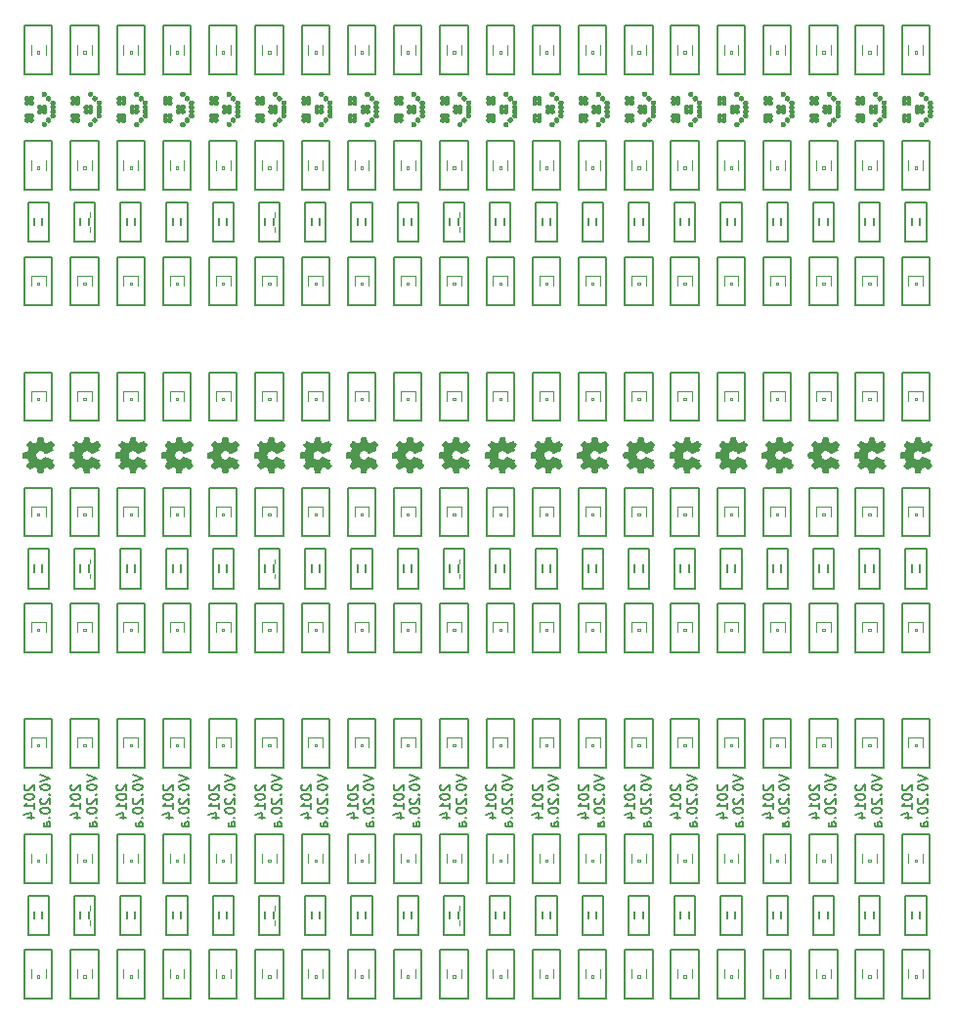
<source format=gbo>
%FSLAX34Y34*%
G04 Gerber Fmt 3.4, Leading zero omitted, Abs format*
G04 (created by PCBNEW (2014-05-21 BZR 4876)-product) date Wed 21 May 2014 11:11:25 PM CEST*
%MOIN*%
G01*
G70*
G90*
G04 APERTURE LIST*
%ADD10C,0.005906*%
%ADD11C,0.007874*%
%ADD12C,0.003937*%
%ADD13C,0.000100*%
%ADD14R,0.043300X0.039300*%
%ADD15R,0.059055X0.047244*%
%ADD16R,0.039370X0.098425*%
G04 APERTURE END LIST*
G54D10*
G54D11*
X117862Y-61650D02*
X117846Y-61666D01*
X117830Y-61698D01*
X117830Y-61778D01*
X117846Y-61810D01*
X117862Y-61826D01*
X117894Y-61841D01*
X117926Y-61841D01*
X117973Y-61826D01*
X118165Y-61634D01*
X118165Y-61841D01*
X117830Y-62049D02*
X117830Y-62080D01*
X117846Y-62112D01*
X117862Y-62128D01*
X117894Y-62144D01*
X117958Y-62160D01*
X118037Y-62160D01*
X118101Y-62144D01*
X118133Y-62128D01*
X118149Y-62112D01*
X118165Y-62080D01*
X118165Y-62049D01*
X118149Y-62017D01*
X118133Y-62001D01*
X118101Y-61985D01*
X118037Y-61969D01*
X117958Y-61969D01*
X117894Y-61985D01*
X117862Y-62001D01*
X117846Y-62017D01*
X117830Y-62049D01*
X118165Y-62479D02*
X118165Y-62288D01*
X118165Y-62383D02*
X117830Y-62383D01*
X117878Y-62351D01*
X117910Y-62320D01*
X117926Y-62288D01*
X117942Y-62766D02*
X118165Y-62766D01*
X117814Y-62686D02*
X118053Y-62606D01*
X118053Y-62814D01*
X118377Y-61324D02*
X118712Y-61435D01*
X118377Y-61547D01*
X118377Y-61722D02*
X118377Y-61754D01*
X118393Y-61786D01*
X118409Y-61802D01*
X118441Y-61818D01*
X118505Y-61833D01*
X118584Y-61833D01*
X118648Y-61818D01*
X118680Y-61802D01*
X118696Y-61786D01*
X118712Y-61754D01*
X118712Y-61722D01*
X118696Y-61690D01*
X118680Y-61674D01*
X118648Y-61658D01*
X118584Y-61642D01*
X118505Y-61642D01*
X118441Y-61658D01*
X118409Y-61674D01*
X118393Y-61690D01*
X118377Y-61722D01*
X118680Y-61977D02*
X118696Y-61993D01*
X118712Y-61977D01*
X118696Y-61961D01*
X118680Y-61977D01*
X118712Y-61977D01*
X118409Y-62120D02*
X118393Y-62136D01*
X118377Y-62168D01*
X118377Y-62248D01*
X118393Y-62280D01*
X118409Y-62296D01*
X118441Y-62312D01*
X118473Y-62312D01*
X118521Y-62296D01*
X118712Y-62104D01*
X118712Y-62312D01*
X118377Y-62519D02*
X118377Y-62551D01*
X118393Y-62582D01*
X118409Y-62598D01*
X118441Y-62614D01*
X118505Y-62630D01*
X118584Y-62630D01*
X118648Y-62614D01*
X118680Y-62598D01*
X118696Y-62582D01*
X118712Y-62551D01*
X118712Y-62519D01*
X118696Y-62487D01*
X118680Y-62471D01*
X118648Y-62455D01*
X118584Y-62439D01*
X118505Y-62439D01*
X118441Y-62455D01*
X118409Y-62471D01*
X118393Y-62487D01*
X118377Y-62519D01*
X118680Y-62774D02*
X118696Y-62790D01*
X118712Y-62774D01*
X118696Y-62758D01*
X118680Y-62774D01*
X118712Y-62774D01*
X118712Y-63076D02*
X118537Y-63076D01*
X118505Y-63061D01*
X118489Y-63029D01*
X118489Y-62965D01*
X118505Y-62933D01*
X118696Y-63076D02*
X118712Y-63045D01*
X118712Y-62965D01*
X118696Y-62933D01*
X118664Y-62917D01*
X118632Y-62917D01*
X118600Y-62933D01*
X118584Y-62965D01*
X118584Y-63045D01*
X118568Y-63076D01*
X119437Y-61650D02*
X119421Y-61666D01*
X119405Y-61698D01*
X119405Y-61778D01*
X119421Y-61810D01*
X119437Y-61826D01*
X119469Y-61841D01*
X119500Y-61841D01*
X119548Y-61826D01*
X119739Y-61634D01*
X119739Y-61841D01*
X119405Y-62049D02*
X119405Y-62080D01*
X119421Y-62112D01*
X119437Y-62128D01*
X119469Y-62144D01*
X119532Y-62160D01*
X119612Y-62160D01*
X119676Y-62144D01*
X119708Y-62128D01*
X119724Y-62112D01*
X119739Y-62080D01*
X119739Y-62049D01*
X119724Y-62017D01*
X119708Y-62001D01*
X119676Y-61985D01*
X119612Y-61969D01*
X119532Y-61969D01*
X119469Y-61985D01*
X119437Y-62001D01*
X119421Y-62017D01*
X119405Y-62049D01*
X119739Y-62479D02*
X119739Y-62288D01*
X119739Y-62383D02*
X119405Y-62383D01*
X119453Y-62351D01*
X119485Y-62320D01*
X119500Y-62288D01*
X119516Y-62766D02*
X119739Y-62766D01*
X119389Y-62686D02*
X119628Y-62606D01*
X119628Y-62814D01*
X119952Y-61324D02*
X120287Y-61435D01*
X119952Y-61547D01*
X119952Y-61722D02*
X119952Y-61754D01*
X119968Y-61786D01*
X119984Y-61802D01*
X120016Y-61818D01*
X120080Y-61833D01*
X120159Y-61833D01*
X120223Y-61818D01*
X120255Y-61802D01*
X120271Y-61786D01*
X120287Y-61754D01*
X120287Y-61722D01*
X120271Y-61690D01*
X120255Y-61674D01*
X120223Y-61658D01*
X120159Y-61642D01*
X120080Y-61642D01*
X120016Y-61658D01*
X119984Y-61674D01*
X119968Y-61690D01*
X119952Y-61722D01*
X120255Y-61977D02*
X120271Y-61993D01*
X120287Y-61977D01*
X120271Y-61961D01*
X120255Y-61977D01*
X120287Y-61977D01*
X119984Y-62120D02*
X119968Y-62136D01*
X119952Y-62168D01*
X119952Y-62248D01*
X119968Y-62280D01*
X119984Y-62296D01*
X120016Y-62312D01*
X120048Y-62312D01*
X120095Y-62296D01*
X120287Y-62104D01*
X120287Y-62312D01*
X119952Y-62519D02*
X119952Y-62551D01*
X119968Y-62582D01*
X119984Y-62598D01*
X120016Y-62614D01*
X120080Y-62630D01*
X120159Y-62630D01*
X120223Y-62614D01*
X120255Y-62598D01*
X120271Y-62582D01*
X120287Y-62551D01*
X120287Y-62519D01*
X120271Y-62487D01*
X120255Y-62471D01*
X120223Y-62455D01*
X120159Y-62439D01*
X120080Y-62439D01*
X120016Y-62455D01*
X119984Y-62471D01*
X119968Y-62487D01*
X119952Y-62519D01*
X120255Y-62774D02*
X120271Y-62790D01*
X120287Y-62774D01*
X120271Y-62758D01*
X120255Y-62774D01*
X120287Y-62774D01*
X120287Y-63076D02*
X120111Y-63076D01*
X120080Y-63061D01*
X120064Y-63029D01*
X120064Y-62965D01*
X120080Y-62933D01*
X120271Y-63076D02*
X120287Y-63045D01*
X120287Y-62965D01*
X120271Y-62933D01*
X120239Y-62917D01*
X120207Y-62917D01*
X120175Y-62933D01*
X120159Y-62965D01*
X120159Y-63045D01*
X120143Y-63076D01*
X116287Y-61650D02*
X116271Y-61666D01*
X116255Y-61698D01*
X116255Y-61778D01*
X116271Y-61810D01*
X116287Y-61826D01*
X116319Y-61841D01*
X116351Y-61841D01*
X116399Y-61826D01*
X116590Y-61634D01*
X116590Y-61841D01*
X116255Y-62049D02*
X116255Y-62080D01*
X116271Y-62112D01*
X116287Y-62128D01*
X116319Y-62144D01*
X116383Y-62160D01*
X116462Y-62160D01*
X116526Y-62144D01*
X116558Y-62128D01*
X116574Y-62112D01*
X116590Y-62080D01*
X116590Y-62049D01*
X116574Y-62017D01*
X116558Y-62001D01*
X116526Y-61985D01*
X116462Y-61969D01*
X116383Y-61969D01*
X116319Y-61985D01*
X116287Y-62001D01*
X116271Y-62017D01*
X116255Y-62049D01*
X116590Y-62479D02*
X116590Y-62288D01*
X116590Y-62383D02*
X116255Y-62383D01*
X116303Y-62351D01*
X116335Y-62320D01*
X116351Y-62288D01*
X116367Y-62766D02*
X116590Y-62766D01*
X116239Y-62686D02*
X116478Y-62606D01*
X116478Y-62814D01*
X116802Y-61324D02*
X117137Y-61435D01*
X116802Y-61547D01*
X116802Y-61722D02*
X116802Y-61754D01*
X116818Y-61786D01*
X116834Y-61802D01*
X116866Y-61818D01*
X116930Y-61833D01*
X117010Y-61833D01*
X117073Y-61818D01*
X117105Y-61802D01*
X117121Y-61786D01*
X117137Y-61754D01*
X117137Y-61722D01*
X117121Y-61690D01*
X117105Y-61674D01*
X117073Y-61658D01*
X117010Y-61642D01*
X116930Y-61642D01*
X116866Y-61658D01*
X116834Y-61674D01*
X116818Y-61690D01*
X116802Y-61722D01*
X117105Y-61977D02*
X117121Y-61993D01*
X117137Y-61977D01*
X117121Y-61961D01*
X117105Y-61977D01*
X117137Y-61977D01*
X116834Y-62120D02*
X116818Y-62136D01*
X116802Y-62168D01*
X116802Y-62248D01*
X116818Y-62280D01*
X116834Y-62296D01*
X116866Y-62312D01*
X116898Y-62312D01*
X116946Y-62296D01*
X117137Y-62104D01*
X117137Y-62312D01*
X116802Y-62519D02*
X116802Y-62551D01*
X116818Y-62582D01*
X116834Y-62598D01*
X116866Y-62614D01*
X116930Y-62630D01*
X117010Y-62630D01*
X117073Y-62614D01*
X117105Y-62598D01*
X117121Y-62582D01*
X117137Y-62551D01*
X117137Y-62519D01*
X117121Y-62487D01*
X117105Y-62471D01*
X117073Y-62455D01*
X117010Y-62439D01*
X116930Y-62439D01*
X116866Y-62455D01*
X116834Y-62471D01*
X116818Y-62487D01*
X116802Y-62519D01*
X117105Y-62774D02*
X117121Y-62790D01*
X117137Y-62774D01*
X117121Y-62758D01*
X117105Y-62774D01*
X117137Y-62774D01*
X117137Y-63076D02*
X116962Y-63076D01*
X116930Y-63061D01*
X116914Y-63029D01*
X116914Y-62965D01*
X116930Y-62933D01*
X117121Y-63076D02*
X117137Y-63045D01*
X117137Y-62965D01*
X117121Y-62933D01*
X117089Y-62917D01*
X117057Y-62917D01*
X117026Y-62933D01*
X117010Y-62965D01*
X117010Y-63045D01*
X116994Y-63076D01*
X114712Y-61650D02*
X114696Y-61666D01*
X114680Y-61698D01*
X114680Y-61778D01*
X114696Y-61810D01*
X114712Y-61826D01*
X114744Y-61841D01*
X114776Y-61841D01*
X114824Y-61826D01*
X115015Y-61634D01*
X115015Y-61841D01*
X114680Y-62049D02*
X114680Y-62080D01*
X114696Y-62112D01*
X114712Y-62128D01*
X114744Y-62144D01*
X114808Y-62160D01*
X114888Y-62160D01*
X114951Y-62144D01*
X114983Y-62128D01*
X114999Y-62112D01*
X115015Y-62080D01*
X115015Y-62049D01*
X114999Y-62017D01*
X114983Y-62001D01*
X114951Y-61985D01*
X114888Y-61969D01*
X114808Y-61969D01*
X114744Y-61985D01*
X114712Y-62001D01*
X114696Y-62017D01*
X114680Y-62049D01*
X115015Y-62479D02*
X115015Y-62288D01*
X115015Y-62383D02*
X114680Y-62383D01*
X114728Y-62351D01*
X114760Y-62320D01*
X114776Y-62288D01*
X114792Y-62766D02*
X115015Y-62766D01*
X114664Y-62686D02*
X114904Y-62606D01*
X114904Y-62814D01*
X115228Y-61324D02*
X115562Y-61435D01*
X115228Y-61547D01*
X115228Y-61722D02*
X115228Y-61754D01*
X115244Y-61786D01*
X115260Y-61802D01*
X115291Y-61818D01*
X115355Y-61833D01*
X115435Y-61833D01*
X115499Y-61818D01*
X115530Y-61802D01*
X115546Y-61786D01*
X115562Y-61754D01*
X115562Y-61722D01*
X115546Y-61690D01*
X115530Y-61674D01*
X115499Y-61658D01*
X115435Y-61642D01*
X115355Y-61642D01*
X115291Y-61658D01*
X115260Y-61674D01*
X115244Y-61690D01*
X115228Y-61722D01*
X115530Y-61977D02*
X115546Y-61993D01*
X115562Y-61977D01*
X115546Y-61961D01*
X115530Y-61977D01*
X115562Y-61977D01*
X115260Y-62120D02*
X115244Y-62136D01*
X115228Y-62168D01*
X115228Y-62248D01*
X115244Y-62280D01*
X115260Y-62296D01*
X115291Y-62312D01*
X115323Y-62312D01*
X115371Y-62296D01*
X115562Y-62104D01*
X115562Y-62312D01*
X115228Y-62519D02*
X115228Y-62551D01*
X115244Y-62582D01*
X115260Y-62598D01*
X115291Y-62614D01*
X115355Y-62630D01*
X115435Y-62630D01*
X115499Y-62614D01*
X115530Y-62598D01*
X115546Y-62582D01*
X115562Y-62551D01*
X115562Y-62519D01*
X115546Y-62487D01*
X115530Y-62471D01*
X115499Y-62455D01*
X115435Y-62439D01*
X115355Y-62439D01*
X115291Y-62455D01*
X115260Y-62471D01*
X115244Y-62487D01*
X115228Y-62519D01*
X115530Y-62774D02*
X115546Y-62790D01*
X115562Y-62774D01*
X115546Y-62758D01*
X115530Y-62774D01*
X115562Y-62774D01*
X115562Y-63076D02*
X115387Y-63076D01*
X115355Y-63061D01*
X115339Y-63029D01*
X115339Y-62965D01*
X115355Y-62933D01*
X115546Y-63076D02*
X115562Y-63045D01*
X115562Y-62965D01*
X115546Y-62933D01*
X115514Y-62917D01*
X115483Y-62917D01*
X115451Y-62933D01*
X115435Y-62965D01*
X115435Y-63045D01*
X115419Y-63076D01*
X121011Y-61650D02*
X120996Y-61666D01*
X120980Y-61698D01*
X120980Y-61778D01*
X120996Y-61810D01*
X121011Y-61826D01*
X121043Y-61841D01*
X121075Y-61841D01*
X121123Y-61826D01*
X121314Y-61634D01*
X121314Y-61841D01*
X120980Y-62049D02*
X120980Y-62080D01*
X120996Y-62112D01*
X121011Y-62128D01*
X121043Y-62144D01*
X121107Y-62160D01*
X121187Y-62160D01*
X121251Y-62144D01*
X121282Y-62128D01*
X121298Y-62112D01*
X121314Y-62080D01*
X121314Y-62049D01*
X121298Y-62017D01*
X121282Y-62001D01*
X121251Y-61985D01*
X121187Y-61969D01*
X121107Y-61969D01*
X121043Y-61985D01*
X121011Y-62001D01*
X120996Y-62017D01*
X120980Y-62049D01*
X121314Y-62479D02*
X121314Y-62288D01*
X121314Y-62383D02*
X120980Y-62383D01*
X121027Y-62351D01*
X121059Y-62320D01*
X121075Y-62288D01*
X121091Y-62766D02*
X121314Y-62766D01*
X120964Y-62686D02*
X121203Y-62606D01*
X121203Y-62814D01*
X121527Y-61324D02*
X121862Y-61435D01*
X121527Y-61547D01*
X121527Y-61722D02*
X121527Y-61754D01*
X121543Y-61786D01*
X121559Y-61802D01*
X121591Y-61818D01*
X121654Y-61833D01*
X121734Y-61833D01*
X121798Y-61818D01*
X121830Y-61802D01*
X121846Y-61786D01*
X121862Y-61754D01*
X121862Y-61722D01*
X121846Y-61690D01*
X121830Y-61674D01*
X121798Y-61658D01*
X121734Y-61642D01*
X121654Y-61642D01*
X121591Y-61658D01*
X121559Y-61674D01*
X121543Y-61690D01*
X121527Y-61722D01*
X121830Y-61977D02*
X121846Y-61993D01*
X121862Y-61977D01*
X121846Y-61961D01*
X121830Y-61977D01*
X121862Y-61977D01*
X121559Y-62120D02*
X121543Y-62136D01*
X121527Y-62168D01*
X121527Y-62248D01*
X121543Y-62280D01*
X121559Y-62296D01*
X121591Y-62312D01*
X121622Y-62312D01*
X121670Y-62296D01*
X121862Y-62104D01*
X121862Y-62312D01*
X121527Y-62519D02*
X121527Y-62551D01*
X121543Y-62582D01*
X121559Y-62598D01*
X121591Y-62614D01*
X121654Y-62630D01*
X121734Y-62630D01*
X121798Y-62614D01*
X121830Y-62598D01*
X121846Y-62582D01*
X121862Y-62551D01*
X121862Y-62519D01*
X121846Y-62487D01*
X121830Y-62471D01*
X121798Y-62455D01*
X121734Y-62439D01*
X121654Y-62439D01*
X121591Y-62455D01*
X121559Y-62471D01*
X121543Y-62487D01*
X121527Y-62519D01*
X121830Y-62774D02*
X121846Y-62790D01*
X121862Y-62774D01*
X121846Y-62758D01*
X121830Y-62774D01*
X121862Y-62774D01*
X121862Y-63076D02*
X121686Y-63076D01*
X121654Y-63061D01*
X121638Y-63029D01*
X121638Y-62965D01*
X121654Y-62933D01*
X121846Y-63076D02*
X121862Y-63045D01*
X121862Y-62965D01*
X121846Y-62933D01*
X121814Y-62917D01*
X121782Y-62917D01*
X121750Y-62933D01*
X121734Y-62965D01*
X121734Y-63045D01*
X121718Y-63076D01*
X128886Y-61650D02*
X128870Y-61666D01*
X128854Y-61698D01*
X128854Y-61778D01*
X128870Y-61810D01*
X128886Y-61826D01*
X128917Y-61841D01*
X128949Y-61841D01*
X128997Y-61826D01*
X129188Y-61634D01*
X129188Y-61841D01*
X128854Y-62049D02*
X128854Y-62080D01*
X128870Y-62112D01*
X128886Y-62128D01*
X128917Y-62144D01*
X128981Y-62160D01*
X129061Y-62160D01*
X129125Y-62144D01*
X129156Y-62128D01*
X129172Y-62112D01*
X129188Y-62080D01*
X129188Y-62049D01*
X129172Y-62017D01*
X129156Y-62001D01*
X129125Y-61985D01*
X129061Y-61969D01*
X128981Y-61969D01*
X128917Y-61985D01*
X128886Y-62001D01*
X128870Y-62017D01*
X128854Y-62049D01*
X129188Y-62479D02*
X129188Y-62288D01*
X129188Y-62383D02*
X128854Y-62383D01*
X128901Y-62351D01*
X128933Y-62320D01*
X128949Y-62288D01*
X128965Y-62766D02*
X129188Y-62766D01*
X128838Y-62686D02*
X129077Y-62606D01*
X129077Y-62814D01*
X129401Y-61324D02*
X129736Y-61435D01*
X129401Y-61547D01*
X129401Y-61722D02*
X129401Y-61754D01*
X129417Y-61786D01*
X129433Y-61802D01*
X129465Y-61818D01*
X129528Y-61833D01*
X129608Y-61833D01*
X129672Y-61818D01*
X129704Y-61802D01*
X129720Y-61786D01*
X129736Y-61754D01*
X129736Y-61722D01*
X129720Y-61690D01*
X129704Y-61674D01*
X129672Y-61658D01*
X129608Y-61642D01*
X129528Y-61642D01*
X129465Y-61658D01*
X129433Y-61674D01*
X129417Y-61690D01*
X129401Y-61722D01*
X129704Y-61977D02*
X129720Y-61993D01*
X129736Y-61977D01*
X129720Y-61961D01*
X129704Y-61977D01*
X129736Y-61977D01*
X129433Y-62120D02*
X129417Y-62136D01*
X129401Y-62168D01*
X129401Y-62248D01*
X129417Y-62280D01*
X129433Y-62296D01*
X129465Y-62312D01*
X129497Y-62312D01*
X129544Y-62296D01*
X129736Y-62104D01*
X129736Y-62312D01*
X129401Y-62519D02*
X129401Y-62551D01*
X129417Y-62582D01*
X129433Y-62598D01*
X129465Y-62614D01*
X129528Y-62630D01*
X129608Y-62630D01*
X129672Y-62614D01*
X129704Y-62598D01*
X129720Y-62582D01*
X129736Y-62551D01*
X129736Y-62519D01*
X129720Y-62487D01*
X129704Y-62471D01*
X129672Y-62455D01*
X129608Y-62439D01*
X129528Y-62439D01*
X129465Y-62455D01*
X129433Y-62471D01*
X129417Y-62487D01*
X129401Y-62519D01*
X129704Y-62774D02*
X129720Y-62790D01*
X129736Y-62774D01*
X129720Y-62758D01*
X129704Y-62774D01*
X129736Y-62774D01*
X129736Y-63076D02*
X129560Y-63076D01*
X129528Y-63061D01*
X129512Y-63029D01*
X129512Y-62965D01*
X129528Y-62933D01*
X129720Y-63076D02*
X129736Y-63045D01*
X129736Y-62965D01*
X129720Y-62933D01*
X129688Y-62917D01*
X129656Y-62917D01*
X129624Y-62933D01*
X129608Y-62965D01*
X129608Y-63045D01*
X129592Y-63076D01*
X122586Y-61650D02*
X122570Y-61666D01*
X122554Y-61698D01*
X122554Y-61778D01*
X122570Y-61810D01*
X122586Y-61826D01*
X122618Y-61841D01*
X122650Y-61841D01*
X122698Y-61826D01*
X122889Y-61634D01*
X122889Y-61841D01*
X122554Y-62049D02*
X122554Y-62080D01*
X122570Y-62112D01*
X122586Y-62128D01*
X122618Y-62144D01*
X122682Y-62160D01*
X122762Y-62160D01*
X122825Y-62144D01*
X122857Y-62128D01*
X122873Y-62112D01*
X122889Y-62080D01*
X122889Y-62049D01*
X122873Y-62017D01*
X122857Y-62001D01*
X122825Y-61985D01*
X122762Y-61969D01*
X122682Y-61969D01*
X122618Y-61985D01*
X122586Y-62001D01*
X122570Y-62017D01*
X122554Y-62049D01*
X122889Y-62479D02*
X122889Y-62288D01*
X122889Y-62383D02*
X122554Y-62383D01*
X122602Y-62351D01*
X122634Y-62320D01*
X122650Y-62288D01*
X122666Y-62766D02*
X122889Y-62766D01*
X122538Y-62686D02*
X122778Y-62606D01*
X122778Y-62814D01*
X123102Y-61324D02*
X123436Y-61435D01*
X123102Y-61547D01*
X123102Y-61722D02*
X123102Y-61754D01*
X123118Y-61786D01*
X123134Y-61802D01*
X123165Y-61818D01*
X123229Y-61833D01*
X123309Y-61833D01*
X123373Y-61818D01*
X123404Y-61802D01*
X123420Y-61786D01*
X123436Y-61754D01*
X123436Y-61722D01*
X123420Y-61690D01*
X123404Y-61674D01*
X123373Y-61658D01*
X123309Y-61642D01*
X123229Y-61642D01*
X123165Y-61658D01*
X123134Y-61674D01*
X123118Y-61690D01*
X123102Y-61722D01*
X123404Y-61977D02*
X123420Y-61993D01*
X123436Y-61977D01*
X123420Y-61961D01*
X123404Y-61977D01*
X123436Y-61977D01*
X123134Y-62120D02*
X123118Y-62136D01*
X123102Y-62168D01*
X123102Y-62248D01*
X123118Y-62280D01*
X123134Y-62296D01*
X123165Y-62312D01*
X123197Y-62312D01*
X123245Y-62296D01*
X123436Y-62104D01*
X123436Y-62312D01*
X123102Y-62519D02*
X123102Y-62551D01*
X123118Y-62582D01*
X123134Y-62598D01*
X123165Y-62614D01*
X123229Y-62630D01*
X123309Y-62630D01*
X123373Y-62614D01*
X123404Y-62598D01*
X123420Y-62582D01*
X123436Y-62551D01*
X123436Y-62519D01*
X123420Y-62487D01*
X123404Y-62471D01*
X123373Y-62455D01*
X123309Y-62439D01*
X123229Y-62439D01*
X123165Y-62455D01*
X123134Y-62471D01*
X123118Y-62487D01*
X123102Y-62519D01*
X123404Y-62774D02*
X123420Y-62790D01*
X123436Y-62774D01*
X123420Y-62758D01*
X123404Y-62774D01*
X123436Y-62774D01*
X123436Y-63076D02*
X123261Y-63076D01*
X123229Y-63061D01*
X123213Y-63029D01*
X123213Y-62965D01*
X123229Y-62933D01*
X123420Y-63076D02*
X123436Y-63045D01*
X123436Y-62965D01*
X123420Y-62933D01*
X123389Y-62917D01*
X123357Y-62917D01*
X123325Y-62933D01*
X123309Y-62965D01*
X123309Y-63045D01*
X123293Y-63076D01*
X124161Y-61650D02*
X124145Y-61666D01*
X124129Y-61698D01*
X124129Y-61778D01*
X124145Y-61810D01*
X124161Y-61826D01*
X124193Y-61841D01*
X124225Y-61841D01*
X124273Y-61826D01*
X124464Y-61634D01*
X124464Y-61841D01*
X124129Y-62049D02*
X124129Y-62080D01*
X124145Y-62112D01*
X124161Y-62128D01*
X124193Y-62144D01*
X124257Y-62160D01*
X124336Y-62160D01*
X124400Y-62144D01*
X124432Y-62128D01*
X124448Y-62112D01*
X124464Y-62080D01*
X124464Y-62049D01*
X124448Y-62017D01*
X124432Y-62001D01*
X124400Y-61985D01*
X124336Y-61969D01*
X124257Y-61969D01*
X124193Y-61985D01*
X124161Y-62001D01*
X124145Y-62017D01*
X124129Y-62049D01*
X124464Y-62479D02*
X124464Y-62288D01*
X124464Y-62383D02*
X124129Y-62383D01*
X124177Y-62351D01*
X124209Y-62320D01*
X124225Y-62288D01*
X124241Y-62766D02*
X124464Y-62766D01*
X124113Y-62686D02*
X124352Y-62606D01*
X124352Y-62814D01*
X124676Y-61324D02*
X125011Y-61435D01*
X124676Y-61547D01*
X124676Y-61722D02*
X124676Y-61754D01*
X124692Y-61786D01*
X124708Y-61802D01*
X124740Y-61818D01*
X124804Y-61833D01*
X124884Y-61833D01*
X124947Y-61818D01*
X124979Y-61802D01*
X124995Y-61786D01*
X125011Y-61754D01*
X125011Y-61722D01*
X124995Y-61690D01*
X124979Y-61674D01*
X124947Y-61658D01*
X124884Y-61642D01*
X124804Y-61642D01*
X124740Y-61658D01*
X124708Y-61674D01*
X124692Y-61690D01*
X124676Y-61722D01*
X124979Y-61977D02*
X124995Y-61993D01*
X125011Y-61977D01*
X124995Y-61961D01*
X124979Y-61977D01*
X125011Y-61977D01*
X124708Y-62120D02*
X124692Y-62136D01*
X124676Y-62168D01*
X124676Y-62248D01*
X124692Y-62280D01*
X124708Y-62296D01*
X124740Y-62312D01*
X124772Y-62312D01*
X124820Y-62296D01*
X125011Y-62104D01*
X125011Y-62312D01*
X124676Y-62519D02*
X124676Y-62551D01*
X124692Y-62582D01*
X124708Y-62598D01*
X124740Y-62614D01*
X124804Y-62630D01*
X124884Y-62630D01*
X124947Y-62614D01*
X124979Y-62598D01*
X124995Y-62582D01*
X125011Y-62551D01*
X125011Y-62519D01*
X124995Y-62487D01*
X124979Y-62471D01*
X124947Y-62455D01*
X124884Y-62439D01*
X124804Y-62439D01*
X124740Y-62455D01*
X124708Y-62471D01*
X124692Y-62487D01*
X124676Y-62519D01*
X124979Y-62774D02*
X124995Y-62790D01*
X125011Y-62774D01*
X124995Y-62758D01*
X124979Y-62774D01*
X125011Y-62774D01*
X125011Y-63076D02*
X124836Y-63076D01*
X124804Y-63061D01*
X124788Y-63029D01*
X124788Y-62965D01*
X124804Y-62933D01*
X124995Y-63076D02*
X125011Y-63045D01*
X125011Y-62965D01*
X124995Y-62933D01*
X124963Y-62917D01*
X124931Y-62917D01*
X124900Y-62933D01*
X124884Y-62965D01*
X124884Y-63045D01*
X124868Y-63076D01*
X127311Y-61650D02*
X127295Y-61666D01*
X127279Y-61698D01*
X127279Y-61778D01*
X127295Y-61810D01*
X127311Y-61826D01*
X127343Y-61841D01*
X127374Y-61841D01*
X127422Y-61826D01*
X127613Y-61634D01*
X127613Y-61841D01*
X127279Y-62049D02*
X127279Y-62080D01*
X127295Y-62112D01*
X127311Y-62128D01*
X127343Y-62144D01*
X127406Y-62160D01*
X127486Y-62160D01*
X127550Y-62144D01*
X127582Y-62128D01*
X127598Y-62112D01*
X127613Y-62080D01*
X127613Y-62049D01*
X127598Y-62017D01*
X127582Y-62001D01*
X127550Y-61985D01*
X127486Y-61969D01*
X127406Y-61969D01*
X127343Y-61985D01*
X127311Y-62001D01*
X127295Y-62017D01*
X127279Y-62049D01*
X127613Y-62479D02*
X127613Y-62288D01*
X127613Y-62383D02*
X127279Y-62383D01*
X127327Y-62351D01*
X127359Y-62320D01*
X127374Y-62288D01*
X127390Y-62766D02*
X127613Y-62766D01*
X127263Y-62686D02*
X127502Y-62606D01*
X127502Y-62814D01*
X127826Y-61324D02*
X128161Y-61435D01*
X127826Y-61547D01*
X127826Y-61722D02*
X127826Y-61754D01*
X127842Y-61786D01*
X127858Y-61802D01*
X127890Y-61818D01*
X127954Y-61833D01*
X128033Y-61833D01*
X128097Y-61818D01*
X128129Y-61802D01*
X128145Y-61786D01*
X128161Y-61754D01*
X128161Y-61722D01*
X128145Y-61690D01*
X128129Y-61674D01*
X128097Y-61658D01*
X128033Y-61642D01*
X127954Y-61642D01*
X127890Y-61658D01*
X127858Y-61674D01*
X127842Y-61690D01*
X127826Y-61722D01*
X128129Y-61977D02*
X128145Y-61993D01*
X128161Y-61977D01*
X128145Y-61961D01*
X128129Y-61977D01*
X128161Y-61977D01*
X127858Y-62120D02*
X127842Y-62136D01*
X127826Y-62168D01*
X127826Y-62248D01*
X127842Y-62280D01*
X127858Y-62296D01*
X127890Y-62312D01*
X127922Y-62312D01*
X127970Y-62296D01*
X128161Y-62104D01*
X128161Y-62312D01*
X127826Y-62519D02*
X127826Y-62551D01*
X127842Y-62582D01*
X127858Y-62598D01*
X127890Y-62614D01*
X127954Y-62630D01*
X128033Y-62630D01*
X128097Y-62614D01*
X128129Y-62598D01*
X128145Y-62582D01*
X128161Y-62551D01*
X128161Y-62519D01*
X128145Y-62487D01*
X128129Y-62471D01*
X128097Y-62455D01*
X128033Y-62439D01*
X127954Y-62439D01*
X127890Y-62455D01*
X127858Y-62471D01*
X127842Y-62487D01*
X127826Y-62519D01*
X128129Y-62774D02*
X128145Y-62790D01*
X128161Y-62774D01*
X128145Y-62758D01*
X128129Y-62774D01*
X128161Y-62774D01*
X128161Y-63076D02*
X127985Y-63076D01*
X127954Y-63061D01*
X127938Y-63029D01*
X127938Y-62965D01*
X127954Y-62933D01*
X128145Y-63076D02*
X128161Y-63045D01*
X128161Y-62965D01*
X128145Y-62933D01*
X128113Y-62917D01*
X128081Y-62917D01*
X128049Y-62933D01*
X128033Y-62965D01*
X128033Y-63045D01*
X128017Y-63076D01*
X125736Y-61650D02*
X125720Y-61666D01*
X125704Y-61698D01*
X125704Y-61778D01*
X125720Y-61810D01*
X125736Y-61826D01*
X125768Y-61841D01*
X125800Y-61841D01*
X125847Y-61826D01*
X126039Y-61634D01*
X126039Y-61841D01*
X125704Y-62049D02*
X125704Y-62080D01*
X125720Y-62112D01*
X125736Y-62128D01*
X125768Y-62144D01*
X125832Y-62160D01*
X125911Y-62160D01*
X125975Y-62144D01*
X126007Y-62128D01*
X126023Y-62112D01*
X126039Y-62080D01*
X126039Y-62049D01*
X126023Y-62017D01*
X126007Y-62001D01*
X125975Y-61985D01*
X125911Y-61969D01*
X125832Y-61969D01*
X125768Y-61985D01*
X125736Y-62001D01*
X125720Y-62017D01*
X125704Y-62049D01*
X126039Y-62479D02*
X126039Y-62288D01*
X126039Y-62383D02*
X125704Y-62383D01*
X125752Y-62351D01*
X125784Y-62320D01*
X125800Y-62288D01*
X125816Y-62766D02*
X126039Y-62766D01*
X125688Y-62686D02*
X125927Y-62606D01*
X125927Y-62814D01*
X126251Y-61324D02*
X126586Y-61435D01*
X126251Y-61547D01*
X126251Y-61722D02*
X126251Y-61754D01*
X126267Y-61786D01*
X126283Y-61802D01*
X126315Y-61818D01*
X126379Y-61833D01*
X126458Y-61833D01*
X126522Y-61818D01*
X126554Y-61802D01*
X126570Y-61786D01*
X126586Y-61754D01*
X126586Y-61722D01*
X126570Y-61690D01*
X126554Y-61674D01*
X126522Y-61658D01*
X126458Y-61642D01*
X126379Y-61642D01*
X126315Y-61658D01*
X126283Y-61674D01*
X126267Y-61690D01*
X126251Y-61722D01*
X126554Y-61977D02*
X126570Y-61993D01*
X126586Y-61977D01*
X126570Y-61961D01*
X126554Y-61977D01*
X126586Y-61977D01*
X126283Y-62120D02*
X126267Y-62136D01*
X126251Y-62168D01*
X126251Y-62248D01*
X126267Y-62280D01*
X126283Y-62296D01*
X126315Y-62312D01*
X126347Y-62312D01*
X126395Y-62296D01*
X126586Y-62104D01*
X126586Y-62312D01*
X126251Y-62519D02*
X126251Y-62551D01*
X126267Y-62582D01*
X126283Y-62598D01*
X126315Y-62614D01*
X126379Y-62630D01*
X126458Y-62630D01*
X126522Y-62614D01*
X126554Y-62598D01*
X126570Y-62582D01*
X126586Y-62551D01*
X126586Y-62519D01*
X126570Y-62487D01*
X126554Y-62471D01*
X126522Y-62455D01*
X126458Y-62439D01*
X126379Y-62439D01*
X126315Y-62455D01*
X126283Y-62471D01*
X126267Y-62487D01*
X126251Y-62519D01*
X126554Y-62774D02*
X126570Y-62790D01*
X126586Y-62774D01*
X126570Y-62758D01*
X126554Y-62774D01*
X126586Y-62774D01*
X126586Y-63076D02*
X126411Y-63076D01*
X126379Y-63061D01*
X126363Y-63029D01*
X126363Y-62965D01*
X126379Y-62933D01*
X126570Y-63076D02*
X126586Y-63045D01*
X126586Y-62965D01*
X126570Y-62933D01*
X126538Y-62917D01*
X126506Y-62917D01*
X126474Y-62933D01*
X126458Y-62965D01*
X126458Y-63045D01*
X126443Y-63076D01*
X141484Y-61650D02*
X141468Y-61666D01*
X141452Y-61698D01*
X141452Y-61778D01*
X141468Y-61810D01*
X141484Y-61826D01*
X141516Y-61841D01*
X141548Y-61841D01*
X141595Y-61826D01*
X141787Y-61634D01*
X141787Y-61841D01*
X141452Y-62049D02*
X141452Y-62080D01*
X141468Y-62112D01*
X141484Y-62128D01*
X141516Y-62144D01*
X141580Y-62160D01*
X141659Y-62160D01*
X141723Y-62144D01*
X141755Y-62128D01*
X141771Y-62112D01*
X141787Y-62080D01*
X141787Y-62049D01*
X141771Y-62017D01*
X141755Y-62001D01*
X141723Y-61985D01*
X141659Y-61969D01*
X141580Y-61969D01*
X141516Y-61985D01*
X141484Y-62001D01*
X141468Y-62017D01*
X141452Y-62049D01*
X141787Y-62479D02*
X141787Y-62288D01*
X141787Y-62383D02*
X141452Y-62383D01*
X141500Y-62351D01*
X141532Y-62320D01*
X141548Y-62288D01*
X141564Y-62766D02*
X141787Y-62766D01*
X141436Y-62686D02*
X141675Y-62606D01*
X141675Y-62814D01*
X141999Y-61324D02*
X142334Y-61435D01*
X141999Y-61547D01*
X141999Y-61722D02*
X141999Y-61754D01*
X142015Y-61786D01*
X142031Y-61802D01*
X142063Y-61818D01*
X142127Y-61833D01*
X142206Y-61833D01*
X142270Y-61818D01*
X142302Y-61802D01*
X142318Y-61786D01*
X142334Y-61754D01*
X142334Y-61722D01*
X142318Y-61690D01*
X142302Y-61674D01*
X142270Y-61658D01*
X142206Y-61642D01*
X142127Y-61642D01*
X142063Y-61658D01*
X142031Y-61674D01*
X142015Y-61690D01*
X141999Y-61722D01*
X142302Y-61977D02*
X142318Y-61993D01*
X142334Y-61977D01*
X142318Y-61961D01*
X142302Y-61977D01*
X142334Y-61977D01*
X142031Y-62120D02*
X142015Y-62136D01*
X141999Y-62168D01*
X141999Y-62248D01*
X142015Y-62280D01*
X142031Y-62296D01*
X142063Y-62312D01*
X142095Y-62312D01*
X142143Y-62296D01*
X142334Y-62104D01*
X142334Y-62312D01*
X141999Y-62519D02*
X141999Y-62551D01*
X142015Y-62582D01*
X142031Y-62598D01*
X142063Y-62614D01*
X142127Y-62630D01*
X142206Y-62630D01*
X142270Y-62614D01*
X142302Y-62598D01*
X142318Y-62582D01*
X142334Y-62551D01*
X142334Y-62519D01*
X142318Y-62487D01*
X142302Y-62471D01*
X142270Y-62455D01*
X142206Y-62439D01*
X142127Y-62439D01*
X142063Y-62455D01*
X142031Y-62471D01*
X142015Y-62487D01*
X141999Y-62519D01*
X142302Y-62774D02*
X142318Y-62790D01*
X142334Y-62774D01*
X142318Y-62758D01*
X142302Y-62774D01*
X142334Y-62774D01*
X142334Y-63076D02*
X142159Y-63076D01*
X142127Y-63061D01*
X142111Y-63029D01*
X142111Y-62965D01*
X142127Y-62933D01*
X142318Y-63076D02*
X142334Y-63045D01*
X142334Y-62965D01*
X142318Y-62933D01*
X142286Y-62917D01*
X142254Y-62917D01*
X142222Y-62933D01*
X142206Y-62965D01*
X142206Y-63045D01*
X142191Y-63076D01*
X143059Y-61650D02*
X143043Y-61666D01*
X143027Y-61698D01*
X143027Y-61778D01*
X143043Y-61810D01*
X143059Y-61826D01*
X143091Y-61841D01*
X143122Y-61841D01*
X143170Y-61826D01*
X143362Y-61634D01*
X143362Y-61841D01*
X143027Y-62049D02*
X143027Y-62080D01*
X143043Y-62112D01*
X143059Y-62128D01*
X143091Y-62144D01*
X143154Y-62160D01*
X143234Y-62160D01*
X143298Y-62144D01*
X143330Y-62128D01*
X143346Y-62112D01*
X143362Y-62080D01*
X143362Y-62049D01*
X143346Y-62017D01*
X143330Y-62001D01*
X143298Y-61985D01*
X143234Y-61969D01*
X143154Y-61969D01*
X143091Y-61985D01*
X143059Y-62001D01*
X143043Y-62017D01*
X143027Y-62049D01*
X143362Y-62479D02*
X143362Y-62288D01*
X143362Y-62383D02*
X143027Y-62383D01*
X143075Y-62351D01*
X143107Y-62320D01*
X143122Y-62288D01*
X143138Y-62766D02*
X143362Y-62766D01*
X143011Y-62686D02*
X143250Y-62606D01*
X143250Y-62814D01*
X143574Y-61324D02*
X143909Y-61435D01*
X143574Y-61547D01*
X143574Y-61722D02*
X143574Y-61754D01*
X143590Y-61786D01*
X143606Y-61802D01*
X143638Y-61818D01*
X143702Y-61833D01*
X143781Y-61833D01*
X143845Y-61818D01*
X143877Y-61802D01*
X143893Y-61786D01*
X143909Y-61754D01*
X143909Y-61722D01*
X143893Y-61690D01*
X143877Y-61674D01*
X143845Y-61658D01*
X143781Y-61642D01*
X143702Y-61642D01*
X143638Y-61658D01*
X143606Y-61674D01*
X143590Y-61690D01*
X143574Y-61722D01*
X143877Y-61977D02*
X143893Y-61993D01*
X143909Y-61977D01*
X143893Y-61961D01*
X143877Y-61977D01*
X143909Y-61977D01*
X143606Y-62120D02*
X143590Y-62136D01*
X143574Y-62168D01*
X143574Y-62248D01*
X143590Y-62280D01*
X143606Y-62296D01*
X143638Y-62312D01*
X143670Y-62312D01*
X143718Y-62296D01*
X143909Y-62104D01*
X143909Y-62312D01*
X143574Y-62519D02*
X143574Y-62551D01*
X143590Y-62582D01*
X143606Y-62598D01*
X143638Y-62614D01*
X143702Y-62630D01*
X143781Y-62630D01*
X143845Y-62614D01*
X143877Y-62598D01*
X143893Y-62582D01*
X143909Y-62551D01*
X143909Y-62519D01*
X143893Y-62487D01*
X143877Y-62471D01*
X143845Y-62455D01*
X143781Y-62439D01*
X143702Y-62439D01*
X143638Y-62455D01*
X143606Y-62471D01*
X143590Y-62487D01*
X143574Y-62519D01*
X143877Y-62774D02*
X143893Y-62790D01*
X143909Y-62774D01*
X143893Y-62758D01*
X143877Y-62774D01*
X143909Y-62774D01*
X143909Y-63076D02*
X143733Y-63076D01*
X143702Y-63061D01*
X143686Y-63029D01*
X143686Y-62965D01*
X143702Y-62933D01*
X143893Y-63076D02*
X143909Y-63045D01*
X143909Y-62965D01*
X143893Y-62933D01*
X143861Y-62917D01*
X143829Y-62917D01*
X143797Y-62933D01*
X143781Y-62965D01*
X143781Y-63045D01*
X143765Y-63076D01*
X139909Y-61650D02*
X139893Y-61666D01*
X139877Y-61698D01*
X139877Y-61778D01*
X139893Y-61810D01*
X139909Y-61826D01*
X139941Y-61841D01*
X139973Y-61841D01*
X140021Y-61826D01*
X140212Y-61634D01*
X140212Y-61841D01*
X139877Y-62049D02*
X139877Y-62080D01*
X139893Y-62112D01*
X139909Y-62128D01*
X139941Y-62144D01*
X140005Y-62160D01*
X140084Y-62160D01*
X140148Y-62144D01*
X140180Y-62128D01*
X140196Y-62112D01*
X140212Y-62080D01*
X140212Y-62049D01*
X140196Y-62017D01*
X140180Y-62001D01*
X140148Y-61985D01*
X140084Y-61969D01*
X140005Y-61969D01*
X139941Y-61985D01*
X139909Y-62001D01*
X139893Y-62017D01*
X139877Y-62049D01*
X140212Y-62479D02*
X140212Y-62288D01*
X140212Y-62383D02*
X139877Y-62383D01*
X139925Y-62351D01*
X139957Y-62320D01*
X139973Y-62288D01*
X139989Y-62766D02*
X140212Y-62766D01*
X139861Y-62686D02*
X140100Y-62606D01*
X140100Y-62814D01*
X140425Y-61324D02*
X140759Y-61435D01*
X140425Y-61547D01*
X140425Y-61722D02*
X140425Y-61754D01*
X140440Y-61786D01*
X140456Y-61802D01*
X140488Y-61818D01*
X140552Y-61833D01*
X140632Y-61833D01*
X140695Y-61818D01*
X140727Y-61802D01*
X140743Y-61786D01*
X140759Y-61754D01*
X140759Y-61722D01*
X140743Y-61690D01*
X140727Y-61674D01*
X140695Y-61658D01*
X140632Y-61642D01*
X140552Y-61642D01*
X140488Y-61658D01*
X140456Y-61674D01*
X140440Y-61690D01*
X140425Y-61722D01*
X140727Y-61977D02*
X140743Y-61993D01*
X140759Y-61977D01*
X140743Y-61961D01*
X140727Y-61977D01*
X140759Y-61977D01*
X140456Y-62120D02*
X140440Y-62136D01*
X140425Y-62168D01*
X140425Y-62248D01*
X140440Y-62280D01*
X140456Y-62296D01*
X140488Y-62312D01*
X140520Y-62312D01*
X140568Y-62296D01*
X140759Y-62104D01*
X140759Y-62312D01*
X140425Y-62519D02*
X140425Y-62551D01*
X140440Y-62582D01*
X140456Y-62598D01*
X140488Y-62614D01*
X140552Y-62630D01*
X140632Y-62630D01*
X140695Y-62614D01*
X140727Y-62598D01*
X140743Y-62582D01*
X140759Y-62551D01*
X140759Y-62519D01*
X140743Y-62487D01*
X140727Y-62471D01*
X140695Y-62455D01*
X140632Y-62439D01*
X140552Y-62439D01*
X140488Y-62455D01*
X140456Y-62471D01*
X140440Y-62487D01*
X140425Y-62519D01*
X140727Y-62774D02*
X140743Y-62790D01*
X140759Y-62774D01*
X140743Y-62758D01*
X140727Y-62774D01*
X140759Y-62774D01*
X140759Y-63076D02*
X140584Y-63076D01*
X140552Y-63061D01*
X140536Y-63029D01*
X140536Y-62965D01*
X140552Y-62933D01*
X140743Y-63076D02*
X140759Y-63045D01*
X140759Y-62965D01*
X140743Y-62933D01*
X140711Y-62917D01*
X140679Y-62917D01*
X140648Y-62933D01*
X140632Y-62965D01*
X140632Y-63045D01*
X140616Y-63076D01*
X138334Y-61650D02*
X138318Y-61666D01*
X138302Y-61698D01*
X138302Y-61778D01*
X138318Y-61810D01*
X138334Y-61826D01*
X138366Y-61841D01*
X138398Y-61841D01*
X138446Y-61826D01*
X138637Y-61634D01*
X138637Y-61841D01*
X138302Y-62049D02*
X138302Y-62080D01*
X138318Y-62112D01*
X138334Y-62128D01*
X138366Y-62144D01*
X138430Y-62160D01*
X138510Y-62160D01*
X138573Y-62144D01*
X138605Y-62128D01*
X138621Y-62112D01*
X138637Y-62080D01*
X138637Y-62049D01*
X138621Y-62017D01*
X138605Y-62001D01*
X138573Y-61985D01*
X138510Y-61969D01*
X138430Y-61969D01*
X138366Y-61985D01*
X138334Y-62001D01*
X138318Y-62017D01*
X138302Y-62049D01*
X138637Y-62479D02*
X138637Y-62288D01*
X138637Y-62383D02*
X138302Y-62383D01*
X138350Y-62351D01*
X138382Y-62320D01*
X138398Y-62288D01*
X138414Y-62766D02*
X138637Y-62766D01*
X138287Y-62686D02*
X138526Y-62606D01*
X138526Y-62814D01*
X138850Y-61324D02*
X139184Y-61435D01*
X138850Y-61547D01*
X138850Y-61722D02*
X138850Y-61754D01*
X138866Y-61786D01*
X138882Y-61802D01*
X138913Y-61818D01*
X138977Y-61833D01*
X139057Y-61833D01*
X139121Y-61818D01*
X139152Y-61802D01*
X139168Y-61786D01*
X139184Y-61754D01*
X139184Y-61722D01*
X139168Y-61690D01*
X139152Y-61674D01*
X139121Y-61658D01*
X139057Y-61642D01*
X138977Y-61642D01*
X138913Y-61658D01*
X138882Y-61674D01*
X138866Y-61690D01*
X138850Y-61722D01*
X139152Y-61977D02*
X139168Y-61993D01*
X139184Y-61977D01*
X139168Y-61961D01*
X139152Y-61977D01*
X139184Y-61977D01*
X138882Y-62120D02*
X138866Y-62136D01*
X138850Y-62168D01*
X138850Y-62248D01*
X138866Y-62280D01*
X138882Y-62296D01*
X138913Y-62312D01*
X138945Y-62312D01*
X138993Y-62296D01*
X139184Y-62104D01*
X139184Y-62312D01*
X138850Y-62519D02*
X138850Y-62551D01*
X138866Y-62582D01*
X138882Y-62598D01*
X138913Y-62614D01*
X138977Y-62630D01*
X139057Y-62630D01*
X139121Y-62614D01*
X139152Y-62598D01*
X139168Y-62582D01*
X139184Y-62551D01*
X139184Y-62519D01*
X139168Y-62487D01*
X139152Y-62471D01*
X139121Y-62455D01*
X139057Y-62439D01*
X138977Y-62439D01*
X138913Y-62455D01*
X138882Y-62471D01*
X138866Y-62487D01*
X138850Y-62519D01*
X139152Y-62774D02*
X139168Y-62790D01*
X139184Y-62774D01*
X139168Y-62758D01*
X139152Y-62774D01*
X139184Y-62774D01*
X139184Y-63076D02*
X139009Y-63076D01*
X138977Y-63061D01*
X138961Y-63029D01*
X138961Y-62965D01*
X138977Y-62933D01*
X139168Y-63076D02*
X139184Y-63045D01*
X139184Y-62965D01*
X139168Y-62933D01*
X139137Y-62917D01*
X139105Y-62917D01*
X139073Y-62933D01*
X139057Y-62965D01*
X139057Y-63045D01*
X139041Y-63076D01*
X144634Y-61650D02*
X144618Y-61666D01*
X144602Y-61698D01*
X144602Y-61778D01*
X144618Y-61810D01*
X144634Y-61826D01*
X144665Y-61841D01*
X144697Y-61841D01*
X144745Y-61826D01*
X144936Y-61634D01*
X144936Y-61841D01*
X144602Y-62049D02*
X144602Y-62080D01*
X144618Y-62112D01*
X144634Y-62128D01*
X144665Y-62144D01*
X144729Y-62160D01*
X144809Y-62160D01*
X144873Y-62144D01*
X144904Y-62128D01*
X144920Y-62112D01*
X144936Y-62080D01*
X144936Y-62049D01*
X144920Y-62017D01*
X144904Y-62001D01*
X144873Y-61985D01*
X144809Y-61969D01*
X144729Y-61969D01*
X144665Y-61985D01*
X144634Y-62001D01*
X144618Y-62017D01*
X144602Y-62049D01*
X144936Y-62479D02*
X144936Y-62288D01*
X144936Y-62383D02*
X144602Y-62383D01*
X144649Y-62351D01*
X144681Y-62320D01*
X144697Y-62288D01*
X144713Y-62766D02*
X144936Y-62766D01*
X144586Y-62686D02*
X144825Y-62606D01*
X144825Y-62814D01*
X145149Y-61324D02*
X145484Y-61435D01*
X145149Y-61547D01*
X145149Y-61722D02*
X145149Y-61754D01*
X145165Y-61786D01*
X145181Y-61802D01*
X145213Y-61818D01*
X145276Y-61833D01*
X145356Y-61833D01*
X145420Y-61818D01*
X145452Y-61802D01*
X145468Y-61786D01*
X145484Y-61754D01*
X145484Y-61722D01*
X145468Y-61690D01*
X145452Y-61674D01*
X145420Y-61658D01*
X145356Y-61642D01*
X145276Y-61642D01*
X145213Y-61658D01*
X145181Y-61674D01*
X145165Y-61690D01*
X145149Y-61722D01*
X145452Y-61977D02*
X145468Y-61993D01*
X145484Y-61977D01*
X145468Y-61961D01*
X145452Y-61977D01*
X145484Y-61977D01*
X145181Y-62120D02*
X145165Y-62136D01*
X145149Y-62168D01*
X145149Y-62248D01*
X145165Y-62280D01*
X145181Y-62296D01*
X145213Y-62312D01*
X145245Y-62312D01*
X145292Y-62296D01*
X145484Y-62104D01*
X145484Y-62312D01*
X145149Y-62519D02*
X145149Y-62551D01*
X145165Y-62582D01*
X145181Y-62598D01*
X145213Y-62614D01*
X145276Y-62630D01*
X145356Y-62630D01*
X145420Y-62614D01*
X145452Y-62598D01*
X145468Y-62582D01*
X145484Y-62551D01*
X145484Y-62519D01*
X145468Y-62487D01*
X145452Y-62471D01*
X145420Y-62455D01*
X145356Y-62439D01*
X145276Y-62439D01*
X145213Y-62455D01*
X145181Y-62471D01*
X145165Y-62487D01*
X145149Y-62519D01*
X145452Y-62774D02*
X145468Y-62790D01*
X145484Y-62774D01*
X145468Y-62758D01*
X145452Y-62774D01*
X145484Y-62774D01*
X145484Y-63076D02*
X145308Y-63076D01*
X145276Y-63061D01*
X145260Y-63029D01*
X145260Y-62965D01*
X145276Y-62933D01*
X145468Y-63076D02*
X145484Y-63045D01*
X145484Y-62965D01*
X145468Y-62933D01*
X145436Y-62917D01*
X145404Y-62917D01*
X145372Y-62933D01*
X145356Y-62965D01*
X145356Y-63045D01*
X145340Y-63076D01*
X136760Y-61650D02*
X136744Y-61666D01*
X136728Y-61698D01*
X136728Y-61778D01*
X136744Y-61810D01*
X136760Y-61826D01*
X136791Y-61841D01*
X136823Y-61841D01*
X136871Y-61826D01*
X137062Y-61634D01*
X137062Y-61841D01*
X136728Y-62049D02*
X136728Y-62080D01*
X136744Y-62112D01*
X136760Y-62128D01*
X136791Y-62144D01*
X136855Y-62160D01*
X136935Y-62160D01*
X136999Y-62144D01*
X137030Y-62128D01*
X137046Y-62112D01*
X137062Y-62080D01*
X137062Y-62049D01*
X137046Y-62017D01*
X137030Y-62001D01*
X136999Y-61985D01*
X136935Y-61969D01*
X136855Y-61969D01*
X136791Y-61985D01*
X136760Y-62001D01*
X136744Y-62017D01*
X136728Y-62049D01*
X137062Y-62479D02*
X137062Y-62288D01*
X137062Y-62383D02*
X136728Y-62383D01*
X136775Y-62351D01*
X136807Y-62320D01*
X136823Y-62288D01*
X136839Y-62766D02*
X137062Y-62766D01*
X136712Y-62686D02*
X136951Y-62606D01*
X136951Y-62814D01*
X137275Y-61324D02*
X137610Y-61435D01*
X137275Y-61547D01*
X137275Y-61722D02*
X137275Y-61754D01*
X137291Y-61786D01*
X137307Y-61802D01*
X137339Y-61818D01*
X137402Y-61833D01*
X137482Y-61833D01*
X137546Y-61818D01*
X137578Y-61802D01*
X137594Y-61786D01*
X137610Y-61754D01*
X137610Y-61722D01*
X137594Y-61690D01*
X137578Y-61674D01*
X137546Y-61658D01*
X137482Y-61642D01*
X137402Y-61642D01*
X137339Y-61658D01*
X137307Y-61674D01*
X137291Y-61690D01*
X137275Y-61722D01*
X137578Y-61977D02*
X137594Y-61993D01*
X137610Y-61977D01*
X137594Y-61961D01*
X137578Y-61977D01*
X137610Y-61977D01*
X137307Y-62120D02*
X137291Y-62136D01*
X137275Y-62168D01*
X137275Y-62248D01*
X137291Y-62280D01*
X137307Y-62296D01*
X137339Y-62312D01*
X137371Y-62312D01*
X137418Y-62296D01*
X137610Y-62104D01*
X137610Y-62312D01*
X137275Y-62519D02*
X137275Y-62551D01*
X137291Y-62582D01*
X137307Y-62598D01*
X137339Y-62614D01*
X137402Y-62630D01*
X137482Y-62630D01*
X137546Y-62614D01*
X137578Y-62598D01*
X137594Y-62582D01*
X137610Y-62551D01*
X137610Y-62519D01*
X137594Y-62487D01*
X137578Y-62471D01*
X137546Y-62455D01*
X137482Y-62439D01*
X137402Y-62439D01*
X137339Y-62455D01*
X137307Y-62471D01*
X137291Y-62487D01*
X137275Y-62519D01*
X137578Y-62774D02*
X137594Y-62790D01*
X137610Y-62774D01*
X137594Y-62758D01*
X137578Y-62774D01*
X137610Y-62774D01*
X137610Y-63076D02*
X137434Y-63076D01*
X137402Y-63061D01*
X137386Y-63029D01*
X137386Y-62965D01*
X137402Y-62933D01*
X137594Y-63076D02*
X137610Y-63045D01*
X137610Y-62965D01*
X137594Y-62933D01*
X137562Y-62917D01*
X137530Y-62917D01*
X137498Y-62933D01*
X137482Y-62965D01*
X137482Y-63045D01*
X137466Y-63076D01*
X130460Y-61650D02*
X130444Y-61666D01*
X130428Y-61698D01*
X130428Y-61778D01*
X130444Y-61810D01*
X130460Y-61826D01*
X130492Y-61841D01*
X130524Y-61841D01*
X130572Y-61826D01*
X130763Y-61634D01*
X130763Y-61841D01*
X130428Y-62049D02*
X130428Y-62080D01*
X130444Y-62112D01*
X130460Y-62128D01*
X130492Y-62144D01*
X130556Y-62160D01*
X130636Y-62160D01*
X130699Y-62144D01*
X130731Y-62128D01*
X130747Y-62112D01*
X130763Y-62080D01*
X130763Y-62049D01*
X130747Y-62017D01*
X130731Y-62001D01*
X130699Y-61985D01*
X130636Y-61969D01*
X130556Y-61969D01*
X130492Y-61985D01*
X130460Y-62001D01*
X130444Y-62017D01*
X130428Y-62049D01*
X130763Y-62479D02*
X130763Y-62288D01*
X130763Y-62383D02*
X130428Y-62383D01*
X130476Y-62351D01*
X130508Y-62320D01*
X130524Y-62288D01*
X130540Y-62766D02*
X130763Y-62766D01*
X130413Y-62686D02*
X130652Y-62606D01*
X130652Y-62814D01*
X130976Y-61324D02*
X131310Y-61435D01*
X130976Y-61547D01*
X130976Y-61722D02*
X130976Y-61754D01*
X130992Y-61786D01*
X131008Y-61802D01*
X131039Y-61818D01*
X131103Y-61833D01*
X131183Y-61833D01*
X131247Y-61818D01*
X131278Y-61802D01*
X131294Y-61786D01*
X131310Y-61754D01*
X131310Y-61722D01*
X131294Y-61690D01*
X131278Y-61674D01*
X131247Y-61658D01*
X131183Y-61642D01*
X131103Y-61642D01*
X131039Y-61658D01*
X131008Y-61674D01*
X130992Y-61690D01*
X130976Y-61722D01*
X131278Y-61977D02*
X131294Y-61993D01*
X131310Y-61977D01*
X131294Y-61961D01*
X131278Y-61977D01*
X131310Y-61977D01*
X131008Y-62120D02*
X130992Y-62136D01*
X130976Y-62168D01*
X130976Y-62248D01*
X130992Y-62280D01*
X131008Y-62296D01*
X131039Y-62312D01*
X131071Y-62312D01*
X131119Y-62296D01*
X131310Y-62104D01*
X131310Y-62312D01*
X130976Y-62519D02*
X130976Y-62551D01*
X130992Y-62582D01*
X131008Y-62598D01*
X131039Y-62614D01*
X131103Y-62630D01*
X131183Y-62630D01*
X131247Y-62614D01*
X131278Y-62598D01*
X131294Y-62582D01*
X131310Y-62551D01*
X131310Y-62519D01*
X131294Y-62487D01*
X131278Y-62471D01*
X131247Y-62455D01*
X131183Y-62439D01*
X131103Y-62439D01*
X131039Y-62455D01*
X131008Y-62471D01*
X130992Y-62487D01*
X130976Y-62519D01*
X131278Y-62774D02*
X131294Y-62790D01*
X131310Y-62774D01*
X131294Y-62758D01*
X131278Y-62774D01*
X131310Y-62774D01*
X131310Y-63076D02*
X131135Y-63076D01*
X131103Y-63061D01*
X131087Y-63029D01*
X131087Y-62965D01*
X131103Y-62933D01*
X131294Y-63076D02*
X131310Y-63045D01*
X131310Y-62965D01*
X131294Y-62933D01*
X131263Y-62917D01*
X131231Y-62917D01*
X131199Y-62933D01*
X131183Y-62965D01*
X131183Y-63045D01*
X131167Y-63076D01*
X132035Y-61650D02*
X132019Y-61666D01*
X132003Y-61698D01*
X132003Y-61778D01*
X132019Y-61810D01*
X132035Y-61826D01*
X132067Y-61841D01*
X132099Y-61841D01*
X132147Y-61826D01*
X132338Y-61634D01*
X132338Y-61841D01*
X132003Y-62049D02*
X132003Y-62080D01*
X132019Y-62112D01*
X132035Y-62128D01*
X132067Y-62144D01*
X132131Y-62160D01*
X132210Y-62160D01*
X132274Y-62144D01*
X132306Y-62128D01*
X132322Y-62112D01*
X132338Y-62080D01*
X132338Y-62049D01*
X132322Y-62017D01*
X132306Y-62001D01*
X132274Y-61985D01*
X132210Y-61969D01*
X132131Y-61969D01*
X132067Y-61985D01*
X132035Y-62001D01*
X132019Y-62017D01*
X132003Y-62049D01*
X132338Y-62479D02*
X132338Y-62288D01*
X132338Y-62383D02*
X132003Y-62383D01*
X132051Y-62351D01*
X132083Y-62320D01*
X132099Y-62288D01*
X132115Y-62766D02*
X132338Y-62766D01*
X131987Y-62686D02*
X132226Y-62606D01*
X132226Y-62814D01*
X132550Y-61324D02*
X132885Y-61435D01*
X132550Y-61547D01*
X132550Y-61722D02*
X132550Y-61754D01*
X132566Y-61786D01*
X132582Y-61802D01*
X132614Y-61818D01*
X132678Y-61833D01*
X132758Y-61833D01*
X132821Y-61818D01*
X132853Y-61802D01*
X132869Y-61786D01*
X132885Y-61754D01*
X132885Y-61722D01*
X132869Y-61690D01*
X132853Y-61674D01*
X132821Y-61658D01*
X132758Y-61642D01*
X132678Y-61642D01*
X132614Y-61658D01*
X132582Y-61674D01*
X132566Y-61690D01*
X132550Y-61722D01*
X132853Y-61977D02*
X132869Y-61993D01*
X132885Y-61977D01*
X132869Y-61961D01*
X132853Y-61977D01*
X132885Y-61977D01*
X132582Y-62120D02*
X132566Y-62136D01*
X132550Y-62168D01*
X132550Y-62248D01*
X132566Y-62280D01*
X132582Y-62296D01*
X132614Y-62312D01*
X132646Y-62312D01*
X132694Y-62296D01*
X132885Y-62104D01*
X132885Y-62312D01*
X132550Y-62519D02*
X132550Y-62551D01*
X132566Y-62582D01*
X132582Y-62598D01*
X132614Y-62614D01*
X132678Y-62630D01*
X132758Y-62630D01*
X132821Y-62614D01*
X132853Y-62598D01*
X132869Y-62582D01*
X132885Y-62551D01*
X132885Y-62519D01*
X132869Y-62487D01*
X132853Y-62471D01*
X132821Y-62455D01*
X132758Y-62439D01*
X132678Y-62439D01*
X132614Y-62455D01*
X132582Y-62471D01*
X132566Y-62487D01*
X132550Y-62519D01*
X132853Y-62774D02*
X132869Y-62790D01*
X132885Y-62774D01*
X132869Y-62758D01*
X132853Y-62774D01*
X132885Y-62774D01*
X132885Y-63076D02*
X132710Y-63076D01*
X132678Y-63061D01*
X132662Y-63029D01*
X132662Y-62965D01*
X132678Y-62933D01*
X132869Y-63076D02*
X132885Y-63045D01*
X132885Y-62965D01*
X132869Y-62933D01*
X132837Y-62917D01*
X132805Y-62917D01*
X132774Y-62933D01*
X132758Y-62965D01*
X132758Y-63045D01*
X132742Y-63076D01*
X135185Y-61650D02*
X135169Y-61666D01*
X135153Y-61698D01*
X135153Y-61778D01*
X135169Y-61810D01*
X135185Y-61826D01*
X135217Y-61841D01*
X135248Y-61841D01*
X135296Y-61826D01*
X135488Y-61634D01*
X135488Y-61841D01*
X135153Y-62049D02*
X135153Y-62080D01*
X135169Y-62112D01*
X135185Y-62128D01*
X135217Y-62144D01*
X135280Y-62160D01*
X135360Y-62160D01*
X135424Y-62144D01*
X135456Y-62128D01*
X135472Y-62112D01*
X135488Y-62080D01*
X135488Y-62049D01*
X135472Y-62017D01*
X135456Y-62001D01*
X135424Y-61985D01*
X135360Y-61969D01*
X135280Y-61969D01*
X135217Y-61985D01*
X135185Y-62001D01*
X135169Y-62017D01*
X135153Y-62049D01*
X135488Y-62479D02*
X135488Y-62288D01*
X135488Y-62383D02*
X135153Y-62383D01*
X135201Y-62351D01*
X135233Y-62320D01*
X135248Y-62288D01*
X135264Y-62766D02*
X135488Y-62766D01*
X135137Y-62686D02*
X135376Y-62606D01*
X135376Y-62814D01*
X135700Y-61324D02*
X136035Y-61435D01*
X135700Y-61547D01*
X135700Y-61722D02*
X135700Y-61754D01*
X135716Y-61786D01*
X135732Y-61802D01*
X135764Y-61818D01*
X135828Y-61833D01*
X135907Y-61833D01*
X135971Y-61818D01*
X136003Y-61802D01*
X136019Y-61786D01*
X136035Y-61754D01*
X136035Y-61722D01*
X136019Y-61690D01*
X136003Y-61674D01*
X135971Y-61658D01*
X135907Y-61642D01*
X135828Y-61642D01*
X135764Y-61658D01*
X135732Y-61674D01*
X135716Y-61690D01*
X135700Y-61722D01*
X136003Y-61977D02*
X136019Y-61993D01*
X136035Y-61977D01*
X136019Y-61961D01*
X136003Y-61977D01*
X136035Y-61977D01*
X135732Y-62120D02*
X135716Y-62136D01*
X135700Y-62168D01*
X135700Y-62248D01*
X135716Y-62280D01*
X135732Y-62296D01*
X135764Y-62312D01*
X135796Y-62312D01*
X135844Y-62296D01*
X136035Y-62104D01*
X136035Y-62312D01*
X135700Y-62519D02*
X135700Y-62551D01*
X135716Y-62582D01*
X135732Y-62598D01*
X135764Y-62614D01*
X135828Y-62630D01*
X135907Y-62630D01*
X135971Y-62614D01*
X136003Y-62598D01*
X136019Y-62582D01*
X136035Y-62551D01*
X136035Y-62519D01*
X136019Y-62487D01*
X136003Y-62471D01*
X135971Y-62455D01*
X135907Y-62439D01*
X135828Y-62439D01*
X135764Y-62455D01*
X135732Y-62471D01*
X135716Y-62487D01*
X135700Y-62519D01*
X136003Y-62774D02*
X136019Y-62790D01*
X136035Y-62774D01*
X136019Y-62758D01*
X136003Y-62774D01*
X136035Y-62774D01*
X136035Y-63076D02*
X135859Y-63076D01*
X135828Y-63061D01*
X135812Y-63029D01*
X135812Y-62965D01*
X135828Y-62933D01*
X136019Y-63076D02*
X136035Y-63045D01*
X136035Y-62965D01*
X136019Y-62933D01*
X135987Y-62917D01*
X135955Y-62917D01*
X135923Y-62933D01*
X135907Y-62965D01*
X135907Y-63045D01*
X135891Y-63076D01*
X133610Y-61650D02*
X133594Y-61666D01*
X133578Y-61698D01*
X133578Y-61778D01*
X133594Y-61810D01*
X133610Y-61826D01*
X133642Y-61841D01*
X133674Y-61841D01*
X133721Y-61826D01*
X133913Y-61634D01*
X133913Y-61841D01*
X133578Y-62049D02*
X133578Y-62080D01*
X133594Y-62112D01*
X133610Y-62128D01*
X133642Y-62144D01*
X133706Y-62160D01*
X133785Y-62160D01*
X133849Y-62144D01*
X133881Y-62128D01*
X133897Y-62112D01*
X133913Y-62080D01*
X133913Y-62049D01*
X133897Y-62017D01*
X133881Y-62001D01*
X133849Y-61985D01*
X133785Y-61969D01*
X133706Y-61969D01*
X133642Y-61985D01*
X133610Y-62001D01*
X133594Y-62017D01*
X133578Y-62049D01*
X133913Y-62479D02*
X133913Y-62288D01*
X133913Y-62383D02*
X133578Y-62383D01*
X133626Y-62351D01*
X133658Y-62320D01*
X133674Y-62288D01*
X133690Y-62766D02*
X133913Y-62766D01*
X133562Y-62686D02*
X133801Y-62606D01*
X133801Y-62814D01*
X134125Y-61324D02*
X134460Y-61435D01*
X134125Y-61547D01*
X134125Y-61722D02*
X134125Y-61754D01*
X134141Y-61786D01*
X134157Y-61802D01*
X134189Y-61818D01*
X134253Y-61833D01*
X134332Y-61833D01*
X134396Y-61818D01*
X134428Y-61802D01*
X134444Y-61786D01*
X134460Y-61754D01*
X134460Y-61722D01*
X134444Y-61690D01*
X134428Y-61674D01*
X134396Y-61658D01*
X134332Y-61642D01*
X134253Y-61642D01*
X134189Y-61658D01*
X134157Y-61674D01*
X134141Y-61690D01*
X134125Y-61722D01*
X134428Y-61977D02*
X134444Y-61993D01*
X134460Y-61977D01*
X134444Y-61961D01*
X134428Y-61977D01*
X134460Y-61977D01*
X134157Y-62120D02*
X134141Y-62136D01*
X134125Y-62168D01*
X134125Y-62248D01*
X134141Y-62280D01*
X134157Y-62296D01*
X134189Y-62312D01*
X134221Y-62312D01*
X134269Y-62296D01*
X134460Y-62104D01*
X134460Y-62312D01*
X134125Y-62519D02*
X134125Y-62551D01*
X134141Y-62582D01*
X134157Y-62598D01*
X134189Y-62614D01*
X134253Y-62630D01*
X134332Y-62630D01*
X134396Y-62614D01*
X134428Y-62598D01*
X134444Y-62582D01*
X134460Y-62551D01*
X134460Y-62519D01*
X134444Y-62487D01*
X134428Y-62471D01*
X134396Y-62455D01*
X134332Y-62439D01*
X134253Y-62439D01*
X134189Y-62455D01*
X134157Y-62471D01*
X134141Y-62487D01*
X134125Y-62519D01*
X134428Y-62774D02*
X134444Y-62790D01*
X134460Y-62774D01*
X134444Y-62758D01*
X134428Y-62774D01*
X134460Y-62774D01*
X134460Y-63076D02*
X134285Y-63076D01*
X134253Y-63061D01*
X134237Y-63029D01*
X134237Y-62965D01*
X134253Y-62933D01*
X134444Y-63076D02*
X134460Y-63045D01*
X134460Y-62965D01*
X134444Y-62933D01*
X134412Y-62917D01*
X134380Y-62917D01*
X134348Y-62933D01*
X134332Y-62965D01*
X134332Y-63045D01*
X134317Y-63076D01*
X117952Y-53622D02*
X117952Y-54960D01*
X117952Y-54960D02*
X118661Y-54960D01*
X118661Y-54960D02*
X118661Y-53622D01*
X118661Y-53622D02*
X117952Y-53622D01*
X118477Y-54461D02*
X118477Y-54621D01*
X118477Y-54621D02*
X118137Y-54621D01*
X118137Y-54461D02*
X118137Y-54621D01*
X118477Y-54461D02*
X118137Y-54461D01*
X118477Y-53961D02*
X118477Y-54121D01*
X118477Y-54121D02*
X118137Y-54121D01*
X118137Y-53961D02*
X118137Y-54121D01*
X118477Y-53961D02*
X118137Y-53961D01*
X118447Y-54121D02*
X118447Y-54461D01*
X118167Y-54461D02*
X118167Y-54121D01*
X117952Y-65433D02*
X117952Y-66771D01*
X117952Y-66771D02*
X118661Y-66771D01*
X118661Y-66771D02*
X118661Y-65433D01*
X118661Y-65433D02*
X117952Y-65433D01*
X118477Y-66272D02*
X118477Y-66432D01*
X118477Y-66432D02*
X118137Y-66432D01*
X118137Y-66272D02*
X118137Y-66432D01*
X118477Y-66272D02*
X118137Y-66272D01*
X118477Y-65772D02*
X118477Y-65932D01*
X118477Y-65932D02*
X118137Y-65932D01*
X118137Y-65772D02*
X118137Y-65932D01*
X118477Y-65772D02*
X118137Y-65772D01*
X118447Y-65932D02*
X118447Y-66272D01*
X118167Y-66272D02*
X118167Y-65932D01*
X117952Y-41811D02*
X117952Y-43149D01*
X117952Y-43149D02*
X118661Y-43149D01*
X118661Y-43149D02*
X118661Y-41811D01*
X118661Y-41811D02*
X117952Y-41811D01*
X118477Y-42650D02*
X118477Y-42810D01*
X118477Y-42810D02*
X118137Y-42810D01*
X118137Y-42650D02*
X118137Y-42810D01*
X118477Y-42650D02*
X118137Y-42650D01*
X118477Y-42150D02*
X118477Y-42310D01*
X118477Y-42310D02*
X118137Y-42310D01*
X118137Y-42150D02*
X118137Y-42310D01*
X118477Y-42150D02*
X118137Y-42150D01*
X118447Y-42310D02*
X118447Y-42650D01*
X118167Y-42650D02*
X118167Y-42310D01*
X117834Y-35787D02*
X117834Y-37440D01*
X117834Y-37440D02*
X118779Y-37440D01*
X118779Y-37440D02*
X118779Y-35787D01*
X118779Y-35787D02*
X117834Y-35787D01*
G54D12*
X118553Y-36417D02*
X118553Y-36811D01*
X118061Y-36417D02*
X118061Y-36811D01*
X118061Y-36811D02*
X118061Y-37007D01*
X118553Y-37007D02*
X118553Y-36811D01*
X118061Y-36220D02*
X118061Y-36417D01*
X118553Y-36220D02*
X118553Y-36417D01*
X118061Y-36417D02*
X118553Y-36417D01*
X118553Y-36811D02*
X118061Y-36811D01*
X118061Y-37007D02*
X118169Y-37007D01*
X118444Y-37007D02*
X118553Y-37007D01*
X118553Y-36220D02*
X118444Y-36220D01*
X118061Y-36220D02*
X118169Y-36220D01*
X118268Y-36653D02*
X118346Y-36653D01*
X118346Y-36653D02*
X118346Y-36731D01*
X118268Y-36731D02*
X118346Y-36731D01*
X118268Y-36653D02*
X118268Y-36731D01*
X118170Y-37007D02*
G75*
G02X118444Y-37007I137J0D01*
G74*
G01*
X118444Y-36221D02*
G75*
G02X118170Y-36221I-137J0D01*
G74*
G01*
G54D11*
X117834Y-47598D02*
X117834Y-49251D01*
X117834Y-49251D02*
X118779Y-49251D01*
X118779Y-49251D02*
X118779Y-47598D01*
X118779Y-47598D02*
X117834Y-47598D01*
G54D12*
X118553Y-48228D02*
X118553Y-48622D01*
X118061Y-48228D02*
X118061Y-48622D01*
X118061Y-48622D02*
X118061Y-48818D01*
X118553Y-48818D02*
X118553Y-48622D01*
X118061Y-48031D02*
X118061Y-48228D01*
X118553Y-48031D02*
X118553Y-48228D01*
X118061Y-48228D02*
X118553Y-48228D01*
X118553Y-48622D02*
X118061Y-48622D01*
X118061Y-48818D02*
X118169Y-48818D01*
X118444Y-48818D02*
X118553Y-48818D01*
X118553Y-48031D02*
X118444Y-48031D01*
X118061Y-48031D02*
X118169Y-48031D01*
X118268Y-48464D02*
X118346Y-48464D01*
X118346Y-48464D02*
X118346Y-48542D01*
X118268Y-48542D02*
X118346Y-48542D01*
X118268Y-48464D02*
X118268Y-48542D01*
X118170Y-48818D02*
G75*
G02X118444Y-48818I137J0D01*
G74*
G01*
X118444Y-48032D02*
G75*
G02X118170Y-48032I-137J0D01*
G74*
G01*
G54D11*
X117834Y-51535D02*
X117834Y-53188D01*
X117834Y-53188D02*
X118779Y-53188D01*
X118779Y-53188D02*
X118779Y-51535D01*
X118779Y-51535D02*
X117834Y-51535D01*
G54D12*
X118553Y-52165D02*
X118553Y-52559D01*
X118061Y-52165D02*
X118061Y-52559D01*
X118061Y-52559D02*
X118061Y-52755D01*
X118553Y-52755D02*
X118553Y-52559D01*
X118061Y-51968D02*
X118061Y-52165D01*
X118553Y-51968D02*
X118553Y-52165D01*
X118061Y-52165D02*
X118553Y-52165D01*
X118553Y-52559D02*
X118061Y-52559D01*
X118061Y-52755D02*
X118169Y-52755D01*
X118444Y-52755D02*
X118553Y-52755D01*
X118553Y-51968D02*
X118444Y-51968D01*
X118061Y-51968D02*
X118169Y-51968D01*
X118268Y-52401D02*
X118346Y-52401D01*
X118346Y-52401D02*
X118346Y-52479D01*
X118268Y-52479D02*
X118346Y-52479D01*
X118268Y-52401D02*
X118268Y-52479D01*
X118170Y-52755D02*
G75*
G02X118444Y-52755I137J0D01*
G74*
G01*
X118444Y-51969D02*
G75*
G02X118170Y-51969I-137J0D01*
G74*
G01*
G54D11*
X117834Y-55472D02*
X117834Y-57125D01*
X117834Y-57125D02*
X118779Y-57125D01*
X118779Y-57125D02*
X118779Y-55472D01*
X118779Y-55472D02*
X117834Y-55472D01*
G54D12*
X118553Y-56102D02*
X118553Y-56496D01*
X118061Y-56102D02*
X118061Y-56496D01*
X118061Y-56496D02*
X118061Y-56692D01*
X118553Y-56692D02*
X118553Y-56496D01*
X118061Y-55905D02*
X118061Y-56102D01*
X118553Y-55905D02*
X118553Y-56102D01*
X118061Y-56102D02*
X118553Y-56102D01*
X118553Y-56496D02*
X118061Y-56496D01*
X118061Y-56692D02*
X118169Y-56692D01*
X118444Y-56692D02*
X118553Y-56692D01*
X118553Y-55905D02*
X118444Y-55905D01*
X118061Y-55905D02*
X118169Y-55905D01*
X118268Y-56338D02*
X118346Y-56338D01*
X118346Y-56338D02*
X118346Y-56416D01*
X118268Y-56416D02*
X118346Y-56416D01*
X118268Y-56338D02*
X118268Y-56416D01*
X118170Y-56692D02*
G75*
G02X118444Y-56692I137J0D01*
G74*
G01*
X118444Y-55906D02*
G75*
G02X118170Y-55906I-137J0D01*
G74*
G01*
G54D11*
X117834Y-59409D02*
X117834Y-61062D01*
X117834Y-61062D02*
X118779Y-61062D01*
X118779Y-61062D02*
X118779Y-59409D01*
X118779Y-59409D02*
X117834Y-59409D01*
G54D12*
X118553Y-60039D02*
X118553Y-60433D01*
X118061Y-60039D02*
X118061Y-60433D01*
X118061Y-60433D02*
X118061Y-60629D01*
X118553Y-60629D02*
X118553Y-60433D01*
X118061Y-59842D02*
X118061Y-60039D01*
X118553Y-59842D02*
X118553Y-60039D01*
X118061Y-60039D02*
X118553Y-60039D01*
X118553Y-60433D02*
X118061Y-60433D01*
X118061Y-60629D02*
X118169Y-60629D01*
X118444Y-60629D02*
X118553Y-60629D01*
X118553Y-59842D02*
X118444Y-59842D01*
X118061Y-59842D02*
X118169Y-59842D01*
X118268Y-60275D02*
X118346Y-60275D01*
X118346Y-60275D02*
X118346Y-60353D01*
X118268Y-60353D02*
X118346Y-60353D01*
X118268Y-60275D02*
X118268Y-60353D01*
X118170Y-60629D02*
G75*
G02X118444Y-60629I137J0D01*
G74*
G01*
X118444Y-59843D02*
G75*
G02X118170Y-59843I-137J0D01*
G74*
G01*
G54D11*
X117834Y-63346D02*
X117834Y-65000D01*
X117834Y-65000D02*
X118779Y-65000D01*
X118779Y-65000D02*
X118779Y-63346D01*
X118779Y-63346D02*
X117834Y-63346D01*
G54D12*
X118553Y-63976D02*
X118553Y-64370D01*
X118061Y-63976D02*
X118061Y-64370D01*
X118061Y-64370D02*
X118061Y-64566D01*
X118553Y-64566D02*
X118553Y-64370D01*
X118061Y-63779D02*
X118061Y-63976D01*
X118553Y-63779D02*
X118553Y-63976D01*
X118061Y-63976D02*
X118553Y-63976D01*
X118553Y-64370D02*
X118061Y-64370D01*
X118061Y-64566D02*
X118169Y-64566D01*
X118444Y-64566D02*
X118553Y-64566D01*
X118553Y-63779D02*
X118444Y-63779D01*
X118061Y-63779D02*
X118169Y-63779D01*
X118268Y-64212D02*
X118346Y-64212D01*
X118346Y-64212D02*
X118346Y-64290D01*
X118268Y-64290D02*
X118346Y-64290D01*
X118268Y-64212D02*
X118268Y-64290D01*
X118170Y-64566D02*
G75*
G02X118444Y-64566I137J0D01*
G74*
G01*
X118444Y-63780D02*
G75*
G02X118170Y-63780I-137J0D01*
G74*
G01*
G54D11*
X117834Y-67283D02*
X117834Y-68937D01*
X117834Y-68937D02*
X118779Y-68937D01*
X118779Y-68937D02*
X118779Y-67283D01*
X118779Y-67283D02*
X117834Y-67283D01*
G54D12*
X118553Y-67913D02*
X118553Y-68307D01*
X118061Y-67913D02*
X118061Y-68307D01*
X118061Y-68307D02*
X118061Y-68503D01*
X118553Y-68503D02*
X118553Y-68307D01*
X118061Y-67716D02*
X118061Y-67913D01*
X118553Y-67716D02*
X118553Y-67913D01*
X118061Y-67913D02*
X118553Y-67913D01*
X118553Y-68307D02*
X118061Y-68307D01*
X118061Y-68503D02*
X118169Y-68503D01*
X118444Y-68503D02*
X118553Y-68503D01*
X118553Y-67716D02*
X118444Y-67716D01*
X118061Y-67716D02*
X118169Y-67716D01*
X118268Y-68149D02*
X118346Y-68149D01*
X118346Y-68149D02*
X118346Y-68227D01*
X118268Y-68227D02*
X118346Y-68227D01*
X118268Y-68149D02*
X118268Y-68227D01*
X118170Y-68503D02*
G75*
G02X118444Y-68503I137J0D01*
G74*
G01*
X118444Y-67717D02*
G75*
G02X118170Y-67717I-137J0D01*
G74*
G01*
G54D11*
X117834Y-39724D02*
X117834Y-41377D01*
X117834Y-41377D02*
X118779Y-41377D01*
X118779Y-41377D02*
X118779Y-39724D01*
X118779Y-39724D02*
X117834Y-39724D01*
G54D12*
X118553Y-40354D02*
X118553Y-40748D01*
X118061Y-40354D02*
X118061Y-40748D01*
X118061Y-40748D02*
X118061Y-40944D01*
X118553Y-40944D02*
X118553Y-40748D01*
X118061Y-40157D02*
X118061Y-40354D01*
X118553Y-40157D02*
X118553Y-40354D01*
X118061Y-40354D02*
X118553Y-40354D01*
X118553Y-40748D02*
X118061Y-40748D01*
X118061Y-40944D02*
X118169Y-40944D01*
X118444Y-40944D02*
X118553Y-40944D01*
X118553Y-40157D02*
X118444Y-40157D01*
X118061Y-40157D02*
X118169Y-40157D01*
X118268Y-40590D02*
X118346Y-40590D01*
X118346Y-40590D02*
X118346Y-40668D01*
X118268Y-40668D02*
X118346Y-40668D01*
X118268Y-40590D02*
X118268Y-40668D01*
X118170Y-40944D02*
G75*
G02X118444Y-40944I137J0D01*
G74*
G01*
X118444Y-40158D02*
G75*
G02X118170Y-40158I-137J0D01*
G74*
G01*
G54D11*
X117834Y-43661D02*
X117834Y-45314D01*
X117834Y-45314D02*
X118779Y-45314D01*
X118779Y-45314D02*
X118779Y-43661D01*
X118779Y-43661D02*
X117834Y-43661D01*
G54D12*
X118553Y-44291D02*
X118553Y-44685D01*
X118061Y-44291D02*
X118061Y-44685D01*
X118061Y-44685D02*
X118061Y-44881D01*
X118553Y-44881D02*
X118553Y-44685D01*
X118061Y-44094D02*
X118061Y-44291D01*
X118553Y-44094D02*
X118553Y-44291D01*
X118061Y-44291D02*
X118553Y-44291D01*
X118553Y-44685D02*
X118061Y-44685D01*
X118061Y-44881D02*
X118169Y-44881D01*
X118444Y-44881D02*
X118553Y-44881D01*
X118553Y-44094D02*
X118444Y-44094D01*
X118061Y-44094D02*
X118169Y-44094D01*
X118268Y-44527D02*
X118346Y-44527D01*
X118346Y-44527D02*
X118346Y-44605D01*
X118268Y-44605D02*
X118346Y-44605D01*
X118268Y-44527D02*
X118268Y-44605D01*
X118170Y-44881D02*
G75*
G02X118444Y-44881I137J0D01*
G74*
G01*
X118444Y-44095D02*
G75*
G02X118170Y-44095I-137J0D01*
G74*
G01*
G54D13*
G36*
X118862Y-38399D02*
X118860Y-38384D01*
X118856Y-38371D01*
X118853Y-38365D01*
X118844Y-38352D01*
X118833Y-38342D01*
X118821Y-38335D01*
X118807Y-38330D01*
X118793Y-38327D01*
X118778Y-38328D01*
X118764Y-38331D01*
X118750Y-38338D01*
X118744Y-38342D01*
X118737Y-38348D01*
X118731Y-38355D01*
X118726Y-38361D01*
X118725Y-38363D01*
X118719Y-38376D01*
X118716Y-38389D01*
X118715Y-38404D01*
X118715Y-38409D01*
X118716Y-38417D01*
X118718Y-38424D01*
X118722Y-38432D01*
X118726Y-38441D01*
X118736Y-38453D01*
X118748Y-38462D01*
X118761Y-38470D01*
X118767Y-38472D01*
X118775Y-38474D01*
X118780Y-38475D01*
X118781Y-38475D01*
X118781Y-38475D01*
X118778Y-38475D01*
X118778Y-38475D01*
X118768Y-38478D01*
X118759Y-38481D01*
X118750Y-38486D01*
X118739Y-38494D01*
X118729Y-38505D01*
X118721Y-38518D01*
X118716Y-38533D01*
X118715Y-38548D01*
X118715Y-38552D01*
X118716Y-38564D01*
X118719Y-38575D01*
X118720Y-38577D01*
X118727Y-38590D01*
X118736Y-38601D01*
X118748Y-38610D01*
X118760Y-38617D01*
X118773Y-38621D01*
X118774Y-38621D01*
X118777Y-38622D01*
X118779Y-38622D01*
X118779Y-38622D01*
X118777Y-38622D01*
X118773Y-38623D01*
X118772Y-38623D01*
X118759Y-38628D01*
X118746Y-38635D01*
X118735Y-38644D01*
X118728Y-38653D01*
X118721Y-38666D01*
X118716Y-38680D01*
X118715Y-38696D01*
X118716Y-38707D01*
X118719Y-38721D01*
X118726Y-38735D01*
X118735Y-38747D01*
X118747Y-38756D01*
X118749Y-38758D01*
X118754Y-38761D01*
X118759Y-38763D01*
X118762Y-38764D01*
X118769Y-38767D01*
X118775Y-38768D01*
X118780Y-38769D01*
X118781Y-38769D01*
X118781Y-38769D01*
X118778Y-38770D01*
X118770Y-38771D01*
X118760Y-38775D01*
X118751Y-38779D01*
X118739Y-38788D01*
X118729Y-38800D01*
X118721Y-38813D01*
X118716Y-38827D01*
X118715Y-38842D01*
X118716Y-38856D01*
X118720Y-38871D01*
X118727Y-38884D01*
X118737Y-38896D01*
X118744Y-38902D01*
X118752Y-38907D01*
X118761Y-38912D01*
X118769Y-38914D01*
X118784Y-38917D01*
X118798Y-38916D01*
X118812Y-38913D01*
X118825Y-38907D01*
X118836Y-38899D01*
X118846Y-38889D01*
X118854Y-38877D01*
X118859Y-38864D01*
X118862Y-38849D01*
X118862Y-38847D01*
X118862Y-38832D01*
X118858Y-38818D01*
X118852Y-38805D01*
X118848Y-38800D01*
X118840Y-38790D01*
X118829Y-38781D01*
X118818Y-38775D01*
X118814Y-38774D01*
X118808Y-38772D01*
X118801Y-38770D01*
X118796Y-38769D01*
X118793Y-38769D01*
X118796Y-38769D01*
X118799Y-38769D01*
X118805Y-38767D01*
X118813Y-38765D01*
X118819Y-38763D01*
X118826Y-38759D01*
X118838Y-38750D01*
X118848Y-38739D01*
X118856Y-38726D01*
X118861Y-38711D01*
X118861Y-38709D01*
X118862Y-38699D01*
X118862Y-38688D01*
X118860Y-38678D01*
X118857Y-38668D01*
X118850Y-38655D01*
X118840Y-38642D01*
X118839Y-38642D01*
X118829Y-38633D01*
X118816Y-38627D01*
X118804Y-38623D01*
X118803Y-38623D01*
X118800Y-38622D01*
X118798Y-38622D01*
X118799Y-38622D01*
X118802Y-38621D01*
X118803Y-38621D01*
X118811Y-38619D01*
X118819Y-38616D01*
X118827Y-38611D01*
X118836Y-38605D01*
X118847Y-38594D01*
X118855Y-38581D01*
X118860Y-38566D01*
X118861Y-38564D01*
X118862Y-38554D01*
X118862Y-38543D01*
X118861Y-38533D01*
X118858Y-38525D01*
X118852Y-38511D01*
X118843Y-38499D01*
X118832Y-38489D01*
X118819Y-38481D01*
X118815Y-38480D01*
X118808Y-38477D01*
X118801Y-38476D01*
X118796Y-38475D01*
X118796Y-38475D01*
X118796Y-38475D01*
X118799Y-38474D01*
X118799Y-38474D01*
X118808Y-38472D01*
X118818Y-38468D01*
X118827Y-38464D01*
X118830Y-38462D01*
X118841Y-38453D01*
X118850Y-38441D01*
X118857Y-38428D01*
X118861Y-38414D01*
X118862Y-38399D01*
X118862Y-38399D01*
G37*
X118862Y-38399D02*
X118860Y-38384D01*
X118856Y-38371D01*
X118853Y-38365D01*
X118844Y-38352D01*
X118833Y-38342D01*
X118821Y-38335D01*
X118807Y-38330D01*
X118793Y-38327D01*
X118778Y-38328D01*
X118764Y-38331D01*
X118750Y-38338D01*
X118744Y-38342D01*
X118737Y-38348D01*
X118731Y-38355D01*
X118726Y-38361D01*
X118725Y-38363D01*
X118719Y-38376D01*
X118716Y-38389D01*
X118715Y-38404D01*
X118715Y-38409D01*
X118716Y-38417D01*
X118718Y-38424D01*
X118722Y-38432D01*
X118726Y-38441D01*
X118736Y-38453D01*
X118748Y-38462D01*
X118761Y-38470D01*
X118767Y-38472D01*
X118775Y-38474D01*
X118780Y-38475D01*
X118781Y-38475D01*
X118781Y-38475D01*
X118778Y-38475D01*
X118778Y-38475D01*
X118768Y-38478D01*
X118759Y-38481D01*
X118750Y-38486D01*
X118739Y-38494D01*
X118729Y-38505D01*
X118721Y-38518D01*
X118716Y-38533D01*
X118715Y-38548D01*
X118715Y-38552D01*
X118716Y-38564D01*
X118719Y-38575D01*
X118720Y-38577D01*
X118727Y-38590D01*
X118736Y-38601D01*
X118748Y-38610D01*
X118760Y-38617D01*
X118773Y-38621D01*
X118774Y-38621D01*
X118777Y-38622D01*
X118779Y-38622D01*
X118779Y-38622D01*
X118777Y-38622D01*
X118773Y-38623D01*
X118772Y-38623D01*
X118759Y-38628D01*
X118746Y-38635D01*
X118735Y-38644D01*
X118728Y-38653D01*
X118721Y-38666D01*
X118716Y-38680D01*
X118715Y-38696D01*
X118716Y-38707D01*
X118719Y-38721D01*
X118726Y-38735D01*
X118735Y-38747D01*
X118747Y-38756D01*
X118749Y-38758D01*
X118754Y-38761D01*
X118759Y-38763D01*
X118762Y-38764D01*
X118769Y-38767D01*
X118775Y-38768D01*
X118780Y-38769D01*
X118781Y-38769D01*
X118781Y-38769D01*
X118778Y-38770D01*
X118770Y-38771D01*
X118760Y-38775D01*
X118751Y-38779D01*
X118739Y-38788D01*
X118729Y-38800D01*
X118721Y-38813D01*
X118716Y-38827D01*
X118715Y-38842D01*
X118716Y-38856D01*
X118720Y-38871D01*
X118727Y-38884D01*
X118737Y-38896D01*
X118744Y-38902D01*
X118752Y-38907D01*
X118761Y-38912D01*
X118769Y-38914D01*
X118784Y-38917D01*
X118798Y-38916D01*
X118812Y-38913D01*
X118825Y-38907D01*
X118836Y-38899D01*
X118846Y-38889D01*
X118854Y-38877D01*
X118859Y-38864D01*
X118862Y-38849D01*
X118862Y-38847D01*
X118862Y-38832D01*
X118858Y-38818D01*
X118852Y-38805D01*
X118848Y-38800D01*
X118840Y-38790D01*
X118829Y-38781D01*
X118818Y-38775D01*
X118814Y-38774D01*
X118808Y-38772D01*
X118801Y-38770D01*
X118796Y-38769D01*
X118793Y-38769D01*
X118796Y-38769D01*
X118799Y-38769D01*
X118805Y-38767D01*
X118813Y-38765D01*
X118819Y-38763D01*
X118826Y-38759D01*
X118838Y-38750D01*
X118848Y-38739D01*
X118856Y-38726D01*
X118861Y-38711D01*
X118861Y-38709D01*
X118862Y-38699D01*
X118862Y-38688D01*
X118860Y-38678D01*
X118857Y-38668D01*
X118850Y-38655D01*
X118840Y-38642D01*
X118839Y-38642D01*
X118829Y-38633D01*
X118816Y-38627D01*
X118804Y-38623D01*
X118803Y-38623D01*
X118800Y-38622D01*
X118798Y-38622D01*
X118799Y-38622D01*
X118802Y-38621D01*
X118803Y-38621D01*
X118811Y-38619D01*
X118819Y-38616D01*
X118827Y-38611D01*
X118836Y-38605D01*
X118847Y-38594D01*
X118855Y-38581D01*
X118860Y-38566D01*
X118861Y-38564D01*
X118862Y-38554D01*
X118862Y-38543D01*
X118861Y-38533D01*
X118858Y-38525D01*
X118852Y-38511D01*
X118843Y-38499D01*
X118832Y-38489D01*
X118819Y-38481D01*
X118815Y-38480D01*
X118808Y-38477D01*
X118801Y-38476D01*
X118796Y-38475D01*
X118796Y-38475D01*
X118796Y-38475D01*
X118799Y-38474D01*
X118799Y-38474D01*
X118808Y-38472D01*
X118818Y-38468D01*
X118827Y-38464D01*
X118830Y-38462D01*
X118841Y-38453D01*
X118850Y-38441D01*
X118857Y-38428D01*
X118861Y-38414D01*
X118862Y-38399D01*
G36*
X118715Y-38995D02*
X118714Y-38986D01*
X118714Y-38978D01*
X118711Y-38968D01*
X118705Y-38954D01*
X118696Y-38942D01*
X118685Y-38932D01*
X118672Y-38924D01*
X118658Y-38919D01*
X118643Y-38917D01*
X118628Y-38918D01*
X118614Y-38922D01*
X118601Y-38928D01*
X118589Y-38938D01*
X118579Y-38950D01*
X118577Y-38953D01*
X118571Y-38968D01*
X118567Y-38982D01*
X118567Y-38998D01*
X118570Y-39013D01*
X118575Y-39025D01*
X118584Y-39038D01*
X118595Y-39048D01*
X118608Y-39057D01*
X118623Y-39062D01*
X118630Y-39064D01*
X118640Y-39064D01*
X118649Y-39064D01*
X118657Y-39063D01*
X118660Y-39062D01*
X118675Y-39056D01*
X118688Y-39048D01*
X118699Y-39036D01*
X118707Y-39023D01*
X118710Y-39017D01*
X118713Y-39008D01*
X118714Y-39000D01*
X118715Y-38995D01*
X118715Y-38995D01*
G37*
X118715Y-38995D02*
X118714Y-38986D01*
X118714Y-38978D01*
X118711Y-38968D01*
X118705Y-38954D01*
X118696Y-38942D01*
X118685Y-38932D01*
X118672Y-38924D01*
X118658Y-38919D01*
X118643Y-38917D01*
X118628Y-38918D01*
X118614Y-38922D01*
X118601Y-38928D01*
X118589Y-38938D01*
X118579Y-38950D01*
X118577Y-38953D01*
X118571Y-38968D01*
X118567Y-38982D01*
X118567Y-38998D01*
X118570Y-39013D01*
X118575Y-39025D01*
X118584Y-39038D01*
X118595Y-39048D01*
X118608Y-39057D01*
X118623Y-39062D01*
X118630Y-39064D01*
X118640Y-39064D01*
X118649Y-39064D01*
X118657Y-39063D01*
X118660Y-39062D01*
X118675Y-39056D01*
X118688Y-39048D01*
X118699Y-39036D01*
X118707Y-39023D01*
X118710Y-39017D01*
X118713Y-39008D01*
X118714Y-39000D01*
X118715Y-38995D01*
G36*
X118715Y-38252D02*
X118713Y-38237D01*
X118708Y-38222D01*
X118699Y-38208D01*
X118697Y-38205D01*
X118686Y-38195D01*
X118673Y-38187D01*
X118659Y-38182D01*
X118651Y-38180D01*
X118642Y-38180D01*
X118632Y-38180D01*
X118625Y-38181D01*
X118621Y-38182D01*
X118606Y-38188D01*
X118594Y-38196D01*
X118583Y-38207D01*
X118575Y-38220D01*
X118570Y-38234D01*
X118567Y-38249D01*
X118567Y-38255D01*
X118569Y-38270D01*
X118573Y-38284D01*
X118581Y-38296D01*
X118590Y-38307D01*
X118602Y-38316D01*
X118615Y-38322D01*
X118629Y-38326D01*
X118644Y-38327D01*
X118653Y-38326D01*
X118661Y-38324D01*
X118670Y-38321D01*
X118681Y-38315D01*
X118693Y-38306D01*
X118702Y-38294D01*
X118709Y-38281D01*
X118713Y-38267D01*
X118715Y-38252D01*
X118715Y-38252D01*
G37*
X118715Y-38252D02*
X118713Y-38237D01*
X118708Y-38222D01*
X118699Y-38208D01*
X118697Y-38205D01*
X118686Y-38195D01*
X118673Y-38187D01*
X118659Y-38182D01*
X118651Y-38180D01*
X118642Y-38180D01*
X118632Y-38180D01*
X118625Y-38181D01*
X118621Y-38182D01*
X118606Y-38188D01*
X118594Y-38196D01*
X118583Y-38207D01*
X118575Y-38220D01*
X118570Y-38234D01*
X118567Y-38249D01*
X118567Y-38255D01*
X118569Y-38270D01*
X118573Y-38284D01*
X118581Y-38296D01*
X118590Y-38307D01*
X118602Y-38316D01*
X118615Y-38322D01*
X118629Y-38326D01*
X118644Y-38327D01*
X118653Y-38326D01*
X118661Y-38324D01*
X118670Y-38321D01*
X118681Y-38315D01*
X118693Y-38306D01*
X118702Y-38294D01*
X118709Y-38281D01*
X118713Y-38267D01*
X118715Y-38252D01*
G36*
X118567Y-39142D02*
X118567Y-39132D01*
X118565Y-39123D01*
X118562Y-39112D01*
X118555Y-39099D01*
X118545Y-39086D01*
X118536Y-39078D01*
X118523Y-39071D01*
X118509Y-39066D01*
X118503Y-39065D01*
X118494Y-39065D01*
X118485Y-39065D01*
X118478Y-39066D01*
X118473Y-39067D01*
X118459Y-39073D01*
X118446Y-39081D01*
X118435Y-39092D01*
X118427Y-39106D01*
X118425Y-39111D01*
X118421Y-39120D01*
X118420Y-39130D01*
X118420Y-39141D01*
X118420Y-39148D01*
X118421Y-39156D01*
X118423Y-39163D01*
X118427Y-39171D01*
X118430Y-39176D01*
X118439Y-39188D01*
X118450Y-39198D01*
X118464Y-39206D01*
X118479Y-39211D01*
X118482Y-39211D01*
X118491Y-39212D01*
X118500Y-39212D01*
X118508Y-39211D01*
X118513Y-39210D01*
X118527Y-39204D01*
X118540Y-39195D01*
X118551Y-39185D01*
X118559Y-39171D01*
X118565Y-39157D01*
X118566Y-39152D01*
X118567Y-39142D01*
X118567Y-39142D01*
G37*
X118567Y-39142D02*
X118567Y-39132D01*
X118565Y-39123D01*
X118562Y-39112D01*
X118555Y-39099D01*
X118545Y-39086D01*
X118536Y-39078D01*
X118523Y-39071D01*
X118509Y-39066D01*
X118503Y-39065D01*
X118494Y-39065D01*
X118485Y-39065D01*
X118478Y-39066D01*
X118473Y-39067D01*
X118459Y-39073D01*
X118446Y-39081D01*
X118435Y-39092D01*
X118427Y-39106D01*
X118425Y-39111D01*
X118421Y-39120D01*
X118420Y-39130D01*
X118420Y-39141D01*
X118420Y-39148D01*
X118421Y-39156D01*
X118423Y-39163D01*
X118427Y-39171D01*
X118430Y-39176D01*
X118439Y-39188D01*
X118450Y-39198D01*
X118464Y-39206D01*
X118479Y-39211D01*
X118482Y-39211D01*
X118491Y-39212D01*
X118500Y-39212D01*
X118508Y-39211D01*
X118513Y-39210D01*
X118527Y-39204D01*
X118540Y-39195D01*
X118551Y-39185D01*
X118559Y-39171D01*
X118565Y-39157D01*
X118566Y-39152D01*
X118567Y-39142D01*
G36*
X118567Y-38550D02*
X118566Y-38536D01*
X118562Y-38522D01*
X118558Y-38513D01*
X118549Y-38501D01*
X118538Y-38490D01*
X118525Y-38482D01*
X118511Y-38477D01*
X118508Y-38476D01*
X118496Y-38475D01*
X118485Y-38475D01*
X118472Y-38478D01*
X118457Y-38484D01*
X118445Y-38493D01*
X118435Y-38504D01*
X118427Y-38517D01*
X118421Y-38532D01*
X118419Y-38541D01*
X118418Y-38536D01*
X118418Y-38535D01*
X118415Y-38525D01*
X118410Y-38514D01*
X118404Y-38503D01*
X118402Y-38502D01*
X118392Y-38491D01*
X118379Y-38483D01*
X118365Y-38478D01*
X118351Y-38475D01*
X118337Y-38475D01*
X118323Y-38479D01*
X118309Y-38485D01*
X118308Y-38485D01*
X118296Y-38495D01*
X118286Y-38506D01*
X118279Y-38518D01*
X118275Y-38532D01*
X118273Y-38546D01*
X118274Y-38560D01*
X118277Y-38574D01*
X118284Y-38587D01*
X118293Y-38600D01*
X118300Y-38606D01*
X118311Y-38613D01*
X118322Y-38619D01*
X118333Y-38621D01*
X118336Y-38622D01*
X118337Y-38622D01*
X118336Y-38622D01*
X118333Y-38623D01*
X118323Y-38625D01*
X118313Y-38630D01*
X118303Y-38636D01*
X118298Y-38640D01*
X118288Y-38651D01*
X118280Y-38664D01*
X118275Y-38678D01*
X118273Y-38693D01*
X118274Y-38708D01*
X118276Y-38717D01*
X118282Y-38731D01*
X118290Y-38743D01*
X118301Y-38754D01*
X118314Y-38762D01*
X118329Y-38767D01*
X118336Y-38768D01*
X118351Y-38769D01*
X118365Y-38766D01*
X118379Y-38761D01*
X118392Y-38753D01*
X118402Y-38742D01*
X118411Y-38729D01*
X118414Y-38723D01*
X118416Y-38716D01*
X118418Y-38710D01*
X118419Y-38705D01*
X118419Y-38705D01*
X118419Y-38705D01*
X118420Y-38708D01*
X118422Y-38715D01*
X118426Y-38725D01*
X118430Y-38734D01*
X118433Y-38738D01*
X118442Y-38748D01*
X118452Y-38757D01*
X118463Y-38763D01*
X118476Y-38767D01*
X118489Y-38769D01*
X118502Y-38769D01*
X118504Y-38768D01*
X118520Y-38764D01*
X118533Y-38757D01*
X118545Y-38747D01*
X118553Y-38739D01*
X118561Y-38726D01*
X118565Y-38711D01*
X118566Y-38706D01*
X118567Y-38698D01*
X118566Y-38689D01*
X118566Y-38681D01*
X118564Y-38675D01*
X118563Y-38670D01*
X118556Y-38656D01*
X118546Y-38644D01*
X118534Y-38634D01*
X118528Y-38630D01*
X118518Y-38626D01*
X118508Y-38623D01*
X118508Y-38623D01*
X118504Y-38622D01*
X118503Y-38622D01*
X118503Y-38622D01*
X118483Y-38622D01*
X118483Y-38622D01*
X118482Y-38622D01*
X118478Y-38623D01*
X118477Y-38623D01*
X118464Y-38628D01*
X118451Y-38635D01*
X118440Y-38644D01*
X118431Y-38655D01*
X118425Y-38668D01*
X118424Y-38669D01*
X118422Y-38675D01*
X118421Y-38681D01*
X118419Y-38688D01*
X118418Y-38682D01*
X118416Y-38673D01*
X118410Y-38660D01*
X118402Y-38648D01*
X118391Y-38637D01*
X118379Y-38629D01*
X118373Y-38627D01*
X118365Y-38624D01*
X118359Y-38623D01*
X118356Y-38622D01*
X118355Y-38622D01*
X118356Y-38622D01*
X118359Y-38621D01*
X118364Y-38620D01*
X118372Y-38618D01*
X118379Y-38615D01*
X118387Y-38610D01*
X118398Y-38600D01*
X118407Y-38589D01*
X118414Y-38576D01*
X118418Y-38562D01*
X118419Y-38556D01*
X118421Y-38562D01*
X118421Y-38563D01*
X118422Y-38570D01*
X118425Y-38576D01*
X118425Y-38577D01*
X118432Y-38590D01*
X118441Y-38601D01*
X118452Y-38610D01*
X118465Y-38617D01*
X118478Y-38621D01*
X118478Y-38621D01*
X118482Y-38622D01*
X118483Y-38622D01*
X118503Y-38622D01*
X118503Y-38622D01*
X118505Y-38622D01*
X118508Y-38621D01*
X118518Y-38618D01*
X118531Y-38612D01*
X118543Y-38603D01*
X118553Y-38592D01*
X118560Y-38579D01*
X118560Y-38579D01*
X118565Y-38565D01*
X118567Y-38550D01*
X118567Y-38550D01*
G37*
X118567Y-38550D02*
X118566Y-38536D01*
X118562Y-38522D01*
X118558Y-38513D01*
X118549Y-38501D01*
X118538Y-38490D01*
X118525Y-38482D01*
X118511Y-38477D01*
X118508Y-38476D01*
X118496Y-38475D01*
X118485Y-38475D01*
X118472Y-38478D01*
X118457Y-38484D01*
X118445Y-38493D01*
X118435Y-38504D01*
X118427Y-38517D01*
X118421Y-38532D01*
X118419Y-38541D01*
X118418Y-38536D01*
X118418Y-38535D01*
X118415Y-38525D01*
X118410Y-38514D01*
X118404Y-38503D01*
X118402Y-38502D01*
X118392Y-38491D01*
X118379Y-38483D01*
X118365Y-38478D01*
X118351Y-38475D01*
X118337Y-38475D01*
X118323Y-38479D01*
X118309Y-38485D01*
X118308Y-38485D01*
X118296Y-38495D01*
X118286Y-38506D01*
X118279Y-38518D01*
X118275Y-38532D01*
X118273Y-38546D01*
X118274Y-38560D01*
X118277Y-38574D01*
X118284Y-38587D01*
X118293Y-38600D01*
X118300Y-38606D01*
X118311Y-38613D01*
X118322Y-38619D01*
X118333Y-38621D01*
X118336Y-38622D01*
X118337Y-38622D01*
X118336Y-38622D01*
X118333Y-38623D01*
X118323Y-38625D01*
X118313Y-38630D01*
X118303Y-38636D01*
X118298Y-38640D01*
X118288Y-38651D01*
X118280Y-38664D01*
X118275Y-38678D01*
X118273Y-38693D01*
X118274Y-38708D01*
X118276Y-38717D01*
X118282Y-38731D01*
X118290Y-38743D01*
X118301Y-38754D01*
X118314Y-38762D01*
X118329Y-38767D01*
X118336Y-38768D01*
X118351Y-38769D01*
X118365Y-38766D01*
X118379Y-38761D01*
X118392Y-38753D01*
X118402Y-38742D01*
X118411Y-38729D01*
X118414Y-38723D01*
X118416Y-38716D01*
X118418Y-38710D01*
X118419Y-38705D01*
X118419Y-38705D01*
X118419Y-38705D01*
X118420Y-38708D01*
X118422Y-38715D01*
X118426Y-38725D01*
X118430Y-38734D01*
X118433Y-38738D01*
X118442Y-38748D01*
X118452Y-38757D01*
X118463Y-38763D01*
X118476Y-38767D01*
X118489Y-38769D01*
X118502Y-38769D01*
X118504Y-38768D01*
X118520Y-38764D01*
X118533Y-38757D01*
X118545Y-38747D01*
X118553Y-38739D01*
X118561Y-38726D01*
X118565Y-38711D01*
X118566Y-38706D01*
X118567Y-38698D01*
X118566Y-38689D01*
X118566Y-38681D01*
X118564Y-38675D01*
X118563Y-38670D01*
X118556Y-38656D01*
X118546Y-38644D01*
X118534Y-38634D01*
X118528Y-38630D01*
X118518Y-38626D01*
X118508Y-38623D01*
X118508Y-38623D01*
X118504Y-38622D01*
X118503Y-38622D01*
X118503Y-38622D01*
X118483Y-38622D01*
X118483Y-38622D01*
X118482Y-38622D01*
X118478Y-38623D01*
X118477Y-38623D01*
X118464Y-38628D01*
X118451Y-38635D01*
X118440Y-38644D01*
X118431Y-38655D01*
X118425Y-38668D01*
X118424Y-38669D01*
X118422Y-38675D01*
X118421Y-38681D01*
X118419Y-38688D01*
X118418Y-38682D01*
X118416Y-38673D01*
X118410Y-38660D01*
X118402Y-38648D01*
X118391Y-38637D01*
X118379Y-38629D01*
X118373Y-38627D01*
X118365Y-38624D01*
X118359Y-38623D01*
X118356Y-38622D01*
X118355Y-38622D01*
X118356Y-38622D01*
X118359Y-38621D01*
X118364Y-38620D01*
X118372Y-38618D01*
X118379Y-38615D01*
X118387Y-38610D01*
X118398Y-38600D01*
X118407Y-38589D01*
X118414Y-38576D01*
X118418Y-38562D01*
X118419Y-38556D01*
X118421Y-38562D01*
X118421Y-38563D01*
X118422Y-38570D01*
X118425Y-38576D01*
X118425Y-38577D01*
X118432Y-38590D01*
X118441Y-38601D01*
X118452Y-38610D01*
X118465Y-38617D01*
X118478Y-38621D01*
X118478Y-38621D01*
X118482Y-38622D01*
X118483Y-38622D01*
X118503Y-38622D01*
X118503Y-38622D01*
X118505Y-38622D01*
X118508Y-38621D01*
X118518Y-38618D01*
X118531Y-38612D01*
X118543Y-38603D01*
X118553Y-38592D01*
X118560Y-38579D01*
X118560Y-38579D01*
X118565Y-38565D01*
X118567Y-38550D01*
G36*
X118567Y-38111D02*
X118567Y-38099D01*
X118565Y-38088D01*
X118563Y-38081D01*
X118556Y-38067D01*
X118547Y-38055D01*
X118536Y-38045D01*
X118523Y-38038D01*
X118509Y-38034D01*
X118493Y-38032D01*
X118487Y-38032D01*
X118472Y-38035D01*
X118458Y-38041D01*
X118444Y-38050D01*
X118442Y-38053D01*
X118433Y-38063D01*
X118426Y-38075D01*
X118421Y-38088D01*
X118421Y-38089D01*
X118420Y-38100D01*
X118420Y-38112D01*
X118421Y-38123D01*
X118422Y-38127D01*
X118428Y-38141D01*
X118437Y-38153D01*
X118447Y-38163D01*
X118459Y-38171D01*
X118472Y-38177D01*
X118487Y-38179D01*
X118502Y-38179D01*
X118517Y-38176D01*
X118528Y-38171D01*
X118540Y-38162D01*
X118551Y-38151D01*
X118559Y-38139D01*
X118565Y-38124D01*
X118565Y-38123D01*
X118567Y-38111D01*
X118567Y-38111D01*
G37*
X118567Y-38111D02*
X118567Y-38099D01*
X118565Y-38088D01*
X118563Y-38081D01*
X118556Y-38067D01*
X118547Y-38055D01*
X118536Y-38045D01*
X118523Y-38038D01*
X118509Y-38034D01*
X118493Y-38032D01*
X118487Y-38032D01*
X118472Y-38035D01*
X118458Y-38041D01*
X118444Y-38050D01*
X118442Y-38053D01*
X118433Y-38063D01*
X118426Y-38075D01*
X118421Y-38088D01*
X118421Y-38089D01*
X118420Y-38100D01*
X118420Y-38112D01*
X118421Y-38123D01*
X118422Y-38127D01*
X118428Y-38141D01*
X118437Y-38153D01*
X118447Y-38163D01*
X118459Y-38171D01*
X118472Y-38177D01*
X118487Y-38179D01*
X118502Y-38179D01*
X118517Y-38176D01*
X118528Y-38171D01*
X118540Y-38162D01*
X118551Y-38151D01*
X118559Y-38139D01*
X118565Y-38124D01*
X118565Y-38123D01*
X118567Y-38111D01*
G36*
X118125Y-38841D02*
X118123Y-38826D01*
X118118Y-38812D01*
X118115Y-38805D01*
X118110Y-38799D01*
X118104Y-38792D01*
X118096Y-38784D01*
X118083Y-38776D01*
X118069Y-38771D01*
X118065Y-38770D01*
X118055Y-38769D01*
X118045Y-38769D01*
X118036Y-38771D01*
X118023Y-38775D01*
X118010Y-38781D01*
X117999Y-38790D01*
X117998Y-38792D01*
X117992Y-38799D01*
X117987Y-38807D01*
X117983Y-38814D01*
X117982Y-38817D01*
X117980Y-38823D01*
X117979Y-38829D01*
X117978Y-38833D01*
X117978Y-38836D01*
X117977Y-38833D01*
X117976Y-38829D01*
X117975Y-38825D01*
X117974Y-38819D01*
X117968Y-38808D01*
X117962Y-38797D01*
X117954Y-38789D01*
X117952Y-38787D01*
X117939Y-38778D01*
X117925Y-38772D01*
X117911Y-38769D01*
X117896Y-38769D01*
X117892Y-38770D01*
X117877Y-38774D01*
X117864Y-38781D01*
X117851Y-38791D01*
X117844Y-38800D01*
X117836Y-38813D01*
X117831Y-38827D01*
X117831Y-38830D01*
X117830Y-38840D01*
X117830Y-38850D01*
X117832Y-38860D01*
X117834Y-38868D01*
X117841Y-38882D01*
X117850Y-38894D01*
X117861Y-38903D01*
X117874Y-38911D01*
X117888Y-38915D01*
X117890Y-38916D01*
X117893Y-38917D01*
X117895Y-38917D01*
X117893Y-38918D01*
X117890Y-38918D01*
X117884Y-38919D01*
X117877Y-38922D01*
X117871Y-38924D01*
X117867Y-38927D01*
X117854Y-38936D01*
X117844Y-38947D01*
X117836Y-38960D01*
X117832Y-38974D01*
X117830Y-38990D01*
X117831Y-39002D01*
X117834Y-39016D01*
X117841Y-39029D01*
X117846Y-39037D01*
X117857Y-39048D01*
X117869Y-39056D01*
X117883Y-39062D01*
X117897Y-39064D01*
X117912Y-39064D01*
X117926Y-39061D01*
X117940Y-39055D01*
X117952Y-39046D01*
X117963Y-39035D01*
X117971Y-39021D01*
X117976Y-39006D01*
X117978Y-38998D01*
X117978Y-39003D01*
X117979Y-39006D01*
X117982Y-39018D01*
X117988Y-39029D01*
X117996Y-39040D01*
X118005Y-39049D01*
X118013Y-39054D01*
X118023Y-39059D01*
X118033Y-39062D01*
X118041Y-39064D01*
X118050Y-39064D01*
X118060Y-39064D01*
X118067Y-39063D01*
X118076Y-39060D01*
X118090Y-39053D01*
X118102Y-39044D01*
X118112Y-39032D01*
X118120Y-39019D01*
X118124Y-39003D01*
X118125Y-38999D01*
X118125Y-38990D01*
X118124Y-38981D01*
X118123Y-38972D01*
X118121Y-38966D01*
X118114Y-38952D01*
X118105Y-38940D01*
X118094Y-38930D01*
X118081Y-38923D01*
X118066Y-38918D01*
X118065Y-38918D01*
X118061Y-38917D01*
X118062Y-38917D01*
X118041Y-38917D01*
X118041Y-38917D01*
X118038Y-38918D01*
X118037Y-38918D01*
X118027Y-38921D01*
X118017Y-38925D01*
X118007Y-38931D01*
X118002Y-38936D01*
X117991Y-38947D01*
X117984Y-38961D01*
X117979Y-38976D01*
X117977Y-38983D01*
X117976Y-38978D01*
X117975Y-38973D01*
X117974Y-38969D01*
X117973Y-38966D01*
X117967Y-38952D01*
X117957Y-38940D01*
X117946Y-38930D01*
X117933Y-38923D01*
X117919Y-38918D01*
X117916Y-38918D01*
X117914Y-38917D01*
X117915Y-38916D01*
X117919Y-38915D01*
X117920Y-38915D01*
X117928Y-38913D01*
X117936Y-38909D01*
X117944Y-38905D01*
X117949Y-38901D01*
X117956Y-38894D01*
X117963Y-38887D01*
X117968Y-38880D01*
X117968Y-38879D01*
X117973Y-38868D01*
X117976Y-38856D01*
X117977Y-38851D01*
X117979Y-38857D01*
X117982Y-38870D01*
X117989Y-38883D01*
X117998Y-38895D01*
X118009Y-38904D01*
X118013Y-38906D01*
X118020Y-38910D01*
X118028Y-38913D01*
X118035Y-38915D01*
X118040Y-38916D01*
X118040Y-38916D01*
X118041Y-38917D01*
X118062Y-38917D01*
X118062Y-38916D01*
X118065Y-38916D01*
X118069Y-38915D01*
X118074Y-38913D01*
X118081Y-38910D01*
X118094Y-38903D01*
X118105Y-38893D01*
X118114Y-38882D01*
X118120Y-38869D01*
X118124Y-38855D01*
X118125Y-38841D01*
X118125Y-38841D01*
G37*
X118125Y-38841D02*
X118123Y-38826D01*
X118118Y-38812D01*
X118115Y-38805D01*
X118110Y-38799D01*
X118104Y-38792D01*
X118096Y-38784D01*
X118083Y-38776D01*
X118069Y-38771D01*
X118065Y-38770D01*
X118055Y-38769D01*
X118045Y-38769D01*
X118036Y-38771D01*
X118023Y-38775D01*
X118010Y-38781D01*
X117999Y-38790D01*
X117998Y-38792D01*
X117992Y-38799D01*
X117987Y-38807D01*
X117983Y-38814D01*
X117982Y-38817D01*
X117980Y-38823D01*
X117979Y-38829D01*
X117978Y-38833D01*
X117978Y-38836D01*
X117977Y-38833D01*
X117976Y-38829D01*
X117975Y-38825D01*
X117974Y-38819D01*
X117968Y-38808D01*
X117962Y-38797D01*
X117954Y-38789D01*
X117952Y-38787D01*
X117939Y-38778D01*
X117925Y-38772D01*
X117911Y-38769D01*
X117896Y-38769D01*
X117892Y-38770D01*
X117877Y-38774D01*
X117864Y-38781D01*
X117851Y-38791D01*
X117844Y-38800D01*
X117836Y-38813D01*
X117831Y-38827D01*
X117831Y-38830D01*
X117830Y-38840D01*
X117830Y-38850D01*
X117832Y-38860D01*
X117834Y-38868D01*
X117841Y-38882D01*
X117850Y-38894D01*
X117861Y-38903D01*
X117874Y-38911D01*
X117888Y-38915D01*
X117890Y-38916D01*
X117893Y-38917D01*
X117895Y-38917D01*
X117893Y-38918D01*
X117890Y-38918D01*
X117884Y-38919D01*
X117877Y-38922D01*
X117871Y-38924D01*
X117867Y-38927D01*
X117854Y-38936D01*
X117844Y-38947D01*
X117836Y-38960D01*
X117832Y-38974D01*
X117830Y-38990D01*
X117831Y-39002D01*
X117834Y-39016D01*
X117841Y-39029D01*
X117846Y-39037D01*
X117857Y-39048D01*
X117869Y-39056D01*
X117883Y-39062D01*
X117897Y-39064D01*
X117912Y-39064D01*
X117926Y-39061D01*
X117940Y-39055D01*
X117952Y-39046D01*
X117963Y-39035D01*
X117971Y-39021D01*
X117976Y-39006D01*
X117978Y-38998D01*
X117978Y-39003D01*
X117979Y-39006D01*
X117982Y-39018D01*
X117988Y-39029D01*
X117996Y-39040D01*
X118005Y-39049D01*
X118013Y-39054D01*
X118023Y-39059D01*
X118033Y-39062D01*
X118041Y-39064D01*
X118050Y-39064D01*
X118060Y-39064D01*
X118067Y-39063D01*
X118076Y-39060D01*
X118090Y-39053D01*
X118102Y-39044D01*
X118112Y-39032D01*
X118120Y-39019D01*
X118124Y-39003D01*
X118125Y-38999D01*
X118125Y-38990D01*
X118124Y-38981D01*
X118123Y-38972D01*
X118121Y-38966D01*
X118114Y-38952D01*
X118105Y-38940D01*
X118094Y-38930D01*
X118081Y-38923D01*
X118066Y-38918D01*
X118065Y-38918D01*
X118061Y-38917D01*
X118062Y-38917D01*
X118041Y-38917D01*
X118041Y-38917D01*
X118038Y-38918D01*
X118037Y-38918D01*
X118027Y-38921D01*
X118017Y-38925D01*
X118007Y-38931D01*
X118002Y-38936D01*
X117991Y-38947D01*
X117984Y-38961D01*
X117979Y-38976D01*
X117977Y-38983D01*
X117976Y-38978D01*
X117975Y-38973D01*
X117974Y-38969D01*
X117973Y-38966D01*
X117967Y-38952D01*
X117957Y-38940D01*
X117946Y-38930D01*
X117933Y-38923D01*
X117919Y-38918D01*
X117916Y-38918D01*
X117914Y-38917D01*
X117915Y-38916D01*
X117919Y-38915D01*
X117920Y-38915D01*
X117928Y-38913D01*
X117936Y-38909D01*
X117944Y-38905D01*
X117949Y-38901D01*
X117956Y-38894D01*
X117963Y-38887D01*
X117968Y-38880D01*
X117968Y-38879D01*
X117973Y-38868D01*
X117976Y-38856D01*
X117977Y-38851D01*
X117979Y-38857D01*
X117982Y-38870D01*
X117989Y-38883D01*
X117998Y-38895D01*
X118009Y-38904D01*
X118013Y-38906D01*
X118020Y-38910D01*
X118028Y-38913D01*
X118035Y-38915D01*
X118040Y-38916D01*
X118040Y-38916D01*
X118041Y-38917D01*
X118062Y-38917D01*
X118062Y-38916D01*
X118065Y-38916D01*
X118069Y-38915D01*
X118074Y-38913D01*
X118081Y-38910D01*
X118094Y-38903D01*
X118105Y-38893D01*
X118114Y-38882D01*
X118120Y-38869D01*
X118124Y-38855D01*
X118125Y-38841D01*
G36*
X118125Y-38397D02*
X118123Y-38383D01*
X118118Y-38369D01*
X118110Y-38356D01*
X118100Y-38346D01*
X118088Y-38337D01*
X118074Y-38331D01*
X118069Y-38329D01*
X118065Y-38328D01*
X118064Y-38328D01*
X118061Y-38327D01*
X118061Y-38327D01*
X118041Y-38327D01*
X118039Y-38328D01*
X118034Y-38329D01*
X118025Y-38332D01*
X118012Y-38338D01*
X118000Y-38347D01*
X117991Y-38359D01*
X117983Y-38372D01*
X117979Y-38386D01*
X117977Y-38393D01*
X117976Y-38388D01*
X117976Y-38388D01*
X117973Y-38376D01*
X117968Y-38364D01*
X117965Y-38360D01*
X117958Y-38352D01*
X117951Y-38345D01*
X117944Y-38339D01*
X117938Y-38336D01*
X117928Y-38331D01*
X117920Y-38329D01*
X117916Y-38328D01*
X117914Y-38327D01*
X117915Y-38327D01*
X117919Y-38326D01*
X117929Y-38323D01*
X117943Y-38316D01*
X117955Y-38306D01*
X117964Y-38295D01*
X117972Y-38282D01*
X117976Y-38266D01*
X117977Y-38261D01*
X117979Y-38268D01*
X117981Y-38275D01*
X117987Y-38289D01*
X117996Y-38302D01*
X118007Y-38312D01*
X118011Y-38316D01*
X118018Y-38319D01*
X118026Y-38323D01*
X118031Y-38325D01*
X118037Y-38326D01*
X118037Y-38326D01*
X118040Y-38327D01*
X118041Y-38327D01*
X118061Y-38327D01*
X118062Y-38327D01*
X118066Y-38326D01*
X118071Y-38325D01*
X118082Y-38320D01*
X118092Y-38315D01*
X118098Y-38310D01*
X118109Y-38299D01*
X118117Y-38286D01*
X118123Y-38271D01*
X118124Y-38265D01*
X118125Y-38255D01*
X118124Y-38244D01*
X118123Y-38235D01*
X118123Y-38234D01*
X118117Y-38219D01*
X118108Y-38206D01*
X118097Y-38196D01*
X118084Y-38187D01*
X118069Y-38182D01*
X118063Y-38180D01*
X118052Y-38180D01*
X118042Y-38180D01*
X118033Y-38182D01*
X118025Y-38184D01*
X118015Y-38189D01*
X118005Y-38195D01*
X117998Y-38202D01*
X117991Y-38211D01*
X117985Y-38221D01*
X117983Y-38224D01*
X117981Y-38231D01*
X117979Y-38238D01*
X117978Y-38243D01*
X117978Y-38244D01*
X117977Y-38242D01*
X117976Y-38238D01*
X117973Y-38229D01*
X117969Y-38220D01*
X117965Y-38212D01*
X117963Y-38210D01*
X117955Y-38200D01*
X117944Y-38192D01*
X117933Y-38186D01*
X117928Y-38183D01*
X117913Y-38180D01*
X117898Y-38180D01*
X117883Y-38182D01*
X117880Y-38183D01*
X117866Y-38190D01*
X117854Y-38199D01*
X117844Y-38210D01*
X117836Y-38223D01*
X117831Y-38238D01*
X117831Y-38240D01*
X117830Y-38250D01*
X117830Y-38261D01*
X117832Y-38270D01*
X117832Y-38273D01*
X117838Y-38287D01*
X117846Y-38300D01*
X117858Y-38311D01*
X117871Y-38320D01*
X117875Y-38322D01*
X117882Y-38324D01*
X117888Y-38326D01*
X117893Y-38326D01*
X117894Y-38326D01*
X117894Y-38327D01*
X117892Y-38328D01*
X117888Y-38329D01*
X117878Y-38331D01*
X117865Y-38338D01*
X117854Y-38347D01*
X117844Y-38358D01*
X117836Y-38371D01*
X117836Y-38371D01*
X117832Y-38384D01*
X117830Y-38399D01*
X117831Y-38414D01*
X117835Y-38428D01*
X117839Y-38436D01*
X117847Y-38449D01*
X117858Y-38459D01*
X117871Y-38467D01*
X117886Y-38473D01*
X117889Y-38473D01*
X117901Y-38475D01*
X117912Y-38474D01*
X117926Y-38471D01*
X117940Y-38465D01*
X117952Y-38456D01*
X117963Y-38445D01*
X117971Y-38432D01*
X117976Y-38417D01*
X117977Y-38414D01*
X117978Y-38411D01*
X117978Y-38411D01*
X117978Y-38415D01*
X117981Y-38424D01*
X117985Y-38433D01*
X117990Y-38442D01*
X117996Y-38450D01*
X118007Y-38460D01*
X118021Y-38468D01*
X118023Y-38469D01*
X118037Y-38474D01*
X118052Y-38475D01*
X118068Y-38473D01*
X118082Y-38468D01*
X118089Y-38465D01*
X118095Y-38460D01*
X118102Y-38454D01*
X118103Y-38454D01*
X118113Y-38442D01*
X118120Y-38428D01*
X118124Y-38414D01*
X118124Y-38412D01*
X118125Y-38397D01*
X118125Y-38397D01*
G37*
X118125Y-38397D02*
X118123Y-38383D01*
X118118Y-38369D01*
X118110Y-38356D01*
X118100Y-38346D01*
X118088Y-38337D01*
X118074Y-38331D01*
X118069Y-38329D01*
X118065Y-38328D01*
X118064Y-38328D01*
X118061Y-38327D01*
X118061Y-38327D01*
X118041Y-38327D01*
X118039Y-38328D01*
X118034Y-38329D01*
X118025Y-38332D01*
X118012Y-38338D01*
X118000Y-38347D01*
X117991Y-38359D01*
X117983Y-38372D01*
X117979Y-38386D01*
X117977Y-38393D01*
X117976Y-38388D01*
X117976Y-38388D01*
X117973Y-38376D01*
X117968Y-38364D01*
X117965Y-38360D01*
X117958Y-38352D01*
X117951Y-38345D01*
X117944Y-38339D01*
X117938Y-38336D01*
X117928Y-38331D01*
X117920Y-38329D01*
X117916Y-38328D01*
X117914Y-38327D01*
X117915Y-38327D01*
X117919Y-38326D01*
X117929Y-38323D01*
X117943Y-38316D01*
X117955Y-38306D01*
X117964Y-38295D01*
X117972Y-38282D01*
X117976Y-38266D01*
X117977Y-38261D01*
X117979Y-38268D01*
X117981Y-38275D01*
X117987Y-38289D01*
X117996Y-38302D01*
X118007Y-38312D01*
X118011Y-38316D01*
X118018Y-38319D01*
X118026Y-38323D01*
X118031Y-38325D01*
X118037Y-38326D01*
X118037Y-38326D01*
X118040Y-38327D01*
X118041Y-38327D01*
X118061Y-38327D01*
X118062Y-38327D01*
X118066Y-38326D01*
X118071Y-38325D01*
X118082Y-38320D01*
X118092Y-38315D01*
X118098Y-38310D01*
X118109Y-38299D01*
X118117Y-38286D01*
X118123Y-38271D01*
X118124Y-38265D01*
X118125Y-38255D01*
X118124Y-38244D01*
X118123Y-38235D01*
X118123Y-38234D01*
X118117Y-38219D01*
X118108Y-38206D01*
X118097Y-38196D01*
X118084Y-38187D01*
X118069Y-38182D01*
X118063Y-38180D01*
X118052Y-38180D01*
X118042Y-38180D01*
X118033Y-38182D01*
X118025Y-38184D01*
X118015Y-38189D01*
X118005Y-38195D01*
X117998Y-38202D01*
X117991Y-38211D01*
X117985Y-38221D01*
X117983Y-38224D01*
X117981Y-38231D01*
X117979Y-38238D01*
X117978Y-38243D01*
X117978Y-38244D01*
X117977Y-38242D01*
X117976Y-38238D01*
X117973Y-38229D01*
X117969Y-38220D01*
X117965Y-38212D01*
X117963Y-38210D01*
X117955Y-38200D01*
X117944Y-38192D01*
X117933Y-38186D01*
X117928Y-38183D01*
X117913Y-38180D01*
X117898Y-38180D01*
X117883Y-38182D01*
X117880Y-38183D01*
X117866Y-38190D01*
X117854Y-38199D01*
X117844Y-38210D01*
X117836Y-38223D01*
X117831Y-38238D01*
X117831Y-38240D01*
X117830Y-38250D01*
X117830Y-38261D01*
X117832Y-38270D01*
X117832Y-38273D01*
X117838Y-38287D01*
X117846Y-38300D01*
X117858Y-38311D01*
X117871Y-38320D01*
X117875Y-38322D01*
X117882Y-38324D01*
X117888Y-38326D01*
X117893Y-38326D01*
X117894Y-38326D01*
X117894Y-38327D01*
X117892Y-38328D01*
X117888Y-38329D01*
X117878Y-38331D01*
X117865Y-38338D01*
X117854Y-38347D01*
X117844Y-38358D01*
X117836Y-38371D01*
X117836Y-38371D01*
X117832Y-38384D01*
X117830Y-38399D01*
X117831Y-38414D01*
X117835Y-38428D01*
X117839Y-38436D01*
X117847Y-38449D01*
X117858Y-38459D01*
X117871Y-38467D01*
X117886Y-38473D01*
X117889Y-38473D01*
X117901Y-38475D01*
X117912Y-38474D01*
X117926Y-38471D01*
X117940Y-38465D01*
X117952Y-38456D01*
X117963Y-38445D01*
X117971Y-38432D01*
X117976Y-38417D01*
X117977Y-38414D01*
X117978Y-38411D01*
X117978Y-38411D01*
X117978Y-38415D01*
X117981Y-38424D01*
X117985Y-38433D01*
X117990Y-38442D01*
X117996Y-38450D01*
X118007Y-38460D01*
X118021Y-38468D01*
X118023Y-38469D01*
X118037Y-38474D01*
X118052Y-38475D01*
X118068Y-38473D01*
X118082Y-38468D01*
X118089Y-38465D01*
X118095Y-38460D01*
X118102Y-38454D01*
X118103Y-38454D01*
X118113Y-38442D01*
X118120Y-38428D01*
X118124Y-38414D01*
X118124Y-38412D01*
X118125Y-38397D01*
G36*
X118837Y-50771D02*
X118834Y-50764D01*
X118825Y-50751D01*
X118812Y-50731D01*
X118797Y-50708D01*
X118781Y-50684D01*
X118768Y-50665D01*
X118759Y-50651D01*
X118756Y-50646D01*
X118757Y-50643D01*
X118763Y-50632D01*
X118771Y-50616D01*
X118776Y-50606D01*
X118782Y-50591D01*
X118784Y-50584D01*
X118782Y-50583D01*
X118770Y-50577D01*
X118751Y-50569D01*
X118725Y-50558D01*
X118695Y-50545D01*
X118663Y-50531D01*
X118630Y-50518D01*
X118599Y-50505D01*
X118570Y-50493D01*
X118547Y-50484D01*
X118531Y-50478D01*
X118524Y-50475D01*
X118523Y-50476D01*
X118516Y-50483D01*
X118506Y-50496D01*
X118483Y-50524D01*
X118449Y-50552D01*
X118410Y-50569D01*
X118366Y-50574D01*
X118326Y-50570D01*
X118288Y-50554D01*
X118253Y-50527D01*
X118227Y-50494D01*
X118211Y-50456D01*
X118206Y-50413D01*
X118210Y-50372D01*
X118226Y-50333D01*
X118252Y-50298D01*
X118269Y-50283D01*
X118305Y-50263D01*
X118342Y-50251D01*
X118351Y-50250D01*
X118393Y-50252D01*
X118433Y-50264D01*
X118468Y-50286D01*
X118497Y-50316D01*
X118500Y-50320D01*
X118511Y-50334D01*
X118518Y-50344D01*
X118524Y-50351D01*
X118651Y-50298D01*
X118671Y-50290D01*
X118706Y-50275D01*
X118736Y-50263D01*
X118760Y-50252D01*
X118776Y-50245D01*
X118782Y-50242D01*
X118782Y-50242D01*
X118783Y-50237D01*
X118780Y-50228D01*
X118771Y-50210D01*
X118765Y-50198D01*
X118759Y-50185D01*
X118756Y-50179D01*
X118759Y-50173D01*
X118767Y-50160D01*
X118780Y-50142D01*
X118795Y-50119D01*
X118810Y-50097D01*
X118823Y-50077D01*
X118833Y-50063D01*
X118836Y-50056D01*
X118836Y-50055D01*
X118833Y-50048D01*
X118823Y-50037D01*
X118807Y-50020D01*
X118783Y-49995D01*
X118779Y-49991D01*
X118759Y-49971D01*
X118741Y-49955D01*
X118729Y-49944D01*
X118724Y-49940D01*
X118724Y-49940D01*
X118717Y-49944D01*
X118702Y-49953D01*
X118682Y-49966D01*
X118658Y-49982D01*
X118597Y-50024D01*
X118540Y-50001D01*
X118522Y-49994D01*
X118500Y-49985D01*
X118485Y-49978D01*
X118478Y-49975D01*
X118476Y-49968D01*
X118472Y-49953D01*
X118468Y-49930D01*
X118463Y-49902D01*
X118458Y-49876D01*
X118453Y-49853D01*
X118450Y-49836D01*
X118449Y-49828D01*
X118447Y-49826D01*
X118444Y-49825D01*
X118436Y-49824D01*
X118421Y-49823D01*
X118399Y-49823D01*
X118366Y-49823D01*
X118363Y-49823D01*
X118332Y-49823D01*
X118307Y-49824D01*
X118292Y-49825D01*
X118285Y-49826D01*
X118285Y-49826D01*
X118283Y-49833D01*
X118280Y-49850D01*
X118275Y-49873D01*
X118270Y-49901D01*
X118270Y-49903D01*
X118264Y-49931D01*
X118259Y-49954D01*
X118256Y-49971D01*
X118253Y-49978D01*
X118251Y-49979D01*
X118240Y-49985D01*
X118223Y-49993D01*
X118202Y-50002D01*
X118180Y-50011D01*
X118160Y-50019D01*
X118146Y-50024D01*
X118139Y-50026D01*
X118139Y-50026D01*
X118132Y-50022D01*
X118118Y-50012D01*
X118098Y-49998D01*
X118074Y-49982D01*
X118072Y-49981D01*
X118048Y-49965D01*
X118028Y-49952D01*
X118014Y-49943D01*
X118008Y-49940D01*
X118007Y-49940D01*
X118000Y-49945D01*
X117987Y-49957D01*
X117969Y-49975D01*
X117948Y-49995D01*
X117942Y-50002D01*
X117919Y-50025D01*
X117905Y-50041D01*
X117897Y-50051D01*
X117895Y-50055D01*
X117895Y-50056D01*
X117899Y-50063D01*
X117909Y-50078D01*
X117923Y-50098D01*
X117939Y-50122D01*
X117940Y-50123D01*
X117956Y-50147D01*
X117970Y-50167D01*
X117979Y-50181D01*
X117982Y-50187D01*
X117982Y-50188D01*
X117980Y-50197D01*
X117974Y-50214D01*
X117966Y-50235D01*
X117957Y-50257D01*
X117949Y-50277D01*
X117942Y-50291D01*
X117938Y-50298D01*
X117938Y-50299D01*
X117929Y-50301D01*
X117911Y-50305D01*
X117887Y-50310D01*
X117858Y-50316D01*
X117854Y-50317D01*
X117825Y-50322D01*
X117802Y-50326D01*
X117786Y-50330D01*
X117779Y-50331D01*
X117779Y-50335D01*
X117778Y-50349D01*
X117777Y-50370D01*
X117777Y-50396D01*
X117777Y-50422D01*
X117777Y-50448D01*
X117778Y-50470D01*
X117779Y-50486D01*
X117781Y-50493D01*
X117781Y-50493D01*
X117790Y-50495D01*
X117807Y-50499D01*
X117832Y-50504D01*
X117861Y-50510D01*
X117866Y-50511D01*
X117894Y-50516D01*
X117917Y-50521D01*
X117933Y-50524D01*
X117939Y-50526D01*
X117940Y-50528D01*
X117946Y-50540D01*
X117953Y-50559D01*
X117963Y-50582D01*
X117985Y-50636D01*
X117939Y-50702D01*
X117935Y-50708D01*
X117919Y-50732D01*
X117906Y-50752D01*
X117897Y-50766D01*
X117894Y-50771D01*
X117894Y-50772D01*
X117900Y-50778D01*
X117912Y-50791D01*
X117930Y-50809D01*
X117950Y-50830D01*
X117966Y-50846D01*
X117984Y-50864D01*
X117997Y-50875D01*
X118005Y-50882D01*
X118010Y-50884D01*
X118013Y-50883D01*
X118020Y-50879D01*
X118034Y-50869D01*
X118055Y-50856D01*
X118078Y-50840D01*
X118098Y-50826D01*
X118120Y-50812D01*
X118136Y-50803D01*
X118143Y-50799D01*
X118147Y-50800D01*
X118160Y-50805D01*
X118179Y-50813D01*
X118203Y-50823D01*
X118255Y-50846D01*
X118262Y-50880D01*
X118266Y-50901D01*
X118271Y-50930D01*
X118277Y-50958D01*
X118285Y-51002D01*
X118444Y-51003D01*
X118447Y-50996D01*
X118449Y-50990D01*
X118453Y-50974D01*
X118457Y-50951D01*
X118462Y-50924D01*
X118467Y-50900D01*
X118471Y-50877D01*
X118474Y-50860D01*
X118476Y-50853D01*
X118478Y-50851D01*
X118490Y-50845D01*
X118508Y-50837D01*
X118529Y-50828D01*
X118552Y-50818D01*
X118572Y-50810D01*
X118588Y-50804D01*
X118596Y-50802D01*
X118602Y-50805D01*
X118616Y-50814D01*
X118636Y-50827D01*
X118659Y-50843D01*
X118682Y-50859D01*
X118702Y-50872D01*
X118716Y-50882D01*
X118723Y-50885D01*
X118727Y-50883D01*
X118738Y-50874D01*
X118756Y-50857D01*
X118782Y-50831D01*
X118786Y-50826D01*
X118806Y-50806D01*
X118822Y-50788D01*
X118833Y-50776D01*
X118837Y-50771D01*
X118837Y-50771D01*
G37*
X118837Y-50771D02*
X118834Y-50764D01*
X118825Y-50751D01*
X118812Y-50731D01*
X118797Y-50708D01*
X118781Y-50684D01*
X118768Y-50665D01*
X118759Y-50651D01*
X118756Y-50646D01*
X118757Y-50643D01*
X118763Y-50632D01*
X118771Y-50616D01*
X118776Y-50606D01*
X118782Y-50591D01*
X118784Y-50584D01*
X118782Y-50583D01*
X118770Y-50577D01*
X118751Y-50569D01*
X118725Y-50558D01*
X118695Y-50545D01*
X118663Y-50531D01*
X118630Y-50518D01*
X118599Y-50505D01*
X118570Y-50493D01*
X118547Y-50484D01*
X118531Y-50478D01*
X118524Y-50475D01*
X118523Y-50476D01*
X118516Y-50483D01*
X118506Y-50496D01*
X118483Y-50524D01*
X118449Y-50552D01*
X118410Y-50569D01*
X118366Y-50574D01*
X118326Y-50570D01*
X118288Y-50554D01*
X118253Y-50527D01*
X118227Y-50494D01*
X118211Y-50456D01*
X118206Y-50413D01*
X118210Y-50372D01*
X118226Y-50333D01*
X118252Y-50298D01*
X118269Y-50283D01*
X118305Y-50263D01*
X118342Y-50251D01*
X118351Y-50250D01*
X118393Y-50252D01*
X118433Y-50264D01*
X118468Y-50286D01*
X118497Y-50316D01*
X118500Y-50320D01*
X118511Y-50334D01*
X118518Y-50344D01*
X118524Y-50351D01*
X118651Y-50298D01*
X118671Y-50290D01*
X118706Y-50275D01*
X118736Y-50263D01*
X118760Y-50252D01*
X118776Y-50245D01*
X118782Y-50242D01*
X118782Y-50242D01*
X118783Y-50237D01*
X118780Y-50228D01*
X118771Y-50210D01*
X118765Y-50198D01*
X118759Y-50185D01*
X118756Y-50179D01*
X118759Y-50173D01*
X118767Y-50160D01*
X118780Y-50142D01*
X118795Y-50119D01*
X118810Y-50097D01*
X118823Y-50077D01*
X118833Y-50063D01*
X118836Y-50056D01*
X118836Y-50055D01*
X118833Y-50048D01*
X118823Y-50037D01*
X118807Y-50020D01*
X118783Y-49995D01*
X118779Y-49991D01*
X118759Y-49971D01*
X118741Y-49955D01*
X118729Y-49944D01*
X118724Y-49940D01*
X118724Y-49940D01*
X118717Y-49944D01*
X118702Y-49953D01*
X118682Y-49966D01*
X118658Y-49982D01*
X118597Y-50024D01*
X118540Y-50001D01*
X118522Y-49994D01*
X118500Y-49985D01*
X118485Y-49978D01*
X118478Y-49975D01*
X118476Y-49968D01*
X118472Y-49953D01*
X118468Y-49930D01*
X118463Y-49902D01*
X118458Y-49876D01*
X118453Y-49853D01*
X118450Y-49836D01*
X118449Y-49828D01*
X118447Y-49826D01*
X118444Y-49825D01*
X118436Y-49824D01*
X118421Y-49823D01*
X118399Y-49823D01*
X118366Y-49823D01*
X118363Y-49823D01*
X118332Y-49823D01*
X118307Y-49824D01*
X118292Y-49825D01*
X118285Y-49826D01*
X118285Y-49826D01*
X118283Y-49833D01*
X118280Y-49850D01*
X118275Y-49873D01*
X118270Y-49901D01*
X118270Y-49903D01*
X118264Y-49931D01*
X118259Y-49954D01*
X118256Y-49971D01*
X118253Y-49978D01*
X118251Y-49979D01*
X118240Y-49985D01*
X118223Y-49993D01*
X118202Y-50002D01*
X118180Y-50011D01*
X118160Y-50019D01*
X118146Y-50024D01*
X118139Y-50026D01*
X118139Y-50026D01*
X118132Y-50022D01*
X118118Y-50012D01*
X118098Y-49998D01*
X118074Y-49982D01*
X118072Y-49981D01*
X118048Y-49965D01*
X118028Y-49952D01*
X118014Y-49943D01*
X118008Y-49940D01*
X118007Y-49940D01*
X118000Y-49945D01*
X117987Y-49957D01*
X117969Y-49975D01*
X117948Y-49995D01*
X117942Y-50002D01*
X117919Y-50025D01*
X117905Y-50041D01*
X117897Y-50051D01*
X117895Y-50055D01*
X117895Y-50056D01*
X117899Y-50063D01*
X117909Y-50078D01*
X117923Y-50098D01*
X117939Y-50122D01*
X117940Y-50123D01*
X117956Y-50147D01*
X117970Y-50167D01*
X117979Y-50181D01*
X117982Y-50187D01*
X117982Y-50188D01*
X117980Y-50197D01*
X117974Y-50214D01*
X117966Y-50235D01*
X117957Y-50257D01*
X117949Y-50277D01*
X117942Y-50291D01*
X117938Y-50298D01*
X117938Y-50299D01*
X117929Y-50301D01*
X117911Y-50305D01*
X117887Y-50310D01*
X117858Y-50316D01*
X117854Y-50317D01*
X117825Y-50322D01*
X117802Y-50326D01*
X117786Y-50330D01*
X117779Y-50331D01*
X117779Y-50335D01*
X117778Y-50349D01*
X117777Y-50370D01*
X117777Y-50396D01*
X117777Y-50422D01*
X117777Y-50448D01*
X117778Y-50470D01*
X117779Y-50486D01*
X117781Y-50493D01*
X117781Y-50493D01*
X117790Y-50495D01*
X117807Y-50499D01*
X117832Y-50504D01*
X117861Y-50510D01*
X117866Y-50511D01*
X117894Y-50516D01*
X117917Y-50521D01*
X117933Y-50524D01*
X117939Y-50526D01*
X117940Y-50528D01*
X117946Y-50540D01*
X117953Y-50559D01*
X117963Y-50582D01*
X117985Y-50636D01*
X117939Y-50702D01*
X117935Y-50708D01*
X117919Y-50732D01*
X117906Y-50752D01*
X117897Y-50766D01*
X117894Y-50771D01*
X117894Y-50772D01*
X117900Y-50778D01*
X117912Y-50791D01*
X117930Y-50809D01*
X117950Y-50830D01*
X117966Y-50846D01*
X117984Y-50864D01*
X117997Y-50875D01*
X118005Y-50882D01*
X118010Y-50884D01*
X118013Y-50883D01*
X118020Y-50879D01*
X118034Y-50869D01*
X118055Y-50856D01*
X118078Y-50840D01*
X118098Y-50826D01*
X118120Y-50812D01*
X118136Y-50803D01*
X118143Y-50799D01*
X118147Y-50800D01*
X118160Y-50805D01*
X118179Y-50813D01*
X118203Y-50823D01*
X118255Y-50846D01*
X118262Y-50880D01*
X118266Y-50901D01*
X118271Y-50930D01*
X118277Y-50958D01*
X118285Y-51002D01*
X118444Y-51003D01*
X118447Y-50996D01*
X118449Y-50990D01*
X118453Y-50974D01*
X118457Y-50951D01*
X118462Y-50924D01*
X118467Y-50900D01*
X118471Y-50877D01*
X118474Y-50860D01*
X118476Y-50853D01*
X118478Y-50851D01*
X118490Y-50845D01*
X118508Y-50837D01*
X118529Y-50828D01*
X118552Y-50818D01*
X118572Y-50810D01*
X118588Y-50804D01*
X118596Y-50802D01*
X118602Y-50805D01*
X118616Y-50814D01*
X118636Y-50827D01*
X118659Y-50843D01*
X118682Y-50859D01*
X118702Y-50872D01*
X118716Y-50882D01*
X118723Y-50885D01*
X118727Y-50883D01*
X118738Y-50874D01*
X118756Y-50857D01*
X118782Y-50831D01*
X118786Y-50826D01*
X118806Y-50806D01*
X118822Y-50788D01*
X118833Y-50776D01*
X118837Y-50771D01*
G36*
X120411Y-50771D02*
X120408Y-50764D01*
X120399Y-50751D01*
X120386Y-50731D01*
X120371Y-50708D01*
X120355Y-50684D01*
X120342Y-50665D01*
X120333Y-50651D01*
X120330Y-50646D01*
X120331Y-50643D01*
X120337Y-50632D01*
X120345Y-50616D01*
X120350Y-50606D01*
X120356Y-50591D01*
X120358Y-50584D01*
X120356Y-50583D01*
X120344Y-50577D01*
X120325Y-50569D01*
X120299Y-50558D01*
X120269Y-50545D01*
X120237Y-50531D01*
X120204Y-50518D01*
X120173Y-50505D01*
X120144Y-50493D01*
X120121Y-50484D01*
X120105Y-50478D01*
X120098Y-50475D01*
X120097Y-50476D01*
X120090Y-50483D01*
X120080Y-50496D01*
X120057Y-50524D01*
X120023Y-50552D01*
X119984Y-50569D01*
X119940Y-50574D01*
X119900Y-50570D01*
X119862Y-50554D01*
X119827Y-50527D01*
X119801Y-50494D01*
X119785Y-50456D01*
X119780Y-50413D01*
X119784Y-50372D01*
X119800Y-50333D01*
X119826Y-50298D01*
X119843Y-50283D01*
X119879Y-50263D01*
X119916Y-50251D01*
X119925Y-50250D01*
X119967Y-50252D01*
X120007Y-50264D01*
X120042Y-50286D01*
X120071Y-50316D01*
X120074Y-50320D01*
X120085Y-50334D01*
X120092Y-50344D01*
X120098Y-50351D01*
X120225Y-50298D01*
X120245Y-50290D01*
X120280Y-50275D01*
X120310Y-50263D01*
X120334Y-50252D01*
X120350Y-50245D01*
X120356Y-50242D01*
X120356Y-50242D01*
X120357Y-50237D01*
X120354Y-50228D01*
X120345Y-50210D01*
X120339Y-50198D01*
X120333Y-50185D01*
X120330Y-50179D01*
X120333Y-50173D01*
X120341Y-50160D01*
X120354Y-50142D01*
X120369Y-50119D01*
X120384Y-50097D01*
X120397Y-50077D01*
X120407Y-50063D01*
X120410Y-50056D01*
X120410Y-50055D01*
X120407Y-50048D01*
X120397Y-50037D01*
X120381Y-50020D01*
X120357Y-49995D01*
X120353Y-49991D01*
X120333Y-49971D01*
X120315Y-49955D01*
X120303Y-49944D01*
X120298Y-49940D01*
X120298Y-49940D01*
X120291Y-49944D01*
X120276Y-49953D01*
X120256Y-49966D01*
X120232Y-49982D01*
X120171Y-50024D01*
X120114Y-50001D01*
X120096Y-49994D01*
X120074Y-49985D01*
X120059Y-49978D01*
X120052Y-49975D01*
X120050Y-49968D01*
X120046Y-49953D01*
X120042Y-49930D01*
X120037Y-49902D01*
X120032Y-49876D01*
X120027Y-49853D01*
X120024Y-49836D01*
X120023Y-49828D01*
X120021Y-49826D01*
X120018Y-49825D01*
X120010Y-49824D01*
X119995Y-49823D01*
X119973Y-49823D01*
X119940Y-49823D01*
X119937Y-49823D01*
X119906Y-49823D01*
X119881Y-49824D01*
X119866Y-49825D01*
X119859Y-49826D01*
X119859Y-49826D01*
X119857Y-49833D01*
X119854Y-49850D01*
X119849Y-49873D01*
X119844Y-49901D01*
X119844Y-49903D01*
X119838Y-49931D01*
X119833Y-49954D01*
X119830Y-49971D01*
X119827Y-49978D01*
X119825Y-49979D01*
X119814Y-49985D01*
X119797Y-49993D01*
X119776Y-50002D01*
X119754Y-50011D01*
X119734Y-50019D01*
X119720Y-50024D01*
X119713Y-50026D01*
X119713Y-50026D01*
X119706Y-50022D01*
X119692Y-50012D01*
X119672Y-49998D01*
X119648Y-49982D01*
X119646Y-49981D01*
X119622Y-49965D01*
X119602Y-49952D01*
X119588Y-49943D01*
X119582Y-49940D01*
X119581Y-49940D01*
X119574Y-49945D01*
X119561Y-49957D01*
X119543Y-49975D01*
X119522Y-49995D01*
X119516Y-50002D01*
X119493Y-50025D01*
X119479Y-50041D01*
X119471Y-50051D01*
X119469Y-50055D01*
X119469Y-50056D01*
X119473Y-50063D01*
X119483Y-50078D01*
X119497Y-50098D01*
X119513Y-50122D01*
X119514Y-50123D01*
X119530Y-50147D01*
X119544Y-50167D01*
X119553Y-50181D01*
X119556Y-50187D01*
X119556Y-50188D01*
X119554Y-50197D01*
X119548Y-50214D01*
X119540Y-50235D01*
X119531Y-50257D01*
X119523Y-50277D01*
X119516Y-50291D01*
X119512Y-50298D01*
X119512Y-50299D01*
X119503Y-50301D01*
X119485Y-50305D01*
X119461Y-50310D01*
X119432Y-50316D01*
X119428Y-50317D01*
X119399Y-50322D01*
X119376Y-50326D01*
X119360Y-50330D01*
X119353Y-50331D01*
X119353Y-50335D01*
X119352Y-50349D01*
X119351Y-50370D01*
X119351Y-50396D01*
X119351Y-50422D01*
X119351Y-50448D01*
X119352Y-50470D01*
X119353Y-50486D01*
X119355Y-50493D01*
X119355Y-50493D01*
X119364Y-50495D01*
X119381Y-50499D01*
X119406Y-50504D01*
X119435Y-50510D01*
X119440Y-50511D01*
X119468Y-50516D01*
X119491Y-50521D01*
X119507Y-50524D01*
X119513Y-50526D01*
X119514Y-50528D01*
X119520Y-50540D01*
X119527Y-50559D01*
X119537Y-50582D01*
X119559Y-50636D01*
X119513Y-50702D01*
X119509Y-50708D01*
X119493Y-50732D01*
X119480Y-50752D01*
X119471Y-50766D01*
X119468Y-50771D01*
X119468Y-50772D01*
X119474Y-50778D01*
X119486Y-50791D01*
X119504Y-50809D01*
X119524Y-50830D01*
X119540Y-50846D01*
X119558Y-50864D01*
X119571Y-50875D01*
X119579Y-50882D01*
X119584Y-50884D01*
X119587Y-50883D01*
X119594Y-50879D01*
X119608Y-50869D01*
X119629Y-50856D01*
X119652Y-50840D01*
X119672Y-50826D01*
X119694Y-50812D01*
X119710Y-50803D01*
X119717Y-50799D01*
X119721Y-50800D01*
X119734Y-50805D01*
X119753Y-50813D01*
X119777Y-50823D01*
X119829Y-50846D01*
X119836Y-50880D01*
X119840Y-50901D01*
X119845Y-50930D01*
X119851Y-50958D01*
X119859Y-51002D01*
X120018Y-51003D01*
X120021Y-50996D01*
X120023Y-50990D01*
X120027Y-50974D01*
X120031Y-50951D01*
X120036Y-50924D01*
X120041Y-50900D01*
X120045Y-50877D01*
X120048Y-50860D01*
X120050Y-50853D01*
X120052Y-50851D01*
X120064Y-50845D01*
X120082Y-50837D01*
X120103Y-50828D01*
X120126Y-50818D01*
X120146Y-50810D01*
X120162Y-50804D01*
X120170Y-50802D01*
X120176Y-50805D01*
X120190Y-50814D01*
X120210Y-50827D01*
X120233Y-50843D01*
X120256Y-50859D01*
X120276Y-50872D01*
X120290Y-50882D01*
X120297Y-50885D01*
X120301Y-50883D01*
X120312Y-50874D01*
X120330Y-50857D01*
X120356Y-50831D01*
X120360Y-50826D01*
X120380Y-50806D01*
X120396Y-50788D01*
X120407Y-50776D01*
X120411Y-50771D01*
X120411Y-50771D01*
G37*
X120411Y-50771D02*
X120408Y-50764D01*
X120399Y-50751D01*
X120386Y-50731D01*
X120371Y-50708D01*
X120355Y-50684D01*
X120342Y-50665D01*
X120333Y-50651D01*
X120330Y-50646D01*
X120331Y-50643D01*
X120337Y-50632D01*
X120345Y-50616D01*
X120350Y-50606D01*
X120356Y-50591D01*
X120358Y-50584D01*
X120356Y-50583D01*
X120344Y-50577D01*
X120325Y-50569D01*
X120299Y-50558D01*
X120269Y-50545D01*
X120237Y-50531D01*
X120204Y-50518D01*
X120173Y-50505D01*
X120144Y-50493D01*
X120121Y-50484D01*
X120105Y-50478D01*
X120098Y-50475D01*
X120097Y-50476D01*
X120090Y-50483D01*
X120080Y-50496D01*
X120057Y-50524D01*
X120023Y-50552D01*
X119984Y-50569D01*
X119940Y-50574D01*
X119900Y-50570D01*
X119862Y-50554D01*
X119827Y-50527D01*
X119801Y-50494D01*
X119785Y-50456D01*
X119780Y-50413D01*
X119784Y-50372D01*
X119800Y-50333D01*
X119826Y-50298D01*
X119843Y-50283D01*
X119879Y-50263D01*
X119916Y-50251D01*
X119925Y-50250D01*
X119967Y-50252D01*
X120007Y-50264D01*
X120042Y-50286D01*
X120071Y-50316D01*
X120074Y-50320D01*
X120085Y-50334D01*
X120092Y-50344D01*
X120098Y-50351D01*
X120225Y-50298D01*
X120245Y-50290D01*
X120280Y-50275D01*
X120310Y-50263D01*
X120334Y-50252D01*
X120350Y-50245D01*
X120356Y-50242D01*
X120356Y-50242D01*
X120357Y-50237D01*
X120354Y-50228D01*
X120345Y-50210D01*
X120339Y-50198D01*
X120333Y-50185D01*
X120330Y-50179D01*
X120333Y-50173D01*
X120341Y-50160D01*
X120354Y-50142D01*
X120369Y-50119D01*
X120384Y-50097D01*
X120397Y-50077D01*
X120407Y-50063D01*
X120410Y-50056D01*
X120410Y-50055D01*
X120407Y-50048D01*
X120397Y-50037D01*
X120381Y-50020D01*
X120357Y-49995D01*
X120353Y-49991D01*
X120333Y-49971D01*
X120315Y-49955D01*
X120303Y-49944D01*
X120298Y-49940D01*
X120298Y-49940D01*
X120291Y-49944D01*
X120276Y-49953D01*
X120256Y-49966D01*
X120232Y-49982D01*
X120171Y-50024D01*
X120114Y-50001D01*
X120096Y-49994D01*
X120074Y-49985D01*
X120059Y-49978D01*
X120052Y-49975D01*
X120050Y-49968D01*
X120046Y-49953D01*
X120042Y-49930D01*
X120037Y-49902D01*
X120032Y-49876D01*
X120027Y-49853D01*
X120024Y-49836D01*
X120023Y-49828D01*
X120021Y-49826D01*
X120018Y-49825D01*
X120010Y-49824D01*
X119995Y-49823D01*
X119973Y-49823D01*
X119940Y-49823D01*
X119937Y-49823D01*
X119906Y-49823D01*
X119881Y-49824D01*
X119866Y-49825D01*
X119859Y-49826D01*
X119859Y-49826D01*
X119857Y-49833D01*
X119854Y-49850D01*
X119849Y-49873D01*
X119844Y-49901D01*
X119844Y-49903D01*
X119838Y-49931D01*
X119833Y-49954D01*
X119830Y-49971D01*
X119827Y-49978D01*
X119825Y-49979D01*
X119814Y-49985D01*
X119797Y-49993D01*
X119776Y-50002D01*
X119754Y-50011D01*
X119734Y-50019D01*
X119720Y-50024D01*
X119713Y-50026D01*
X119713Y-50026D01*
X119706Y-50022D01*
X119692Y-50012D01*
X119672Y-49998D01*
X119648Y-49982D01*
X119646Y-49981D01*
X119622Y-49965D01*
X119602Y-49952D01*
X119588Y-49943D01*
X119582Y-49940D01*
X119581Y-49940D01*
X119574Y-49945D01*
X119561Y-49957D01*
X119543Y-49975D01*
X119522Y-49995D01*
X119516Y-50002D01*
X119493Y-50025D01*
X119479Y-50041D01*
X119471Y-50051D01*
X119469Y-50055D01*
X119469Y-50056D01*
X119473Y-50063D01*
X119483Y-50078D01*
X119497Y-50098D01*
X119513Y-50122D01*
X119514Y-50123D01*
X119530Y-50147D01*
X119544Y-50167D01*
X119553Y-50181D01*
X119556Y-50187D01*
X119556Y-50188D01*
X119554Y-50197D01*
X119548Y-50214D01*
X119540Y-50235D01*
X119531Y-50257D01*
X119523Y-50277D01*
X119516Y-50291D01*
X119512Y-50298D01*
X119512Y-50299D01*
X119503Y-50301D01*
X119485Y-50305D01*
X119461Y-50310D01*
X119432Y-50316D01*
X119428Y-50317D01*
X119399Y-50322D01*
X119376Y-50326D01*
X119360Y-50330D01*
X119353Y-50331D01*
X119353Y-50335D01*
X119352Y-50349D01*
X119351Y-50370D01*
X119351Y-50396D01*
X119351Y-50422D01*
X119351Y-50448D01*
X119352Y-50470D01*
X119353Y-50486D01*
X119355Y-50493D01*
X119355Y-50493D01*
X119364Y-50495D01*
X119381Y-50499D01*
X119406Y-50504D01*
X119435Y-50510D01*
X119440Y-50511D01*
X119468Y-50516D01*
X119491Y-50521D01*
X119507Y-50524D01*
X119513Y-50526D01*
X119514Y-50528D01*
X119520Y-50540D01*
X119527Y-50559D01*
X119537Y-50582D01*
X119559Y-50636D01*
X119513Y-50702D01*
X119509Y-50708D01*
X119493Y-50732D01*
X119480Y-50752D01*
X119471Y-50766D01*
X119468Y-50771D01*
X119468Y-50772D01*
X119474Y-50778D01*
X119486Y-50791D01*
X119504Y-50809D01*
X119524Y-50830D01*
X119540Y-50846D01*
X119558Y-50864D01*
X119571Y-50875D01*
X119579Y-50882D01*
X119584Y-50884D01*
X119587Y-50883D01*
X119594Y-50879D01*
X119608Y-50869D01*
X119629Y-50856D01*
X119652Y-50840D01*
X119672Y-50826D01*
X119694Y-50812D01*
X119710Y-50803D01*
X119717Y-50799D01*
X119721Y-50800D01*
X119734Y-50805D01*
X119753Y-50813D01*
X119777Y-50823D01*
X119829Y-50846D01*
X119836Y-50880D01*
X119840Y-50901D01*
X119845Y-50930D01*
X119851Y-50958D01*
X119859Y-51002D01*
X120018Y-51003D01*
X120021Y-50996D01*
X120023Y-50990D01*
X120027Y-50974D01*
X120031Y-50951D01*
X120036Y-50924D01*
X120041Y-50900D01*
X120045Y-50877D01*
X120048Y-50860D01*
X120050Y-50853D01*
X120052Y-50851D01*
X120064Y-50845D01*
X120082Y-50837D01*
X120103Y-50828D01*
X120126Y-50818D01*
X120146Y-50810D01*
X120162Y-50804D01*
X120170Y-50802D01*
X120176Y-50805D01*
X120190Y-50814D01*
X120210Y-50827D01*
X120233Y-50843D01*
X120256Y-50859D01*
X120276Y-50872D01*
X120290Y-50882D01*
X120297Y-50885D01*
X120301Y-50883D01*
X120312Y-50874D01*
X120330Y-50857D01*
X120356Y-50831D01*
X120360Y-50826D01*
X120380Y-50806D01*
X120396Y-50788D01*
X120407Y-50776D01*
X120411Y-50771D01*
G36*
X120437Y-38399D02*
X120435Y-38384D01*
X120431Y-38371D01*
X120428Y-38365D01*
X120419Y-38352D01*
X120408Y-38342D01*
X120396Y-38335D01*
X120382Y-38330D01*
X120368Y-38327D01*
X120353Y-38328D01*
X120339Y-38331D01*
X120325Y-38338D01*
X120319Y-38342D01*
X120312Y-38348D01*
X120306Y-38355D01*
X120301Y-38361D01*
X120300Y-38363D01*
X120294Y-38376D01*
X120291Y-38389D01*
X120290Y-38404D01*
X120290Y-38409D01*
X120291Y-38417D01*
X120293Y-38424D01*
X120297Y-38432D01*
X120301Y-38441D01*
X120311Y-38453D01*
X120323Y-38462D01*
X120336Y-38470D01*
X120342Y-38472D01*
X120350Y-38474D01*
X120355Y-38475D01*
X120356Y-38475D01*
X120356Y-38475D01*
X120353Y-38475D01*
X120353Y-38475D01*
X120343Y-38478D01*
X120334Y-38481D01*
X120325Y-38486D01*
X120314Y-38494D01*
X120304Y-38505D01*
X120296Y-38518D01*
X120291Y-38533D01*
X120290Y-38548D01*
X120290Y-38552D01*
X120291Y-38564D01*
X120294Y-38575D01*
X120295Y-38577D01*
X120302Y-38590D01*
X120311Y-38601D01*
X120323Y-38610D01*
X120335Y-38617D01*
X120348Y-38621D01*
X120349Y-38621D01*
X120352Y-38622D01*
X120354Y-38622D01*
X120354Y-38622D01*
X120352Y-38622D01*
X120348Y-38623D01*
X120347Y-38623D01*
X120334Y-38628D01*
X120321Y-38635D01*
X120310Y-38644D01*
X120303Y-38653D01*
X120296Y-38666D01*
X120291Y-38680D01*
X120290Y-38696D01*
X120291Y-38707D01*
X120294Y-38721D01*
X120301Y-38735D01*
X120310Y-38747D01*
X120322Y-38756D01*
X120324Y-38758D01*
X120329Y-38761D01*
X120334Y-38763D01*
X120337Y-38764D01*
X120344Y-38767D01*
X120350Y-38768D01*
X120355Y-38769D01*
X120356Y-38769D01*
X120356Y-38769D01*
X120353Y-38770D01*
X120345Y-38771D01*
X120335Y-38775D01*
X120326Y-38779D01*
X120314Y-38788D01*
X120304Y-38800D01*
X120296Y-38813D01*
X120291Y-38827D01*
X120290Y-38842D01*
X120291Y-38856D01*
X120295Y-38871D01*
X120302Y-38884D01*
X120312Y-38896D01*
X120319Y-38902D01*
X120327Y-38907D01*
X120336Y-38912D01*
X120344Y-38914D01*
X120359Y-38917D01*
X120373Y-38916D01*
X120387Y-38913D01*
X120400Y-38907D01*
X120411Y-38899D01*
X120421Y-38889D01*
X120429Y-38877D01*
X120434Y-38864D01*
X120437Y-38849D01*
X120437Y-38847D01*
X120437Y-38832D01*
X120433Y-38818D01*
X120427Y-38805D01*
X120423Y-38800D01*
X120415Y-38790D01*
X120404Y-38781D01*
X120393Y-38775D01*
X120389Y-38774D01*
X120383Y-38772D01*
X120376Y-38770D01*
X120371Y-38769D01*
X120368Y-38769D01*
X120371Y-38769D01*
X120374Y-38769D01*
X120380Y-38767D01*
X120388Y-38765D01*
X120394Y-38763D01*
X120401Y-38759D01*
X120413Y-38750D01*
X120423Y-38739D01*
X120431Y-38726D01*
X120436Y-38711D01*
X120436Y-38709D01*
X120437Y-38699D01*
X120437Y-38688D01*
X120435Y-38678D01*
X120432Y-38668D01*
X120425Y-38655D01*
X120415Y-38642D01*
X120414Y-38642D01*
X120404Y-38633D01*
X120391Y-38627D01*
X120379Y-38623D01*
X120378Y-38623D01*
X120375Y-38622D01*
X120373Y-38622D01*
X120374Y-38622D01*
X120377Y-38621D01*
X120378Y-38621D01*
X120386Y-38619D01*
X120394Y-38616D01*
X120402Y-38611D01*
X120411Y-38605D01*
X120422Y-38594D01*
X120430Y-38581D01*
X120435Y-38566D01*
X120436Y-38564D01*
X120437Y-38554D01*
X120437Y-38543D01*
X120436Y-38533D01*
X120433Y-38525D01*
X120427Y-38511D01*
X120418Y-38499D01*
X120407Y-38489D01*
X120394Y-38481D01*
X120390Y-38480D01*
X120383Y-38477D01*
X120376Y-38476D01*
X120371Y-38475D01*
X120371Y-38475D01*
X120371Y-38475D01*
X120374Y-38474D01*
X120374Y-38474D01*
X120383Y-38472D01*
X120393Y-38468D01*
X120402Y-38464D01*
X120405Y-38462D01*
X120416Y-38453D01*
X120425Y-38441D01*
X120432Y-38428D01*
X120436Y-38414D01*
X120437Y-38399D01*
X120437Y-38399D01*
G37*
X120437Y-38399D02*
X120435Y-38384D01*
X120431Y-38371D01*
X120428Y-38365D01*
X120419Y-38352D01*
X120408Y-38342D01*
X120396Y-38335D01*
X120382Y-38330D01*
X120368Y-38327D01*
X120353Y-38328D01*
X120339Y-38331D01*
X120325Y-38338D01*
X120319Y-38342D01*
X120312Y-38348D01*
X120306Y-38355D01*
X120301Y-38361D01*
X120300Y-38363D01*
X120294Y-38376D01*
X120291Y-38389D01*
X120290Y-38404D01*
X120290Y-38409D01*
X120291Y-38417D01*
X120293Y-38424D01*
X120297Y-38432D01*
X120301Y-38441D01*
X120311Y-38453D01*
X120323Y-38462D01*
X120336Y-38470D01*
X120342Y-38472D01*
X120350Y-38474D01*
X120355Y-38475D01*
X120356Y-38475D01*
X120356Y-38475D01*
X120353Y-38475D01*
X120353Y-38475D01*
X120343Y-38478D01*
X120334Y-38481D01*
X120325Y-38486D01*
X120314Y-38494D01*
X120304Y-38505D01*
X120296Y-38518D01*
X120291Y-38533D01*
X120290Y-38548D01*
X120290Y-38552D01*
X120291Y-38564D01*
X120294Y-38575D01*
X120295Y-38577D01*
X120302Y-38590D01*
X120311Y-38601D01*
X120323Y-38610D01*
X120335Y-38617D01*
X120348Y-38621D01*
X120349Y-38621D01*
X120352Y-38622D01*
X120354Y-38622D01*
X120354Y-38622D01*
X120352Y-38622D01*
X120348Y-38623D01*
X120347Y-38623D01*
X120334Y-38628D01*
X120321Y-38635D01*
X120310Y-38644D01*
X120303Y-38653D01*
X120296Y-38666D01*
X120291Y-38680D01*
X120290Y-38696D01*
X120291Y-38707D01*
X120294Y-38721D01*
X120301Y-38735D01*
X120310Y-38747D01*
X120322Y-38756D01*
X120324Y-38758D01*
X120329Y-38761D01*
X120334Y-38763D01*
X120337Y-38764D01*
X120344Y-38767D01*
X120350Y-38768D01*
X120355Y-38769D01*
X120356Y-38769D01*
X120356Y-38769D01*
X120353Y-38770D01*
X120345Y-38771D01*
X120335Y-38775D01*
X120326Y-38779D01*
X120314Y-38788D01*
X120304Y-38800D01*
X120296Y-38813D01*
X120291Y-38827D01*
X120290Y-38842D01*
X120291Y-38856D01*
X120295Y-38871D01*
X120302Y-38884D01*
X120312Y-38896D01*
X120319Y-38902D01*
X120327Y-38907D01*
X120336Y-38912D01*
X120344Y-38914D01*
X120359Y-38917D01*
X120373Y-38916D01*
X120387Y-38913D01*
X120400Y-38907D01*
X120411Y-38899D01*
X120421Y-38889D01*
X120429Y-38877D01*
X120434Y-38864D01*
X120437Y-38849D01*
X120437Y-38847D01*
X120437Y-38832D01*
X120433Y-38818D01*
X120427Y-38805D01*
X120423Y-38800D01*
X120415Y-38790D01*
X120404Y-38781D01*
X120393Y-38775D01*
X120389Y-38774D01*
X120383Y-38772D01*
X120376Y-38770D01*
X120371Y-38769D01*
X120368Y-38769D01*
X120371Y-38769D01*
X120374Y-38769D01*
X120380Y-38767D01*
X120388Y-38765D01*
X120394Y-38763D01*
X120401Y-38759D01*
X120413Y-38750D01*
X120423Y-38739D01*
X120431Y-38726D01*
X120436Y-38711D01*
X120436Y-38709D01*
X120437Y-38699D01*
X120437Y-38688D01*
X120435Y-38678D01*
X120432Y-38668D01*
X120425Y-38655D01*
X120415Y-38642D01*
X120414Y-38642D01*
X120404Y-38633D01*
X120391Y-38627D01*
X120379Y-38623D01*
X120378Y-38623D01*
X120375Y-38622D01*
X120373Y-38622D01*
X120374Y-38622D01*
X120377Y-38621D01*
X120378Y-38621D01*
X120386Y-38619D01*
X120394Y-38616D01*
X120402Y-38611D01*
X120411Y-38605D01*
X120422Y-38594D01*
X120430Y-38581D01*
X120435Y-38566D01*
X120436Y-38564D01*
X120437Y-38554D01*
X120437Y-38543D01*
X120436Y-38533D01*
X120433Y-38525D01*
X120427Y-38511D01*
X120418Y-38499D01*
X120407Y-38489D01*
X120394Y-38481D01*
X120390Y-38480D01*
X120383Y-38477D01*
X120376Y-38476D01*
X120371Y-38475D01*
X120371Y-38475D01*
X120371Y-38475D01*
X120374Y-38474D01*
X120374Y-38474D01*
X120383Y-38472D01*
X120393Y-38468D01*
X120402Y-38464D01*
X120405Y-38462D01*
X120416Y-38453D01*
X120425Y-38441D01*
X120432Y-38428D01*
X120436Y-38414D01*
X120437Y-38399D01*
G36*
X120290Y-38995D02*
X120289Y-38986D01*
X120289Y-38978D01*
X120286Y-38968D01*
X120280Y-38954D01*
X120271Y-38942D01*
X120260Y-38932D01*
X120247Y-38924D01*
X120233Y-38919D01*
X120218Y-38917D01*
X120203Y-38918D01*
X120189Y-38922D01*
X120176Y-38928D01*
X120164Y-38938D01*
X120154Y-38950D01*
X120152Y-38953D01*
X120146Y-38968D01*
X120142Y-38982D01*
X120142Y-38998D01*
X120145Y-39013D01*
X120150Y-39025D01*
X120159Y-39038D01*
X120170Y-39048D01*
X120183Y-39057D01*
X120198Y-39062D01*
X120205Y-39064D01*
X120215Y-39064D01*
X120224Y-39064D01*
X120232Y-39063D01*
X120235Y-39062D01*
X120250Y-39056D01*
X120263Y-39048D01*
X120274Y-39036D01*
X120282Y-39023D01*
X120285Y-39017D01*
X120288Y-39008D01*
X120289Y-39000D01*
X120290Y-38995D01*
X120290Y-38995D01*
G37*
X120290Y-38995D02*
X120289Y-38986D01*
X120289Y-38978D01*
X120286Y-38968D01*
X120280Y-38954D01*
X120271Y-38942D01*
X120260Y-38932D01*
X120247Y-38924D01*
X120233Y-38919D01*
X120218Y-38917D01*
X120203Y-38918D01*
X120189Y-38922D01*
X120176Y-38928D01*
X120164Y-38938D01*
X120154Y-38950D01*
X120152Y-38953D01*
X120146Y-38968D01*
X120142Y-38982D01*
X120142Y-38998D01*
X120145Y-39013D01*
X120150Y-39025D01*
X120159Y-39038D01*
X120170Y-39048D01*
X120183Y-39057D01*
X120198Y-39062D01*
X120205Y-39064D01*
X120215Y-39064D01*
X120224Y-39064D01*
X120232Y-39063D01*
X120235Y-39062D01*
X120250Y-39056D01*
X120263Y-39048D01*
X120274Y-39036D01*
X120282Y-39023D01*
X120285Y-39017D01*
X120288Y-39008D01*
X120289Y-39000D01*
X120290Y-38995D01*
G36*
X120290Y-38252D02*
X120288Y-38237D01*
X120283Y-38222D01*
X120274Y-38208D01*
X120272Y-38205D01*
X120261Y-38195D01*
X120248Y-38187D01*
X120234Y-38182D01*
X120226Y-38180D01*
X120217Y-38180D01*
X120207Y-38180D01*
X120200Y-38181D01*
X120196Y-38182D01*
X120181Y-38188D01*
X120169Y-38196D01*
X120158Y-38207D01*
X120150Y-38220D01*
X120145Y-38234D01*
X120142Y-38249D01*
X120142Y-38255D01*
X120144Y-38270D01*
X120148Y-38284D01*
X120156Y-38296D01*
X120165Y-38307D01*
X120177Y-38316D01*
X120190Y-38322D01*
X120204Y-38326D01*
X120219Y-38327D01*
X120228Y-38326D01*
X120236Y-38324D01*
X120245Y-38321D01*
X120256Y-38315D01*
X120268Y-38306D01*
X120277Y-38294D01*
X120284Y-38281D01*
X120288Y-38267D01*
X120290Y-38252D01*
X120290Y-38252D01*
G37*
X120290Y-38252D02*
X120288Y-38237D01*
X120283Y-38222D01*
X120274Y-38208D01*
X120272Y-38205D01*
X120261Y-38195D01*
X120248Y-38187D01*
X120234Y-38182D01*
X120226Y-38180D01*
X120217Y-38180D01*
X120207Y-38180D01*
X120200Y-38181D01*
X120196Y-38182D01*
X120181Y-38188D01*
X120169Y-38196D01*
X120158Y-38207D01*
X120150Y-38220D01*
X120145Y-38234D01*
X120142Y-38249D01*
X120142Y-38255D01*
X120144Y-38270D01*
X120148Y-38284D01*
X120156Y-38296D01*
X120165Y-38307D01*
X120177Y-38316D01*
X120190Y-38322D01*
X120204Y-38326D01*
X120219Y-38327D01*
X120228Y-38326D01*
X120236Y-38324D01*
X120245Y-38321D01*
X120256Y-38315D01*
X120268Y-38306D01*
X120277Y-38294D01*
X120284Y-38281D01*
X120288Y-38267D01*
X120290Y-38252D01*
G36*
X120142Y-39142D02*
X120142Y-39132D01*
X120140Y-39123D01*
X120137Y-39112D01*
X120130Y-39099D01*
X120120Y-39086D01*
X120111Y-39078D01*
X120098Y-39071D01*
X120084Y-39066D01*
X120078Y-39065D01*
X120069Y-39065D01*
X120060Y-39065D01*
X120053Y-39066D01*
X120048Y-39067D01*
X120034Y-39073D01*
X120021Y-39081D01*
X120010Y-39092D01*
X120002Y-39106D01*
X120000Y-39111D01*
X119996Y-39120D01*
X119995Y-39130D01*
X119995Y-39141D01*
X119995Y-39148D01*
X119996Y-39156D01*
X119998Y-39163D01*
X120002Y-39171D01*
X120005Y-39176D01*
X120014Y-39188D01*
X120025Y-39198D01*
X120039Y-39206D01*
X120054Y-39211D01*
X120057Y-39211D01*
X120066Y-39212D01*
X120075Y-39212D01*
X120083Y-39211D01*
X120088Y-39210D01*
X120102Y-39204D01*
X120115Y-39195D01*
X120126Y-39185D01*
X120134Y-39171D01*
X120140Y-39157D01*
X120141Y-39152D01*
X120142Y-39142D01*
X120142Y-39142D01*
G37*
X120142Y-39142D02*
X120142Y-39132D01*
X120140Y-39123D01*
X120137Y-39112D01*
X120130Y-39099D01*
X120120Y-39086D01*
X120111Y-39078D01*
X120098Y-39071D01*
X120084Y-39066D01*
X120078Y-39065D01*
X120069Y-39065D01*
X120060Y-39065D01*
X120053Y-39066D01*
X120048Y-39067D01*
X120034Y-39073D01*
X120021Y-39081D01*
X120010Y-39092D01*
X120002Y-39106D01*
X120000Y-39111D01*
X119996Y-39120D01*
X119995Y-39130D01*
X119995Y-39141D01*
X119995Y-39148D01*
X119996Y-39156D01*
X119998Y-39163D01*
X120002Y-39171D01*
X120005Y-39176D01*
X120014Y-39188D01*
X120025Y-39198D01*
X120039Y-39206D01*
X120054Y-39211D01*
X120057Y-39211D01*
X120066Y-39212D01*
X120075Y-39212D01*
X120083Y-39211D01*
X120088Y-39210D01*
X120102Y-39204D01*
X120115Y-39195D01*
X120126Y-39185D01*
X120134Y-39171D01*
X120140Y-39157D01*
X120141Y-39152D01*
X120142Y-39142D01*
G36*
X120142Y-38550D02*
X120141Y-38536D01*
X120137Y-38522D01*
X120133Y-38513D01*
X120124Y-38501D01*
X120113Y-38490D01*
X120100Y-38482D01*
X120086Y-38477D01*
X120083Y-38476D01*
X120071Y-38475D01*
X120060Y-38475D01*
X120047Y-38478D01*
X120032Y-38484D01*
X120020Y-38493D01*
X120010Y-38504D01*
X120002Y-38517D01*
X119996Y-38532D01*
X119994Y-38541D01*
X119993Y-38536D01*
X119993Y-38535D01*
X119990Y-38525D01*
X119985Y-38514D01*
X119979Y-38503D01*
X119977Y-38502D01*
X119967Y-38491D01*
X119954Y-38483D01*
X119940Y-38478D01*
X119926Y-38475D01*
X119912Y-38475D01*
X119898Y-38479D01*
X119884Y-38485D01*
X119883Y-38485D01*
X119871Y-38495D01*
X119861Y-38506D01*
X119854Y-38518D01*
X119850Y-38532D01*
X119848Y-38546D01*
X119849Y-38560D01*
X119852Y-38574D01*
X119859Y-38587D01*
X119868Y-38600D01*
X119875Y-38606D01*
X119886Y-38613D01*
X119897Y-38619D01*
X119908Y-38621D01*
X119911Y-38622D01*
X119912Y-38622D01*
X119911Y-38622D01*
X119908Y-38623D01*
X119898Y-38625D01*
X119888Y-38630D01*
X119878Y-38636D01*
X119873Y-38640D01*
X119863Y-38651D01*
X119855Y-38664D01*
X119850Y-38678D01*
X119848Y-38693D01*
X119849Y-38708D01*
X119851Y-38717D01*
X119857Y-38731D01*
X119865Y-38743D01*
X119876Y-38754D01*
X119889Y-38762D01*
X119904Y-38767D01*
X119911Y-38768D01*
X119926Y-38769D01*
X119940Y-38766D01*
X119954Y-38761D01*
X119967Y-38753D01*
X119977Y-38742D01*
X119986Y-38729D01*
X119989Y-38723D01*
X119991Y-38716D01*
X119993Y-38710D01*
X119994Y-38705D01*
X119994Y-38705D01*
X119994Y-38705D01*
X119995Y-38708D01*
X119997Y-38715D01*
X120001Y-38725D01*
X120005Y-38734D01*
X120008Y-38738D01*
X120017Y-38748D01*
X120027Y-38757D01*
X120038Y-38763D01*
X120051Y-38767D01*
X120064Y-38769D01*
X120077Y-38769D01*
X120079Y-38768D01*
X120095Y-38764D01*
X120108Y-38757D01*
X120120Y-38747D01*
X120128Y-38739D01*
X120136Y-38726D01*
X120140Y-38711D01*
X120141Y-38706D01*
X120142Y-38698D01*
X120141Y-38689D01*
X120141Y-38681D01*
X120139Y-38675D01*
X120138Y-38670D01*
X120131Y-38656D01*
X120121Y-38644D01*
X120109Y-38634D01*
X120103Y-38630D01*
X120093Y-38626D01*
X120083Y-38623D01*
X120083Y-38623D01*
X120079Y-38622D01*
X120078Y-38622D01*
X120078Y-38622D01*
X120058Y-38622D01*
X120058Y-38622D01*
X120057Y-38622D01*
X120053Y-38623D01*
X120052Y-38623D01*
X120039Y-38628D01*
X120026Y-38635D01*
X120015Y-38644D01*
X120006Y-38655D01*
X120000Y-38668D01*
X119999Y-38669D01*
X119997Y-38675D01*
X119996Y-38681D01*
X119994Y-38688D01*
X119993Y-38682D01*
X119991Y-38673D01*
X119985Y-38660D01*
X119977Y-38648D01*
X119966Y-38637D01*
X119954Y-38629D01*
X119948Y-38627D01*
X119940Y-38624D01*
X119934Y-38623D01*
X119931Y-38622D01*
X119930Y-38622D01*
X119931Y-38622D01*
X119934Y-38621D01*
X119939Y-38620D01*
X119947Y-38618D01*
X119954Y-38615D01*
X119962Y-38610D01*
X119973Y-38600D01*
X119982Y-38589D01*
X119989Y-38576D01*
X119993Y-38562D01*
X119994Y-38556D01*
X119996Y-38562D01*
X119996Y-38563D01*
X119997Y-38570D01*
X120000Y-38576D01*
X120000Y-38577D01*
X120007Y-38590D01*
X120016Y-38601D01*
X120027Y-38610D01*
X120040Y-38617D01*
X120053Y-38621D01*
X120053Y-38621D01*
X120057Y-38622D01*
X120058Y-38622D01*
X120078Y-38622D01*
X120078Y-38622D01*
X120080Y-38622D01*
X120083Y-38621D01*
X120093Y-38618D01*
X120106Y-38612D01*
X120118Y-38603D01*
X120128Y-38592D01*
X120135Y-38579D01*
X120135Y-38579D01*
X120140Y-38565D01*
X120142Y-38550D01*
X120142Y-38550D01*
G37*
X120142Y-38550D02*
X120141Y-38536D01*
X120137Y-38522D01*
X120133Y-38513D01*
X120124Y-38501D01*
X120113Y-38490D01*
X120100Y-38482D01*
X120086Y-38477D01*
X120083Y-38476D01*
X120071Y-38475D01*
X120060Y-38475D01*
X120047Y-38478D01*
X120032Y-38484D01*
X120020Y-38493D01*
X120010Y-38504D01*
X120002Y-38517D01*
X119996Y-38532D01*
X119994Y-38541D01*
X119993Y-38536D01*
X119993Y-38535D01*
X119990Y-38525D01*
X119985Y-38514D01*
X119979Y-38503D01*
X119977Y-38502D01*
X119967Y-38491D01*
X119954Y-38483D01*
X119940Y-38478D01*
X119926Y-38475D01*
X119912Y-38475D01*
X119898Y-38479D01*
X119884Y-38485D01*
X119883Y-38485D01*
X119871Y-38495D01*
X119861Y-38506D01*
X119854Y-38518D01*
X119850Y-38532D01*
X119848Y-38546D01*
X119849Y-38560D01*
X119852Y-38574D01*
X119859Y-38587D01*
X119868Y-38600D01*
X119875Y-38606D01*
X119886Y-38613D01*
X119897Y-38619D01*
X119908Y-38621D01*
X119911Y-38622D01*
X119912Y-38622D01*
X119911Y-38622D01*
X119908Y-38623D01*
X119898Y-38625D01*
X119888Y-38630D01*
X119878Y-38636D01*
X119873Y-38640D01*
X119863Y-38651D01*
X119855Y-38664D01*
X119850Y-38678D01*
X119848Y-38693D01*
X119849Y-38708D01*
X119851Y-38717D01*
X119857Y-38731D01*
X119865Y-38743D01*
X119876Y-38754D01*
X119889Y-38762D01*
X119904Y-38767D01*
X119911Y-38768D01*
X119926Y-38769D01*
X119940Y-38766D01*
X119954Y-38761D01*
X119967Y-38753D01*
X119977Y-38742D01*
X119986Y-38729D01*
X119989Y-38723D01*
X119991Y-38716D01*
X119993Y-38710D01*
X119994Y-38705D01*
X119994Y-38705D01*
X119994Y-38705D01*
X119995Y-38708D01*
X119997Y-38715D01*
X120001Y-38725D01*
X120005Y-38734D01*
X120008Y-38738D01*
X120017Y-38748D01*
X120027Y-38757D01*
X120038Y-38763D01*
X120051Y-38767D01*
X120064Y-38769D01*
X120077Y-38769D01*
X120079Y-38768D01*
X120095Y-38764D01*
X120108Y-38757D01*
X120120Y-38747D01*
X120128Y-38739D01*
X120136Y-38726D01*
X120140Y-38711D01*
X120141Y-38706D01*
X120142Y-38698D01*
X120141Y-38689D01*
X120141Y-38681D01*
X120139Y-38675D01*
X120138Y-38670D01*
X120131Y-38656D01*
X120121Y-38644D01*
X120109Y-38634D01*
X120103Y-38630D01*
X120093Y-38626D01*
X120083Y-38623D01*
X120083Y-38623D01*
X120079Y-38622D01*
X120078Y-38622D01*
X120078Y-38622D01*
X120058Y-38622D01*
X120058Y-38622D01*
X120057Y-38622D01*
X120053Y-38623D01*
X120052Y-38623D01*
X120039Y-38628D01*
X120026Y-38635D01*
X120015Y-38644D01*
X120006Y-38655D01*
X120000Y-38668D01*
X119999Y-38669D01*
X119997Y-38675D01*
X119996Y-38681D01*
X119994Y-38688D01*
X119993Y-38682D01*
X119991Y-38673D01*
X119985Y-38660D01*
X119977Y-38648D01*
X119966Y-38637D01*
X119954Y-38629D01*
X119948Y-38627D01*
X119940Y-38624D01*
X119934Y-38623D01*
X119931Y-38622D01*
X119930Y-38622D01*
X119931Y-38622D01*
X119934Y-38621D01*
X119939Y-38620D01*
X119947Y-38618D01*
X119954Y-38615D01*
X119962Y-38610D01*
X119973Y-38600D01*
X119982Y-38589D01*
X119989Y-38576D01*
X119993Y-38562D01*
X119994Y-38556D01*
X119996Y-38562D01*
X119996Y-38563D01*
X119997Y-38570D01*
X120000Y-38576D01*
X120000Y-38577D01*
X120007Y-38590D01*
X120016Y-38601D01*
X120027Y-38610D01*
X120040Y-38617D01*
X120053Y-38621D01*
X120053Y-38621D01*
X120057Y-38622D01*
X120058Y-38622D01*
X120078Y-38622D01*
X120078Y-38622D01*
X120080Y-38622D01*
X120083Y-38621D01*
X120093Y-38618D01*
X120106Y-38612D01*
X120118Y-38603D01*
X120128Y-38592D01*
X120135Y-38579D01*
X120135Y-38579D01*
X120140Y-38565D01*
X120142Y-38550D01*
G36*
X120142Y-38111D02*
X120142Y-38099D01*
X120140Y-38088D01*
X120138Y-38081D01*
X120131Y-38067D01*
X120122Y-38055D01*
X120111Y-38045D01*
X120098Y-38038D01*
X120084Y-38034D01*
X120068Y-38032D01*
X120062Y-38032D01*
X120047Y-38035D01*
X120033Y-38041D01*
X120019Y-38050D01*
X120017Y-38053D01*
X120008Y-38063D01*
X120001Y-38075D01*
X119996Y-38088D01*
X119996Y-38089D01*
X119995Y-38100D01*
X119995Y-38112D01*
X119996Y-38123D01*
X119997Y-38127D01*
X120003Y-38141D01*
X120012Y-38153D01*
X120022Y-38163D01*
X120034Y-38171D01*
X120047Y-38177D01*
X120062Y-38179D01*
X120077Y-38179D01*
X120092Y-38176D01*
X120103Y-38171D01*
X120115Y-38162D01*
X120126Y-38151D01*
X120134Y-38139D01*
X120140Y-38124D01*
X120140Y-38123D01*
X120142Y-38111D01*
X120142Y-38111D01*
G37*
X120142Y-38111D02*
X120142Y-38099D01*
X120140Y-38088D01*
X120138Y-38081D01*
X120131Y-38067D01*
X120122Y-38055D01*
X120111Y-38045D01*
X120098Y-38038D01*
X120084Y-38034D01*
X120068Y-38032D01*
X120062Y-38032D01*
X120047Y-38035D01*
X120033Y-38041D01*
X120019Y-38050D01*
X120017Y-38053D01*
X120008Y-38063D01*
X120001Y-38075D01*
X119996Y-38088D01*
X119996Y-38089D01*
X119995Y-38100D01*
X119995Y-38112D01*
X119996Y-38123D01*
X119997Y-38127D01*
X120003Y-38141D01*
X120012Y-38153D01*
X120022Y-38163D01*
X120034Y-38171D01*
X120047Y-38177D01*
X120062Y-38179D01*
X120077Y-38179D01*
X120092Y-38176D01*
X120103Y-38171D01*
X120115Y-38162D01*
X120126Y-38151D01*
X120134Y-38139D01*
X120140Y-38124D01*
X120140Y-38123D01*
X120142Y-38111D01*
G36*
X119700Y-38841D02*
X119698Y-38826D01*
X119693Y-38812D01*
X119690Y-38805D01*
X119685Y-38799D01*
X119679Y-38792D01*
X119671Y-38784D01*
X119658Y-38776D01*
X119644Y-38771D01*
X119640Y-38770D01*
X119630Y-38769D01*
X119620Y-38769D01*
X119611Y-38771D01*
X119598Y-38775D01*
X119585Y-38781D01*
X119574Y-38790D01*
X119573Y-38792D01*
X119567Y-38799D01*
X119562Y-38807D01*
X119558Y-38814D01*
X119557Y-38817D01*
X119555Y-38823D01*
X119554Y-38829D01*
X119553Y-38833D01*
X119553Y-38836D01*
X119552Y-38833D01*
X119551Y-38829D01*
X119550Y-38825D01*
X119549Y-38819D01*
X119543Y-38808D01*
X119537Y-38797D01*
X119529Y-38789D01*
X119527Y-38787D01*
X119514Y-38778D01*
X119500Y-38772D01*
X119486Y-38769D01*
X119471Y-38769D01*
X119467Y-38770D01*
X119452Y-38774D01*
X119439Y-38781D01*
X119426Y-38791D01*
X119419Y-38800D01*
X119411Y-38813D01*
X119406Y-38827D01*
X119406Y-38830D01*
X119405Y-38840D01*
X119405Y-38850D01*
X119407Y-38860D01*
X119409Y-38868D01*
X119416Y-38882D01*
X119425Y-38894D01*
X119436Y-38903D01*
X119449Y-38911D01*
X119463Y-38915D01*
X119465Y-38916D01*
X119468Y-38917D01*
X119470Y-38917D01*
X119468Y-38918D01*
X119465Y-38918D01*
X119459Y-38919D01*
X119452Y-38922D01*
X119446Y-38924D01*
X119442Y-38927D01*
X119429Y-38936D01*
X119419Y-38947D01*
X119411Y-38960D01*
X119407Y-38974D01*
X119405Y-38990D01*
X119406Y-39002D01*
X119409Y-39016D01*
X119416Y-39029D01*
X119421Y-39037D01*
X119432Y-39048D01*
X119444Y-39056D01*
X119458Y-39062D01*
X119472Y-39064D01*
X119487Y-39064D01*
X119501Y-39061D01*
X119515Y-39055D01*
X119527Y-39046D01*
X119538Y-39035D01*
X119546Y-39021D01*
X119551Y-39006D01*
X119553Y-38998D01*
X119553Y-39003D01*
X119554Y-39006D01*
X119557Y-39018D01*
X119563Y-39029D01*
X119571Y-39040D01*
X119580Y-39049D01*
X119588Y-39054D01*
X119598Y-39059D01*
X119608Y-39062D01*
X119616Y-39064D01*
X119625Y-39064D01*
X119635Y-39064D01*
X119642Y-39063D01*
X119651Y-39060D01*
X119665Y-39053D01*
X119677Y-39044D01*
X119687Y-39032D01*
X119695Y-39019D01*
X119699Y-39003D01*
X119700Y-38999D01*
X119700Y-38990D01*
X119699Y-38981D01*
X119698Y-38972D01*
X119696Y-38966D01*
X119689Y-38952D01*
X119680Y-38940D01*
X119669Y-38930D01*
X119656Y-38923D01*
X119641Y-38918D01*
X119640Y-38918D01*
X119636Y-38917D01*
X119637Y-38917D01*
X119616Y-38917D01*
X119616Y-38917D01*
X119613Y-38918D01*
X119612Y-38918D01*
X119602Y-38921D01*
X119592Y-38925D01*
X119582Y-38931D01*
X119577Y-38936D01*
X119566Y-38947D01*
X119559Y-38961D01*
X119554Y-38976D01*
X119552Y-38983D01*
X119551Y-38978D01*
X119550Y-38973D01*
X119549Y-38969D01*
X119548Y-38966D01*
X119542Y-38952D01*
X119532Y-38940D01*
X119521Y-38930D01*
X119508Y-38923D01*
X119494Y-38918D01*
X119491Y-38918D01*
X119489Y-38917D01*
X119490Y-38916D01*
X119494Y-38915D01*
X119495Y-38915D01*
X119503Y-38913D01*
X119511Y-38909D01*
X119519Y-38905D01*
X119524Y-38901D01*
X119531Y-38894D01*
X119538Y-38887D01*
X119543Y-38880D01*
X119543Y-38879D01*
X119548Y-38868D01*
X119551Y-38856D01*
X119552Y-38851D01*
X119554Y-38857D01*
X119557Y-38870D01*
X119564Y-38883D01*
X119573Y-38895D01*
X119584Y-38904D01*
X119588Y-38906D01*
X119595Y-38910D01*
X119603Y-38913D01*
X119610Y-38915D01*
X119615Y-38916D01*
X119615Y-38916D01*
X119616Y-38917D01*
X119637Y-38917D01*
X119637Y-38916D01*
X119640Y-38916D01*
X119644Y-38915D01*
X119649Y-38913D01*
X119656Y-38910D01*
X119669Y-38903D01*
X119680Y-38893D01*
X119689Y-38882D01*
X119695Y-38869D01*
X119699Y-38855D01*
X119700Y-38841D01*
X119700Y-38841D01*
G37*
X119700Y-38841D02*
X119698Y-38826D01*
X119693Y-38812D01*
X119690Y-38805D01*
X119685Y-38799D01*
X119679Y-38792D01*
X119671Y-38784D01*
X119658Y-38776D01*
X119644Y-38771D01*
X119640Y-38770D01*
X119630Y-38769D01*
X119620Y-38769D01*
X119611Y-38771D01*
X119598Y-38775D01*
X119585Y-38781D01*
X119574Y-38790D01*
X119573Y-38792D01*
X119567Y-38799D01*
X119562Y-38807D01*
X119558Y-38814D01*
X119557Y-38817D01*
X119555Y-38823D01*
X119554Y-38829D01*
X119553Y-38833D01*
X119553Y-38836D01*
X119552Y-38833D01*
X119551Y-38829D01*
X119550Y-38825D01*
X119549Y-38819D01*
X119543Y-38808D01*
X119537Y-38797D01*
X119529Y-38789D01*
X119527Y-38787D01*
X119514Y-38778D01*
X119500Y-38772D01*
X119486Y-38769D01*
X119471Y-38769D01*
X119467Y-38770D01*
X119452Y-38774D01*
X119439Y-38781D01*
X119426Y-38791D01*
X119419Y-38800D01*
X119411Y-38813D01*
X119406Y-38827D01*
X119406Y-38830D01*
X119405Y-38840D01*
X119405Y-38850D01*
X119407Y-38860D01*
X119409Y-38868D01*
X119416Y-38882D01*
X119425Y-38894D01*
X119436Y-38903D01*
X119449Y-38911D01*
X119463Y-38915D01*
X119465Y-38916D01*
X119468Y-38917D01*
X119470Y-38917D01*
X119468Y-38918D01*
X119465Y-38918D01*
X119459Y-38919D01*
X119452Y-38922D01*
X119446Y-38924D01*
X119442Y-38927D01*
X119429Y-38936D01*
X119419Y-38947D01*
X119411Y-38960D01*
X119407Y-38974D01*
X119405Y-38990D01*
X119406Y-39002D01*
X119409Y-39016D01*
X119416Y-39029D01*
X119421Y-39037D01*
X119432Y-39048D01*
X119444Y-39056D01*
X119458Y-39062D01*
X119472Y-39064D01*
X119487Y-39064D01*
X119501Y-39061D01*
X119515Y-39055D01*
X119527Y-39046D01*
X119538Y-39035D01*
X119546Y-39021D01*
X119551Y-39006D01*
X119553Y-38998D01*
X119553Y-39003D01*
X119554Y-39006D01*
X119557Y-39018D01*
X119563Y-39029D01*
X119571Y-39040D01*
X119580Y-39049D01*
X119588Y-39054D01*
X119598Y-39059D01*
X119608Y-39062D01*
X119616Y-39064D01*
X119625Y-39064D01*
X119635Y-39064D01*
X119642Y-39063D01*
X119651Y-39060D01*
X119665Y-39053D01*
X119677Y-39044D01*
X119687Y-39032D01*
X119695Y-39019D01*
X119699Y-39003D01*
X119700Y-38999D01*
X119700Y-38990D01*
X119699Y-38981D01*
X119698Y-38972D01*
X119696Y-38966D01*
X119689Y-38952D01*
X119680Y-38940D01*
X119669Y-38930D01*
X119656Y-38923D01*
X119641Y-38918D01*
X119640Y-38918D01*
X119636Y-38917D01*
X119637Y-38917D01*
X119616Y-38917D01*
X119616Y-38917D01*
X119613Y-38918D01*
X119612Y-38918D01*
X119602Y-38921D01*
X119592Y-38925D01*
X119582Y-38931D01*
X119577Y-38936D01*
X119566Y-38947D01*
X119559Y-38961D01*
X119554Y-38976D01*
X119552Y-38983D01*
X119551Y-38978D01*
X119550Y-38973D01*
X119549Y-38969D01*
X119548Y-38966D01*
X119542Y-38952D01*
X119532Y-38940D01*
X119521Y-38930D01*
X119508Y-38923D01*
X119494Y-38918D01*
X119491Y-38918D01*
X119489Y-38917D01*
X119490Y-38916D01*
X119494Y-38915D01*
X119495Y-38915D01*
X119503Y-38913D01*
X119511Y-38909D01*
X119519Y-38905D01*
X119524Y-38901D01*
X119531Y-38894D01*
X119538Y-38887D01*
X119543Y-38880D01*
X119543Y-38879D01*
X119548Y-38868D01*
X119551Y-38856D01*
X119552Y-38851D01*
X119554Y-38857D01*
X119557Y-38870D01*
X119564Y-38883D01*
X119573Y-38895D01*
X119584Y-38904D01*
X119588Y-38906D01*
X119595Y-38910D01*
X119603Y-38913D01*
X119610Y-38915D01*
X119615Y-38916D01*
X119615Y-38916D01*
X119616Y-38917D01*
X119637Y-38917D01*
X119637Y-38916D01*
X119640Y-38916D01*
X119644Y-38915D01*
X119649Y-38913D01*
X119656Y-38910D01*
X119669Y-38903D01*
X119680Y-38893D01*
X119689Y-38882D01*
X119695Y-38869D01*
X119699Y-38855D01*
X119700Y-38841D01*
G36*
X119700Y-38397D02*
X119698Y-38383D01*
X119693Y-38369D01*
X119685Y-38356D01*
X119675Y-38346D01*
X119663Y-38337D01*
X119649Y-38331D01*
X119644Y-38329D01*
X119640Y-38328D01*
X119639Y-38328D01*
X119636Y-38327D01*
X119636Y-38327D01*
X119616Y-38327D01*
X119614Y-38328D01*
X119609Y-38329D01*
X119600Y-38332D01*
X119587Y-38338D01*
X119575Y-38347D01*
X119566Y-38359D01*
X119558Y-38372D01*
X119554Y-38386D01*
X119552Y-38393D01*
X119551Y-38388D01*
X119551Y-38388D01*
X119548Y-38376D01*
X119543Y-38364D01*
X119540Y-38360D01*
X119533Y-38352D01*
X119526Y-38345D01*
X119519Y-38339D01*
X119513Y-38336D01*
X119503Y-38331D01*
X119495Y-38329D01*
X119491Y-38328D01*
X119489Y-38327D01*
X119490Y-38327D01*
X119494Y-38326D01*
X119504Y-38323D01*
X119518Y-38316D01*
X119530Y-38306D01*
X119539Y-38295D01*
X119547Y-38282D01*
X119551Y-38266D01*
X119552Y-38261D01*
X119554Y-38268D01*
X119556Y-38275D01*
X119562Y-38289D01*
X119571Y-38302D01*
X119582Y-38312D01*
X119586Y-38316D01*
X119593Y-38319D01*
X119601Y-38323D01*
X119606Y-38325D01*
X119612Y-38326D01*
X119612Y-38326D01*
X119615Y-38327D01*
X119616Y-38327D01*
X119636Y-38327D01*
X119637Y-38327D01*
X119641Y-38326D01*
X119646Y-38325D01*
X119657Y-38320D01*
X119667Y-38315D01*
X119673Y-38310D01*
X119684Y-38299D01*
X119692Y-38286D01*
X119698Y-38271D01*
X119699Y-38265D01*
X119700Y-38255D01*
X119699Y-38244D01*
X119698Y-38235D01*
X119698Y-38234D01*
X119692Y-38219D01*
X119683Y-38206D01*
X119672Y-38196D01*
X119659Y-38187D01*
X119644Y-38182D01*
X119638Y-38180D01*
X119627Y-38180D01*
X119617Y-38180D01*
X119608Y-38182D01*
X119600Y-38184D01*
X119590Y-38189D01*
X119580Y-38195D01*
X119573Y-38202D01*
X119566Y-38211D01*
X119560Y-38221D01*
X119558Y-38224D01*
X119556Y-38231D01*
X119554Y-38238D01*
X119553Y-38243D01*
X119553Y-38244D01*
X119552Y-38242D01*
X119551Y-38238D01*
X119548Y-38229D01*
X119544Y-38220D01*
X119540Y-38212D01*
X119538Y-38210D01*
X119530Y-38200D01*
X119519Y-38192D01*
X119508Y-38186D01*
X119503Y-38183D01*
X119488Y-38180D01*
X119473Y-38180D01*
X119458Y-38182D01*
X119455Y-38183D01*
X119441Y-38190D01*
X119429Y-38199D01*
X119419Y-38210D01*
X119411Y-38223D01*
X119406Y-38238D01*
X119406Y-38240D01*
X119405Y-38250D01*
X119405Y-38261D01*
X119407Y-38270D01*
X119407Y-38273D01*
X119413Y-38287D01*
X119421Y-38300D01*
X119433Y-38311D01*
X119446Y-38320D01*
X119450Y-38322D01*
X119457Y-38324D01*
X119463Y-38326D01*
X119468Y-38326D01*
X119469Y-38326D01*
X119469Y-38327D01*
X119467Y-38328D01*
X119463Y-38329D01*
X119453Y-38331D01*
X119440Y-38338D01*
X119429Y-38347D01*
X119419Y-38358D01*
X119411Y-38371D01*
X119411Y-38371D01*
X119407Y-38384D01*
X119405Y-38399D01*
X119406Y-38414D01*
X119410Y-38428D01*
X119414Y-38436D01*
X119422Y-38449D01*
X119433Y-38459D01*
X119446Y-38467D01*
X119461Y-38473D01*
X119464Y-38473D01*
X119476Y-38475D01*
X119487Y-38474D01*
X119501Y-38471D01*
X119515Y-38465D01*
X119527Y-38456D01*
X119538Y-38445D01*
X119546Y-38432D01*
X119551Y-38417D01*
X119552Y-38414D01*
X119553Y-38411D01*
X119553Y-38411D01*
X119553Y-38415D01*
X119556Y-38424D01*
X119560Y-38433D01*
X119565Y-38442D01*
X119571Y-38450D01*
X119582Y-38460D01*
X119596Y-38468D01*
X119598Y-38469D01*
X119612Y-38474D01*
X119627Y-38475D01*
X119643Y-38473D01*
X119657Y-38468D01*
X119664Y-38465D01*
X119670Y-38460D01*
X119677Y-38454D01*
X119678Y-38454D01*
X119688Y-38442D01*
X119695Y-38428D01*
X119699Y-38414D01*
X119699Y-38412D01*
X119700Y-38397D01*
X119700Y-38397D01*
G37*
X119700Y-38397D02*
X119698Y-38383D01*
X119693Y-38369D01*
X119685Y-38356D01*
X119675Y-38346D01*
X119663Y-38337D01*
X119649Y-38331D01*
X119644Y-38329D01*
X119640Y-38328D01*
X119639Y-38328D01*
X119636Y-38327D01*
X119636Y-38327D01*
X119616Y-38327D01*
X119614Y-38328D01*
X119609Y-38329D01*
X119600Y-38332D01*
X119587Y-38338D01*
X119575Y-38347D01*
X119566Y-38359D01*
X119558Y-38372D01*
X119554Y-38386D01*
X119552Y-38393D01*
X119551Y-38388D01*
X119551Y-38388D01*
X119548Y-38376D01*
X119543Y-38364D01*
X119540Y-38360D01*
X119533Y-38352D01*
X119526Y-38345D01*
X119519Y-38339D01*
X119513Y-38336D01*
X119503Y-38331D01*
X119495Y-38329D01*
X119491Y-38328D01*
X119489Y-38327D01*
X119490Y-38327D01*
X119494Y-38326D01*
X119504Y-38323D01*
X119518Y-38316D01*
X119530Y-38306D01*
X119539Y-38295D01*
X119547Y-38282D01*
X119551Y-38266D01*
X119552Y-38261D01*
X119554Y-38268D01*
X119556Y-38275D01*
X119562Y-38289D01*
X119571Y-38302D01*
X119582Y-38312D01*
X119586Y-38316D01*
X119593Y-38319D01*
X119601Y-38323D01*
X119606Y-38325D01*
X119612Y-38326D01*
X119612Y-38326D01*
X119615Y-38327D01*
X119616Y-38327D01*
X119636Y-38327D01*
X119637Y-38327D01*
X119641Y-38326D01*
X119646Y-38325D01*
X119657Y-38320D01*
X119667Y-38315D01*
X119673Y-38310D01*
X119684Y-38299D01*
X119692Y-38286D01*
X119698Y-38271D01*
X119699Y-38265D01*
X119700Y-38255D01*
X119699Y-38244D01*
X119698Y-38235D01*
X119698Y-38234D01*
X119692Y-38219D01*
X119683Y-38206D01*
X119672Y-38196D01*
X119659Y-38187D01*
X119644Y-38182D01*
X119638Y-38180D01*
X119627Y-38180D01*
X119617Y-38180D01*
X119608Y-38182D01*
X119600Y-38184D01*
X119590Y-38189D01*
X119580Y-38195D01*
X119573Y-38202D01*
X119566Y-38211D01*
X119560Y-38221D01*
X119558Y-38224D01*
X119556Y-38231D01*
X119554Y-38238D01*
X119553Y-38243D01*
X119553Y-38244D01*
X119552Y-38242D01*
X119551Y-38238D01*
X119548Y-38229D01*
X119544Y-38220D01*
X119540Y-38212D01*
X119538Y-38210D01*
X119530Y-38200D01*
X119519Y-38192D01*
X119508Y-38186D01*
X119503Y-38183D01*
X119488Y-38180D01*
X119473Y-38180D01*
X119458Y-38182D01*
X119455Y-38183D01*
X119441Y-38190D01*
X119429Y-38199D01*
X119419Y-38210D01*
X119411Y-38223D01*
X119406Y-38238D01*
X119406Y-38240D01*
X119405Y-38250D01*
X119405Y-38261D01*
X119407Y-38270D01*
X119407Y-38273D01*
X119413Y-38287D01*
X119421Y-38300D01*
X119433Y-38311D01*
X119446Y-38320D01*
X119450Y-38322D01*
X119457Y-38324D01*
X119463Y-38326D01*
X119468Y-38326D01*
X119469Y-38326D01*
X119469Y-38327D01*
X119467Y-38328D01*
X119463Y-38329D01*
X119453Y-38331D01*
X119440Y-38338D01*
X119429Y-38347D01*
X119419Y-38358D01*
X119411Y-38371D01*
X119411Y-38371D01*
X119407Y-38384D01*
X119405Y-38399D01*
X119406Y-38414D01*
X119410Y-38428D01*
X119414Y-38436D01*
X119422Y-38449D01*
X119433Y-38459D01*
X119446Y-38467D01*
X119461Y-38473D01*
X119464Y-38473D01*
X119476Y-38475D01*
X119487Y-38474D01*
X119501Y-38471D01*
X119515Y-38465D01*
X119527Y-38456D01*
X119538Y-38445D01*
X119546Y-38432D01*
X119551Y-38417D01*
X119552Y-38414D01*
X119553Y-38411D01*
X119553Y-38411D01*
X119553Y-38415D01*
X119556Y-38424D01*
X119560Y-38433D01*
X119565Y-38442D01*
X119571Y-38450D01*
X119582Y-38460D01*
X119596Y-38468D01*
X119598Y-38469D01*
X119612Y-38474D01*
X119627Y-38475D01*
X119643Y-38473D01*
X119657Y-38468D01*
X119664Y-38465D01*
X119670Y-38460D01*
X119677Y-38454D01*
X119678Y-38454D01*
X119688Y-38442D01*
X119695Y-38428D01*
X119699Y-38414D01*
X119699Y-38412D01*
X119700Y-38397D01*
G54D11*
X119409Y-43661D02*
X119409Y-45314D01*
X119409Y-45314D02*
X120354Y-45314D01*
X120354Y-45314D02*
X120354Y-43661D01*
X120354Y-43661D02*
X119409Y-43661D01*
G54D12*
X120127Y-44291D02*
X120127Y-44685D01*
X119635Y-44291D02*
X119635Y-44685D01*
X119635Y-44685D02*
X119635Y-44881D01*
X120127Y-44881D02*
X120127Y-44685D01*
X119635Y-44094D02*
X119635Y-44291D01*
X120127Y-44094D02*
X120127Y-44291D01*
X119635Y-44291D02*
X120127Y-44291D01*
X120127Y-44685D02*
X119635Y-44685D01*
X119635Y-44881D02*
X119744Y-44881D01*
X120019Y-44881D02*
X120127Y-44881D01*
X120127Y-44094D02*
X120019Y-44094D01*
X119635Y-44094D02*
X119744Y-44094D01*
X119842Y-44527D02*
X119920Y-44527D01*
X119920Y-44527D02*
X119920Y-44605D01*
X119842Y-44605D02*
X119920Y-44605D01*
X119842Y-44527D02*
X119842Y-44605D01*
X119744Y-44881D02*
G75*
G02X120018Y-44881I137J0D01*
G74*
G01*
X120018Y-44095D02*
G75*
G02X119744Y-44095I-137J0D01*
G74*
G01*
G54D11*
X119409Y-39724D02*
X119409Y-41377D01*
X119409Y-41377D02*
X120354Y-41377D01*
X120354Y-41377D02*
X120354Y-39724D01*
X120354Y-39724D02*
X119409Y-39724D01*
G54D12*
X120127Y-40354D02*
X120127Y-40748D01*
X119635Y-40354D02*
X119635Y-40748D01*
X119635Y-40748D02*
X119635Y-40944D01*
X120127Y-40944D02*
X120127Y-40748D01*
X119635Y-40157D02*
X119635Y-40354D01*
X120127Y-40157D02*
X120127Y-40354D01*
X119635Y-40354D02*
X120127Y-40354D01*
X120127Y-40748D02*
X119635Y-40748D01*
X119635Y-40944D02*
X119744Y-40944D01*
X120019Y-40944D02*
X120127Y-40944D01*
X120127Y-40157D02*
X120019Y-40157D01*
X119635Y-40157D02*
X119744Y-40157D01*
X119842Y-40590D02*
X119920Y-40590D01*
X119920Y-40590D02*
X119920Y-40668D01*
X119842Y-40668D02*
X119920Y-40668D01*
X119842Y-40590D02*
X119842Y-40668D01*
X119744Y-40944D02*
G75*
G02X120018Y-40944I137J0D01*
G74*
G01*
X120018Y-40158D02*
G75*
G02X119744Y-40158I-137J0D01*
G74*
G01*
G54D11*
X119409Y-67283D02*
X119409Y-68937D01*
X119409Y-68937D02*
X120354Y-68937D01*
X120354Y-68937D02*
X120354Y-67283D01*
X120354Y-67283D02*
X119409Y-67283D01*
G54D12*
X120127Y-67913D02*
X120127Y-68307D01*
X119635Y-67913D02*
X119635Y-68307D01*
X119635Y-68307D02*
X119635Y-68503D01*
X120127Y-68503D02*
X120127Y-68307D01*
X119635Y-67716D02*
X119635Y-67913D01*
X120127Y-67716D02*
X120127Y-67913D01*
X119635Y-67913D02*
X120127Y-67913D01*
X120127Y-68307D02*
X119635Y-68307D01*
X119635Y-68503D02*
X119744Y-68503D01*
X120019Y-68503D02*
X120127Y-68503D01*
X120127Y-67716D02*
X120019Y-67716D01*
X119635Y-67716D02*
X119744Y-67716D01*
X119842Y-68149D02*
X119920Y-68149D01*
X119920Y-68149D02*
X119920Y-68227D01*
X119842Y-68227D02*
X119920Y-68227D01*
X119842Y-68149D02*
X119842Y-68227D01*
X119744Y-68503D02*
G75*
G02X120018Y-68503I137J0D01*
G74*
G01*
X120018Y-67717D02*
G75*
G02X119744Y-67717I-137J0D01*
G74*
G01*
G54D11*
X119409Y-63346D02*
X119409Y-65000D01*
X119409Y-65000D02*
X120354Y-65000D01*
X120354Y-65000D02*
X120354Y-63346D01*
X120354Y-63346D02*
X119409Y-63346D01*
G54D12*
X120127Y-63976D02*
X120127Y-64370D01*
X119635Y-63976D02*
X119635Y-64370D01*
X119635Y-64370D02*
X119635Y-64566D01*
X120127Y-64566D02*
X120127Y-64370D01*
X119635Y-63779D02*
X119635Y-63976D01*
X120127Y-63779D02*
X120127Y-63976D01*
X119635Y-63976D02*
X120127Y-63976D01*
X120127Y-64370D02*
X119635Y-64370D01*
X119635Y-64566D02*
X119744Y-64566D01*
X120019Y-64566D02*
X120127Y-64566D01*
X120127Y-63779D02*
X120019Y-63779D01*
X119635Y-63779D02*
X119744Y-63779D01*
X119842Y-64212D02*
X119920Y-64212D01*
X119920Y-64212D02*
X119920Y-64290D01*
X119842Y-64290D02*
X119920Y-64290D01*
X119842Y-64212D02*
X119842Y-64290D01*
X119744Y-64566D02*
G75*
G02X120018Y-64566I137J0D01*
G74*
G01*
X120018Y-63780D02*
G75*
G02X119744Y-63780I-137J0D01*
G74*
G01*
G54D11*
X119409Y-59409D02*
X119409Y-61062D01*
X119409Y-61062D02*
X120354Y-61062D01*
X120354Y-61062D02*
X120354Y-59409D01*
X120354Y-59409D02*
X119409Y-59409D01*
G54D12*
X120127Y-60039D02*
X120127Y-60433D01*
X119635Y-60039D02*
X119635Y-60433D01*
X119635Y-60433D02*
X119635Y-60629D01*
X120127Y-60629D02*
X120127Y-60433D01*
X119635Y-59842D02*
X119635Y-60039D01*
X120127Y-59842D02*
X120127Y-60039D01*
X119635Y-60039D02*
X120127Y-60039D01*
X120127Y-60433D02*
X119635Y-60433D01*
X119635Y-60629D02*
X119744Y-60629D01*
X120019Y-60629D02*
X120127Y-60629D01*
X120127Y-59842D02*
X120019Y-59842D01*
X119635Y-59842D02*
X119744Y-59842D01*
X119842Y-60275D02*
X119920Y-60275D01*
X119920Y-60275D02*
X119920Y-60353D01*
X119842Y-60353D02*
X119920Y-60353D01*
X119842Y-60275D02*
X119842Y-60353D01*
X119744Y-60629D02*
G75*
G02X120018Y-60629I137J0D01*
G74*
G01*
X120018Y-59843D02*
G75*
G02X119744Y-59843I-137J0D01*
G74*
G01*
G54D11*
X119409Y-55472D02*
X119409Y-57125D01*
X119409Y-57125D02*
X120354Y-57125D01*
X120354Y-57125D02*
X120354Y-55472D01*
X120354Y-55472D02*
X119409Y-55472D01*
G54D12*
X120127Y-56102D02*
X120127Y-56496D01*
X119635Y-56102D02*
X119635Y-56496D01*
X119635Y-56496D02*
X119635Y-56692D01*
X120127Y-56692D02*
X120127Y-56496D01*
X119635Y-55905D02*
X119635Y-56102D01*
X120127Y-55905D02*
X120127Y-56102D01*
X119635Y-56102D02*
X120127Y-56102D01*
X120127Y-56496D02*
X119635Y-56496D01*
X119635Y-56692D02*
X119744Y-56692D01*
X120019Y-56692D02*
X120127Y-56692D01*
X120127Y-55905D02*
X120019Y-55905D01*
X119635Y-55905D02*
X119744Y-55905D01*
X119842Y-56338D02*
X119920Y-56338D01*
X119920Y-56338D02*
X119920Y-56416D01*
X119842Y-56416D02*
X119920Y-56416D01*
X119842Y-56338D02*
X119842Y-56416D01*
X119744Y-56692D02*
G75*
G02X120018Y-56692I137J0D01*
G74*
G01*
X120018Y-55906D02*
G75*
G02X119744Y-55906I-137J0D01*
G74*
G01*
G54D11*
X119409Y-51535D02*
X119409Y-53188D01*
X119409Y-53188D02*
X120354Y-53188D01*
X120354Y-53188D02*
X120354Y-51535D01*
X120354Y-51535D02*
X119409Y-51535D01*
G54D12*
X120127Y-52165D02*
X120127Y-52559D01*
X119635Y-52165D02*
X119635Y-52559D01*
X119635Y-52559D02*
X119635Y-52755D01*
X120127Y-52755D02*
X120127Y-52559D01*
X119635Y-51968D02*
X119635Y-52165D01*
X120127Y-51968D02*
X120127Y-52165D01*
X119635Y-52165D02*
X120127Y-52165D01*
X120127Y-52559D02*
X119635Y-52559D01*
X119635Y-52755D02*
X119744Y-52755D01*
X120019Y-52755D02*
X120127Y-52755D01*
X120127Y-51968D02*
X120019Y-51968D01*
X119635Y-51968D02*
X119744Y-51968D01*
X119842Y-52401D02*
X119920Y-52401D01*
X119920Y-52401D02*
X119920Y-52479D01*
X119842Y-52479D02*
X119920Y-52479D01*
X119842Y-52401D02*
X119842Y-52479D01*
X119744Y-52755D02*
G75*
G02X120018Y-52755I137J0D01*
G74*
G01*
X120018Y-51969D02*
G75*
G02X119744Y-51969I-137J0D01*
G74*
G01*
G54D11*
X119409Y-47598D02*
X119409Y-49251D01*
X119409Y-49251D02*
X120354Y-49251D01*
X120354Y-49251D02*
X120354Y-47598D01*
X120354Y-47598D02*
X119409Y-47598D01*
G54D12*
X120127Y-48228D02*
X120127Y-48622D01*
X119635Y-48228D02*
X119635Y-48622D01*
X119635Y-48622D02*
X119635Y-48818D01*
X120127Y-48818D02*
X120127Y-48622D01*
X119635Y-48031D02*
X119635Y-48228D01*
X120127Y-48031D02*
X120127Y-48228D01*
X119635Y-48228D02*
X120127Y-48228D01*
X120127Y-48622D02*
X119635Y-48622D01*
X119635Y-48818D02*
X119744Y-48818D01*
X120019Y-48818D02*
X120127Y-48818D01*
X120127Y-48031D02*
X120019Y-48031D01*
X119635Y-48031D02*
X119744Y-48031D01*
X119842Y-48464D02*
X119920Y-48464D01*
X119920Y-48464D02*
X119920Y-48542D01*
X119842Y-48542D02*
X119920Y-48542D01*
X119842Y-48464D02*
X119842Y-48542D01*
X119744Y-48818D02*
G75*
G02X120018Y-48818I137J0D01*
G74*
G01*
X120018Y-48032D02*
G75*
G02X119744Y-48032I-137J0D01*
G74*
G01*
G54D11*
X119409Y-35787D02*
X119409Y-37440D01*
X119409Y-37440D02*
X120354Y-37440D01*
X120354Y-37440D02*
X120354Y-35787D01*
X120354Y-35787D02*
X119409Y-35787D01*
G54D12*
X120127Y-36417D02*
X120127Y-36811D01*
X119635Y-36417D02*
X119635Y-36811D01*
X119635Y-36811D02*
X119635Y-37007D01*
X120127Y-37007D02*
X120127Y-36811D01*
X119635Y-36220D02*
X119635Y-36417D01*
X120127Y-36220D02*
X120127Y-36417D01*
X119635Y-36417D02*
X120127Y-36417D01*
X120127Y-36811D02*
X119635Y-36811D01*
X119635Y-37007D02*
X119744Y-37007D01*
X120019Y-37007D02*
X120127Y-37007D01*
X120127Y-36220D02*
X120019Y-36220D01*
X119635Y-36220D02*
X119744Y-36220D01*
X119842Y-36653D02*
X119920Y-36653D01*
X119920Y-36653D02*
X119920Y-36731D01*
X119842Y-36731D02*
X119920Y-36731D01*
X119842Y-36653D02*
X119842Y-36731D01*
X119744Y-37007D02*
G75*
G02X120018Y-37007I137J0D01*
G74*
G01*
X120018Y-36221D02*
G75*
G02X119744Y-36221I-137J0D01*
G74*
G01*
G54D11*
X119527Y-41811D02*
X119527Y-43149D01*
X119527Y-43149D02*
X120236Y-43149D01*
X120236Y-43149D02*
X120236Y-41811D01*
X120236Y-41811D02*
X119527Y-41811D01*
X120051Y-42650D02*
X120051Y-42810D01*
X120051Y-42810D02*
X119711Y-42810D01*
X119711Y-42650D02*
X119711Y-42810D01*
X120051Y-42650D02*
X119711Y-42650D01*
X120051Y-42150D02*
X120051Y-42310D01*
X120051Y-42310D02*
X119711Y-42310D01*
X119711Y-42150D02*
X119711Y-42310D01*
X120051Y-42150D02*
X119711Y-42150D01*
X120021Y-42310D02*
X120021Y-42650D01*
X119741Y-42650D02*
X119741Y-42310D01*
X119527Y-65433D02*
X119527Y-66771D01*
X119527Y-66771D02*
X120236Y-66771D01*
X120236Y-66771D02*
X120236Y-65433D01*
X120236Y-65433D02*
X119527Y-65433D01*
X120051Y-66272D02*
X120051Y-66432D01*
X120051Y-66432D02*
X119711Y-66432D01*
X119711Y-66272D02*
X119711Y-66432D01*
X120051Y-66272D02*
X119711Y-66272D01*
X120051Y-65772D02*
X120051Y-65932D01*
X120051Y-65932D02*
X119711Y-65932D01*
X119711Y-65772D02*
X119711Y-65932D01*
X120051Y-65772D02*
X119711Y-65772D01*
X120021Y-65932D02*
X120021Y-66272D01*
X119741Y-66272D02*
X119741Y-65932D01*
X119527Y-53622D02*
X119527Y-54960D01*
X119527Y-54960D02*
X120236Y-54960D01*
X120236Y-54960D02*
X120236Y-53622D01*
X120236Y-53622D02*
X119527Y-53622D01*
X120051Y-54461D02*
X120051Y-54621D01*
X120051Y-54621D02*
X119711Y-54621D01*
X119711Y-54461D02*
X119711Y-54621D01*
X120051Y-54461D02*
X119711Y-54461D01*
X120051Y-53961D02*
X120051Y-54121D01*
X120051Y-54121D02*
X119711Y-54121D01*
X119711Y-53961D02*
X119711Y-54121D01*
X120051Y-53961D02*
X119711Y-53961D01*
X120021Y-54121D02*
X120021Y-54461D01*
X119741Y-54461D02*
X119741Y-54121D01*
X116377Y-53622D02*
X116377Y-54960D01*
X116377Y-54960D02*
X117086Y-54960D01*
X117086Y-54960D02*
X117086Y-53622D01*
X117086Y-53622D02*
X116377Y-53622D01*
X116902Y-54461D02*
X116902Y-54621D01*
X116902Y-54621D02*
X116562Y-54621D01*
X116562Y-54461D02*
X116562Y-54621D01*
X116902Y-54461D02*
X116562Y-54461D01*
X116902Y-53961D02*
X116902Y-54121D01*
X116902Y-54121D02*
X116562Y-54121D01*
X116562Y-53961D02*
X116562Y-54121D01*
X116902Y-53961D02*
X116562Y-53961D01*
X116872Y-54121D02*
X116872Y-54461D01*
X116592Y-54461D02*
X116592Y-54121D01*
X116377Y-65433D02*
X116377Y-66771D01*
X116377Y-66771D02*
X117086Y-66771D01*
X117086Y-66771D02*
X117086Y-65433D01*
X117086Y-65433D02*
X116377Y-65433D01*
X116902Y-66272D02*
X116902Y-66432D01*
X116902Y-66432D02*
X116562Y-66432D01*
X116562Y-66272D02*
X116562Y-66432D01*
X116902Y-66272D02*
X116562Y-66272D01*
X116902Y-65772D02*
X116902Y-65932D01*
X116902Y-65932D02*
X116562Y-65932D01*
X116562Y-65772D02*
X116562Y-65932D01*
X116902Y-65772D02*
X116562Y-65772D01*
X116872Y-65932D02*
X116872Y-66272D01*
X116592Y-66272D02*
X116592Y-65932D01*
X116377Y-41811D02*
X116377Y-43149D01*
X116377Y-43149D02*
X117086Y-43149D01*
X117086Y-43149D02*
X117086Y-41811D01*
X117086Y-41811D02*
X116377Y-41811D01*
X116902Y-42650D02*
X116902Y-42810D01*
X116902Y-42810D02*
X116562Y-42810D01*
X116562Y-42650D02*
X116562Y-42810D01*
X116902Y-42650D02*
X116562Y-42650D01*
X116902Y-42150D02*
X116902Y-42310D01*
X116902Y-42310D02*
X116562Y-42310D01*
X116562Y-42150D02*
X116562Y-42310D01*
X116902Y-42150D02*
X116562Y-42150D01*
X116872Y-42310D02*
X116872Y-42650D01*
X116592Y-42650D02*
X116592Y-42310D01*
X116259Y-35787D02*
X116259Y-37440D01*
X116259Y-37440D02*
X117204Y-37440D01*
X117204Y-37440D02*
X117204Y-35787D01*
X117204Y-35787D02*
X116259Y-35787D01*
G54D12*
X116978Y-36417D02*
X116978Y-36811D01*
X116486Y-36417D02*
X116486Y-36811D01*
X116486Y-36811D02*
X116486Y-37007D01*
X116978Y-37007D02*
X116978Y-36811D01*
X116486Y-36220D02*
X116486Y-36417D01*
X116978Y-36220D02*
X116978Y-36417D01*
X116486Y-36417D02*
X116978Y-36417D01*
X116978Y-36811D02*
X116486Y-36811D01*
X116486Y-37007D02*
X116594Y-37007D01*
X116870Y-37007D02*
X116978Y-37007D01*
X116978Y-36220D02*
X116870Y-36220D01*
X116486Y-36220D02*
X116594Y-36220D01*
X116693Y-36653D02*
X116771Y-36653D01*
X116771Y-36653D02*
X116771Y-36731D01*
X116693Y-36731D02*
X116771Y-36731D01*
X116693Y-36653D02*
X116693Y-36731D01*
X116595Y-37007D02*
G75*
G02X116869Y-37007I137J0D01*
G74*
G01*
X116869Y-36221D02*
G75*
G02X116595Y-36221I-137J0D01*
G74*
G01*
G54D11*
X116259Y-47598D02*
X116259Y-49251D01*
X116259Y-49251D02*
X117204Y-49251D01*
X117204Y-49251D02*
X117204Y-47598D01*
X117204Y-47598D02*
X116259Y-47598D01*
G54D12*
X116978Y-48228D02*
X116978Y-48622D01*
X116486Y-48228D02*
X116486Y-48622D01*
X116486Y-48622D02*
X116486Y-48818D01*
X116978Y-48818D02*
X116978Y-48622D01*
X116486Y-48031D02*
X116486Y-48228D01*
X116978Y-48031D02*
X116978Y-48228D01*
X116486Y-48228D02*
X116978Y-48228D01*
X116978Y-48622D02*
X116486Y-48622D01*
X116486Y-48818D02*
X116594Y-48818D01*
X116870Y-48818D02*
X116978Y-48818D01*
X116978Y-48031D02*
X116870Y-48031D01*
X116486Y-48031D02*
X116594Y-48031D01*
X116693Y-48464D02*
X116771Y-48464D01*
X116771Y-48464D02*
X116771Y-48542D01*
X116693Y-48542D02*
X116771Y-48542D01*
X116693Y-48464D02*
X116693Y-48542D01*
X116595Y-48818D02*
G75*
G02X116869Y-48818I137J0D01*
G74*
G01*
X116869Y-48032D02*
G75*
G02X116595Y-48032I-137J0D01*
G74*
G01*
G54D11*
X116259Y-51535D02*
X116259Y-53188D01*
X116259Y-53188D02*
X117204Y-53188D01*
X117204Y-53188D02*
X117204Y-51535D01*
X117204Y-51535D02*
X116259Y-51535D01*
G54D12*
X116978Y-52165D02*
X116978Y-52559D01*
X116486Y-52165D02*
X116486Y-52559D01*
X116486Y-52559D02*
X116486Y-52755D01*
X116978Y-52755D02*
X116978Y-52559D01*
X116486Y-51968D02*
X116486Y-52165D01*
X116978Y-51968D02*
X116978Y-52165D01*
X116486Y-52165D02*
X116978Y-52165D01*
X116978Y-52559D02*
X116486Y-52559D01*
X116486Y-52755D02*
X116594Y-52755D01*
X116870Y-52755D02*
X116978Y-52755D01*
X116978Y-51968D02*
X116870Y-51968D01*
X116486Y-51968D02*
X116594Y-51968D01*
X116693Y-52401D02*
X116771Y-52401D01*
X116771Y-52401D02*
X116771Y-52479D01*
X116693Y-52479D02*
X116771Y-52479D01*
X116693Y-52401D02*
X116693Y-52479D01*
X116595Y-52755D02*
G75*
G02X116869Y-52755I137J0D01*
G74*
G01*
X116869Y-51969D02*
G75*
G02X116595Y-51969I-137J0D01*
G74*
G01*
G54D11*
X116259Y-55472D02*
X116259Y-57125D01*
X116259Y-57125D02*
X117204Y-57125D01*
X117204Y-57125D02*
X117204Y-55472D01*
X117204Y-55472D02*
X116259Y-55472D01*
G54D12*
X116978Y-56102D02*
X116978Y-56496D01*
X116486Y-56102D02*
X116486Y-56496D01*
X116486Y-56496D02*
X116486Y-56692D01*
X116978Y-56692D02*
X116978Y-56496D01*
X116486Y-55905D02*
X116486Y-56102D01*
X116978Y-55905D02*
X116978Y-56102D01*
X116486Y-56102D02*
X116978Y-56102D01*
X116978Y-56496D02*
X116486Y-56496D01*
X116486Y-56692D02*
X116594Y-56692D01*
X116870Y-56692D02*
X116978Y-56692D01*
X116978Y-55905D02*
X116870Y-55905D01*
X116486Y-55905D02*
X116594Y-55905D01*
X116693Y-56338D02*
X116771Y-56338D01*
X116771Y-56338D02*
X116771Y-56416D01*
X116693Y-56416D02*
X116771Y-56416D01*
X116693Y-56338D02*
X116693Y-56416D01*
X116595Y-56692D02*
G75*
G02X116869Y-56692I137J0D01*
G74*
G01*
X116869Y-55906D02*
G75*
G02X116595Y-55906I-137J0D01*
G74*
G01*
G54D11*
X116259Y-59409D02*
X116259Y-61062D01*
X116259Y-61062D02*
X117204Y-61062D01*
X117204Y-61062D02*
X117204Y-59409D01*
X117204Y-59409D02*
X116259Y-59409D01*
G54D12*
X116978Y-60039D02*
X116978Y-60433D01*
X116486Y-60039D02*
X116486Y-60433D01*
X116486Y-60433D02*
X116486Y-60629D01*
X116978Y-60629D02*
X116978Y-60433D01*
X116486Y-59842D02*
X116486Y-60039D01*
X116978Y-59842D02*
X116978Y-60039D01*
X116486Y-60039D02*
X116978Y-60039D01*
X116978Y-60433D02*
X116486Y-60433D01*
X116486Y-60629D02*
X116594Y-60629D01*
X116870Y-60629D02*
X116978Y-60629D01*
X116978Y-59842D02*
X116870Y-59842D01*
X116486Y-59842D02*
X116594Y-59842D01*
X116693Y-60275D02*
X116771Y-60275D01*
X116771Y-60275D02*
X116771Y-60353D01*
X116693Y-60353D02*
X116771Y-60353D01*
X116693Y-60275D02*
X116693Y-60353D01*
X116595Y-60629D02*
G75*
G02X116869Y-60629I137J0D01*
G74*
G01*
X116869Y-59843D02*
G75*
G02X116595Y-59843I-137J0D01*
G74*
G01*
G54D11*
X116259Y-63346D02*
X116259Y-65000D01*
X116259Y-65000D02*
X117204Y-65000D01*
X117204Y-65000D02*
X117204Y-63346D01*
X117204Y-63346D02*
X116259Y-63346D01*
G54D12*
X116978Y-63976D02*
X116978Y-64370D01*
X116486Y-63976D02*
X116486Y-64370D01*
X116486Y-64370D02*
X116486Y-64566D01*
X116978Y-64566D02*
X116978Y-64370D01*
X116486Y-63779D02*
X116486Y-63976D01*
X116978Y-63779D02*
X116978Y-63976D01*
X116486Y-63976D02*
X116978Y-63976D01*
X116978Y-64370D02*
X116486Y-64370D01*
X116486Y-64566D02*
X116594Y-64566D01*
X116870Y-64566D02*
X116978Y-64566D01*
X116978Y-63779D02*
X116870Y-63779D01*
X116486Y-63779D02*
X116594Y-63779D01*
X116693Y-64212D02*
X116771Y-64212D01*
X116771Y-64212D02*
X116771Y-64290D01*
X116693Y-64290D02*
X116771Y-64290D01*
X116693Y-64212D02*
X116693Y-64290D01*
X116595Y-64566D02*
G75*
G02X116869Y-64566I137J0D01*
G74*
G01*
X116869Y-63780D02*
G75*
G02X116595Y-63780I-137J0D01*
G74*
G01*
G54D11*
X116259Y-67283D02*
X116259Y-68937D01*
X116259Y-68937D02*
X117204Y-68937D01*
X117204Y-68937D02*
X117204Y-67283D01*
X117204Y-67283D02*
X116259Y-67283D01*
G54D12*
X116978Y-67913D02*
X116978Y-68307D01*
X116486Y-67913D02*
X116486Y-68307D01*
X116486Y-68307D02*
X116486Y-68503D01*
X116978Y-68503D02*
X116978Y-68307D01*
X116486Y-67716D02*
X116486Y-67913D01*
X116978Y-67716D02*
X116978Y-67913D01*
X116486Y-67913D02*
X116978Y-67913D01*
X116978Y-68307D02*
X116486Y-68307D01*
X116486Y-68503D02*
X116594Y-68503D01*
X116870Y-68503D02*
X116978Y-68503D01*
X116978Y-67716D02*
X116870Y-67716D01*
X116486Y-67716D02*
X116594Y-67716D01*
X116693Y-68149D02*
X116771Y-68149D01*
X116771Y-68149D02*
X116771Y-68227D01*
X116693Y-68227D02*
X116771Y-68227D01*
X116693Y-68149D02*
X116693Y-68227D01*
X116595Y-68503D02*
G75*
G02X116869Y-68503I137J0D01*
G74*
G01*
X116869Y-67717D02*
G75*
G02X116595Y-67717I-137J0D01*
G74*
G01*
G54D11*
X116259Y-39724D02*
X116259Y-41377D01*
X116259Y-41377D02*
X117204Y-41377D01*
X117204Y-41377D02*
X117204Y-39724D01*
X117204Y-39724D02*
X116259Y-39724D01*
G54D12*
X116978Y-40354D02*
X116978Y-40748D01*
X116486Y-40354D02*
X116486Y-40748D01*
X116486Y-40748D02*
X116486Y-40944D01*
X116978Y-40944D02*
X116978Y-40748D01*
X116486Y-40157D02*
X116486Y-40354D01*
X116978Y-40157D02*
X116978Y-40354D01*
X116486Y-40354D02*
X116978Y-40354D01*
X116978Y-40748D02*
X116486Y-40748D01*
X116486Y-40944D02*
X116594Y-40944D01*
X116870Y-40944D02*
X116978Y-40944D01*
X116978Y-40157D02*
X116870Y-40157D01*
X116486Y-40157D02*
X116594Y-40157D01*
X116693Y-40590D02*
X116771Y-40590D01*
X116771Y-40590D02*
X116771Y-40668D01*
X116693Y-40668D02*
X116771Y-40668D01*
X116693Y-40590D02*
X116693Y-40668D01*
X116595Y-40944D02*
G75*
G02X116869Y-40944I137J0D01*
G74*
G01*
X116869Y-40158D02*
G75*
G02X116595Y-40158I-137J0D01*
G74*
G01*
G54D11*
X116259Y-43661D02*
X116259Y-45314D01*
X116259Y-45314D02*
X117204Y-45314D01*
X117204Y-45314D02*
X117204Y-43661D01*
X117204Y-43661D02*
X116259Y-43661D01*
G54D12*
X116978Y-44291D02*
X116978Y-44685D01*
X116486Y-44291D02*
X116486Y-44685D01*
X116486Y-44685D02*
X116486Y-44881D01*
X116978Y-44881D02*
X116978Y-44685D01*
X116486Y-44094D02*
X116486Y-44291D01*
X116978Y-44094D02*
X116978Y-44291D01*
X116486Y-44291D02*
X116978Y-44291D01*
X116978Y-44685D02*
X116486Y-44685D01*
X116486Y-44881D02*
X116594Y-44881D01*
X116870Y-44881D02*
X116978Y-44881D01*
X116978Y-44094D02*
X116870Y-44094D01*
X116486Y-44094D02*
X116594Y-44094D01*
X116693Y-44527D02*
X116771Y-44527D01*
X116771Y-44527D02*
X116771Y-44605D01*
X116693Y-44605D02*
X116771Y-44605D01*
X116693Y-44527D02*
X116693Y-44605D01*
X116595Y-44881D02*
G75*
G02X116869Y-44881I137J0D01*
G74*
G01*
X116869Y-44095D02*
G75*
G02X116595Y-44095I-137J0D01*
G74*
G01*
G54D13*
G36*
X117287Y-38399D02*
X117285Y-38384D01*
X117281Y-38371D01*
X117278Y-38365D01*
X117269Y-38352D01*
X117258Y-38342D01*
X117246Y-38335D01*
X117232Y-38330D01*
X117218Y-38327D01*
X117203Y-38328D01*
X117189Y-38331D01*
X117175Y-38338D01*
X117169Y-38342D01*
X117162Y-38348D01*
X117156Y-38355D01*
X117151Y-38361D01*
X117150Y-38363D01*
X117144Y-38376D01*
X117141Y-38389D01*
X117140Y-38404D01*
X117140Y-38409D01*
X117141Y-38417D01*
X117143Y-38424D01*
X117147Y-38432D01*
X117151Y-38441D01*
X117161Y-38453D01*
X117173Y-38462D01*
X117186Y-38470D01*
X117192Y-38472D01*
X117200Y-38474D01*
X117205Y-38475D01*
X117206Y-38475D01*
X117206Y-38475D01*
X117203Y-38475D01*
X117203Y-38475D01*
X117193Y-38478D01*
X117184Y-38481D01*
X117175Y-38486D01*
X117164Y-38494D01*
X117154Y-38505D01*
X117146Y-38518D01*
X117141Y-38533D01*
X117140Y-38548D01*
X117140Y-38552D01*
X117141Y-38564D01*
X117144Y-38575D01*
X117145Y-38577D01*
X117152Y-38590D01*
X117161Y-38601D01*
X117173Y-38610D01*
X117185Y-38617D01*
X117198Y-38621D01*
X117199Y-38621D01*
X117202Y-38622D01*
X117204Y-38622D01*
X117204Y-38622D01*
X117202Y-38622D01*
X117198Y-38623D01*
X117197Y-38623D01*
X117184Y-38628D01*
X117171Y-38635D01*
X117160Y-38644D01*
X117153Y-38653D01*
X117146Y-38666D01*
X117141Y-38680D01*
X117140Y-38696D01*
X117141Y-38707D01*
X117144Y-38721D01*
X117151Y-38735D01*
X117160Y-38747D01*
X117172Y-38756D01*
X117174Y-38758D01*
X117179Y-38761D01*
X117184Y-38763D01*
X117187Y-38764D01*
X117194Y-38767D01*
X117200Y-38768D01*
X117205Y-38769D01*
X117206Y-38769D01*
X117206Y-38769D01*
X117203Y-38770D01*
X117195Y-38771D01*
X117185Y-38775D01*
X117176Y-38779D01*
X117164Y-38788D01*
X117154Y-38800D01*
X117146Y-38813D01*
X117141Y-38827D01*
X117140Y-38842D01*
X117141Y-38856D01*
X117145Y-38871D01*
X117152Y-38884D01*
X117162Y-38896D01*
X117169Y-38902D01*
X117177Y-38907D01*
X117186Y-38912D01*
X117194Y-38914D01*
X117209Y-38917D01*
X117223Y-38916D01*
X117237Y-38913D01*
X117250Y-38907D01*
X117261Y-38899D01*
X117271Y-38889D01*
X117279Y-38877D01*
X117284Y-38864D01*
X117287Y-38849D01*
X117287Y-38847D01*
X117287Y-38832D01*
X117283Y-38818D01*
X117277Y-38805D01*
X117273Y-38800D01*
X117265Y-38790D01*
X117254Y-38781D01*
X117243Y-38775D01*
X117239Y-38774D01*
X117233Y-38772D01*
X117226Y-38770D01*
X117221Y-38769D01*
X117218Y-38769D01*
X117221Y-38769D01*
X117224Y-38769D01*
X117230Y-38767D01*
X117238Y-38765D01*
X117244Y-38763D01*
X117251Y-38759D01*
X117263Y-38750D01*
X117273Y-38739D01*
X117281Y-38726D01*
X117286Y-38711D01*
X117286Y-38709D01*
X117287Y-38699D01*
X117287Y-38688D01*
X117285Y-38678D01*
X117282Y-38668D01*
X117275Y-38655D01*
X117265Y-38642D01*
X117264Y-38642D01*
X117254Y-38633D01*
X117241Y-38627D01*
X117229Y-38623D01*
X117228Y-38623D01*
X117225Y-38622D01*
X117223Y-38622D01*
X117224Y-38622D01*
X117227Y-38621D01*
X117228Y-38621D01*
X117236Y-38619D01*
X117244Y-38616D01*
X117252Y-38611D01*
X117261Y-38605D01*
X117272Y-38594D01*
X117280Y-38581D01*
X117285Y-38566D01*
X117286Y-38564D01*
X117287Y-38554D01*
X117287Y-38543D01*
X117286Y-38533D01*
X117283Y-38525D01*
X117277Y-38511D01*
X117268Y-38499D01*
X117257Y-38489D01*
X117244Y-38481D01*
X117240Y-38480D01*
X117233Y-38477D01*
X117226Y-38476D01*
X117221Y-38475D01*
X117221Y-38475D01*
X117221Y-38475D01*
X117224Y-38474D01*
X117224Y-38474D01*
X117233Y-38472D01*
X117243Y-38468D01*
X117252Y-38464D01*
X117255Y-38462D01*
X117266Y-38453D01*
X117275Y-38441D01*
X117282Y-38428D01*
X117286Y-38414D01*
X117287Y-38399D01*
X117287Y-38399D01*
G37*
X117287Y-38399D02*
X117285Y-38384D01*
X117281Y-38371D01*
X117278Y-38365D01*
X117269Y-38352D01*
X117258Y-38342D01*
X117246Y-38335D01*
X117232Y-38330D01*
X117218Y-38327D01*
X117203Y-38328D01*
X117189Y-38331D01*
X117175Y-38338D01*
X117169Y-38342D01*
X117162Y-38348D01*
X117156Y-38355D01*
X117151Y-38361D01*
X117150Y-38363D01*
X117144Y-38376D01*
X117141Y-38389D01*
X117140Y-38404D01*
X117140Y-38409D01*
X117141Y-38417D01*
X117143Y-38424D01*
X117147Y-38432D01*
X117151Y-38441D01*
X117161Y-38453D01*
X117173Y-38462D01*
X117186Y-38470D01*
X117192Y-38472D01*
X117200Y-38474D01*
X117205Y-38475D01*
X117206Y-38475D01*
X117206Y-38475D01*
X117203Y-38475D01*
X117203Y-38475D01*
X117193Y-38478D01*
X117184Y-38481D01*
X117175Y-38486D01*
X117164Y-38494D01*
X117154Y-38505D01*
X117146Y-38518D01*
X117141Y-38533D01*
X117140Y-38548D01*
X117140Y-38552D01*
X117141Y-38564D01*
X117144Y-38575D01*
X117145Y-38577D01*
X117152Y-38590D01*
X117161Y-38601D01*
X117173Y-38610D01*
X117185Y-38617D01*
X117198Y-38621D01*
X117199Y-38621D01*
X117202Y-38622D01*
X117204Y-38622D01*
X117204Y-38622D01*
X117202Y-38622D01*
X117198Y-38623D01*
X117197Y-38623D01*
X117184Y-38628D01*
X117171Y-38635D01*
X117160Y-38644D01*
X117153Y-38653D01*
X117146Y-38666D01*
X117141Y-38680D01*
X117140Y-38696D01*
X117141Y-38707D01*
X117144Y-38721D01*
X117151Y-38735D01*
X117160Y-38747D01*
X117172Y-38756D01*
X117174Y-38758D01*
X117179Y-38761D01*
X117184Y-38763D01*
X117187Y-38764D01*
X117194Y-38767D01*
X117200Y-38768D01*
X117205Y-38769D01*
X117206Y-38769D01*
X117206Y-38769D01*
X117203Y-38770D01*
X117195Y-38771D01*
X117185Y-38775D01*
X117176Y-38779D01*
X117164Y-38788D01*
X117154Y-38800D01*
X117146Y-38813D01*
X117141Y-38827D01*
X117140Y-38842D01*
X117141Y-38856D01*
X117145Y-38871D01*
X117152Y-38884D01*
X117162Y-38896D01*
X117169Y-38902D01*
X117177Y-38907D01*
X117186Y-38912D01*
X117194Y-38914D01*
X117209Y-38917D01*
X117223Y-38916D01*
X117237Y-38913D01*
X117250Y-38907D01*
X117261Y-38899D01*
X117271Y-38889D01*
X117279Y-38877D01*
X117284Y-38864D01*
X117287Y-38849D01*
X117287Y-38847D01*
X117287Y-38832D01*
X117283Y-38818D01*
X117277Y-38805D01*
X117273Y-38800D01*
X117265Y-38790D01*
X117254Y-38781D01*
X117243Y-38775D01*
X117239Y-38774D01*
X117233Y-38772D01*
X117226Y-38770D01*
X117221Y-38769D01*
X117218Y-38769D01*
X117221Y-38769D01*
X117224Y-38769D01*
X117230Y-38767D01*
X117238Y-38765D01*
X117244Y-38763D01*
X117251Y-38759D01*
X117263Y-38750D01*
X117273Y-38739D01*
X117281Y-38726D01*
X117286Y-38711D01*
X117286Y-38709D01*
X117287Y-38699D01*
X117287Y-38688D01*
X117285Y-38678D01*
X117282Y-38668D01*
X117275Y-38655D01*
X117265Y-38642D01*
X117264Y-38642D01*
X117254Y-38633D01*
X117241Y-38627D01*
X117229Y-38623D01*
X117228Y-38623D01*
X117225Y-38622D01*
X117223Y-38622D01*
X117224Y-38622D01*
X117227Y-38621D01*
X117228Y-38621D01*
X117236Y-38619D01*
X117244Y-38616D01*
X117252Y-38611D01*
X117261Y-38605D01*
X117272Y-38594D01*
X117280Y-38581D01*
X117285Y-38566D01*
X117286Y-38564D01*
X117287Y-38554D01*
X117287Y-38543D01*
X117286Y-38533D01*
X117283Y-38525D01*
X117277Y-38511D01*
X117268Y-38499D01*
X117257Y-38489D01*
X117244Y-38481D01*
X117240Y-38480D01*
X117233Y-38477D01*
X117226Y-38476D01*
X117221Y-38475D01*
X117221Y-38475D01*
X117221Y-38475D01*
X117224Y-38474D01*
X117224Y-38474D01*
X117233Y-38472D01*
X117243Y-38468D01*
X117252Y-38464D01*
X117255Y-38462D01*
X117266Y-38453D01*
X117275Y-38441D01*
X117282Y-38428D01*
X117286Y-38414D01*
X117287Y-38399D01*
G36*
X117140Y-38995D02*
X117139Y-38986D01*
X117139Y-38978D01*
X117136Y-38968D01*
X117130Y-38954D01*
X117121Y-38942D01*
X117110Y-38932D01*
X117097Y-38924D01*
X117083Y-38919D01*
X117068Y-38917D01*
X117053Y-38918D01*
X117039Y-38922D01*
X117026Y-38928D01*
X117014Y-38938D01*
X117004Y-38950D01*
X117002Y-38953D01*
X116996Y-38968D01*
X116992Y-38982D01*
X116992Y-38998D01*
X116995Y-39013D01*
X117000Y-39025D01*
X117009Y-39038D01*
X117020Y-39048D01*
X117033Y-39057D01*
X117048Y-39062D01*
X117055Y-39064D01*
X117065Y-39064D01*
X117074Y-39064D01*
X117082Y-39063D01*
X117085Y-39062D01*
X117100Y-39056D01*
X117113Y-39048D01*
X117124Y-39036D01*
X117132Y-39023D01*
X117135Y-39017D01*
X117138Y-39008D01*
X117139Y-39000D01*
X117140Y-38995D01*
X117140Y-38995D01*
G37*
X117140Y-38995D02*
X117139Y-38986D01*
X117139Y-38978D01*
X117136Y-38968D01*
X117130Y-38954D01*
X117121Y-38942D01*
X117110Y-38932D01*
X117097Y-38924D01*
X117083Y-38919D01*
X117068Y-38917D01*
X117053Y-38918D01*
X117039Y-38922D01*
X117026Y-38928D01*
X117014Y-38938D01*
X117004Y-38950D01*
X117002Y-38953D01*
X116996Y-38968D01*
X116992Y-38982D01*
X116992Y-38998D01*
X116995Y-39013D01*
X117000Y-39025D01*
X117009Y-39038D01*
X117020Y-39048D01*
X117033Y-39057D01*
X117048Y-39062D01*
X117055Y-39064D01*
X117065Y-39064D01*
X117074Y-39064D01*
X117082Y-39063D01*
X117085Y-39062D01*
X117100Y-39056D01*
X117113Y-39048D01*
X117124Y-39036D01*
X117132Y-39023D01*
X117135Y-39017D01*
X117138Y-39008D01*
X117139Y-39000D01*
X117140Y-38995D01*
G36*
X117140Y-38252D02*
X117138Y-38237D01*
X117133Y-38222D01*
X117124Y-38208D01*
X117122Y-38205D01*
X117111Y-38195D01*
X117098Y-38187D01*
X117084Y-38182D01*
X117076Y-38180D01*
X117067Y-38180D01*
X117057Y-38180D01*
X117050Y-38181D01*
X117046Y-38182D01*
X117031Y-38188D01*
X117019Y-38196D01*
X117008Y-38207D01*
X117000Y-38220D01*
X116995Y-38234D01*
X116992Y-38249D01*
X116992Y-38255D01*
X116994Y-38270D01*
X116998Y-38284D01*
X117006Y-38296D01*
X117015Y-38307D01*
X117027Y-38316D01*
X117040Y-38322D01*
X117054Y-38326D01*
X117069Y-38327D01*
X117078Y-38326D01*
X117086Y-38324D01*
X117095Y-38321D01*
X117106Y-38315D01*
X117118Y-38306D01*
X117127Y-38294D01*
X117134Y-38281D01*
X117138Y-38267D01*
X117140Y-38252D01*
X117140Y-38252D01*
G37*
X117140Y-38252D02*
X117138Y-38237D01*
X117133Y-38222D01*
X117124Y-38208D01*
X117122Y-38205D01*
X117111Y-38195D01*
X117098Y-38187D01*
X117084Y-38182D01*
X117076Y-38180D01*
X117067Y-38180D01*
X117057Y-38180D01*
X117050Y-38181D01*
X117046Y-38182D01*
X117031Y-38188D01*
X117019Y-38196D01*
X117008Y-38207D01*
X117000Y-38220D01*
X116995Y-38234D01*
X116992Y-38249D01*
X116992Y-38255D01*
X116994Y-38270D01*
X116998Y-38284D01*
X117006Y-38296D01*
X117015Y-38307D01*
X117027Y-38316D01*
X117040Y-38322D01*
X117054Y-38326D01*
X117069Y-38327D01*
X117078Y-38326D01*
X117086Y-38324D01*
X117095Y-38321D01*
X117106Y-38315D01*
X117118Y-38306D01*
X117127Y-38294D01*
X117134Y-38281D01*
X117138Y-38267D01*
X117140Y-38252D01*
G36*
X116992Y-39142D02*
X116992Y-39132D01*
X116990Y-39123D01*
X116987Y-39112D01*
X116980Y-39099D01*
X116970Y-39086D01*
X116961Y-39078D01*
X116948Y-39071D01*
X116934Y-39066D01*
X116928Y-39065D01*
X116919Y-39065D01*
X116910Y-39065D01*
X116903Y-39066D01*
X116898Y-39067D01*
X116884Y-39073D01*
X116871Y-39081D01*
X116860Y-39092D01*
X116852Y-39106D01*
X116850Y-39111D01*
X116846Y-39120D01*
X116845Y-39130D01*
X116845Y-39141D01*
X116845Y-39148D01*
X116846Y-39156D01*
X116848Y-39163D01*
X116852Y-39171D01*
X116855Y-39176D01*
X116864Y-39188D01*
X116875Y-39198D01*
X116889Y-39206D01*
X116904Y-39211D01*
X116907Y-39211D01*
X116916Y-39212D01*
X116925Y-39212D01*
X116933Y-39211D01*
X116938Y-39210D01*
X116952Y-39204D01*
X116965Y-39195D01*
X116976Y-39185D01*
X116984Y-39171D01*
X116990Y-39157D01*
X116991Y-39152D01*
X116992Y-39142D01*
X116992Y-39142D01*
G37*
X116992Y-39142D02*
X116992Y-39132D01*
X116990Y-39123D01*
X116987Y-39112D01*
X116980Y-39099D01*
X116970Y-39086D01*
X116961Y-39078D01*
X116948Y-39071D01*
X116934Y-39066D01*
X116928Y-39065D01*
X116919Y-39065D01*
X116910Y-39065D01*
X116903Y-39066D01*
X116898Y-39067D01*
X116884Y-39073D01*
X116871Y-39081D01*
X116860Y-39092D01*
X116852Y-39106D01*
X116850Y-39111D01*
X116846Y-39120D01*
X116845Y-39130D01*
X116845Y-39141D01*
X116845Y-39148D01*
X116846Y-39156D01*
X116848Y-39163D01*
X116852Y-39171D01*
X116855Y-39176D01*
X116864Y-39188D01*
X116875Y-39198D01*
X116889Y-39206D01*
X116904Y-39211D01*
X116907Y-39211D01*
X116916Y-39212D01*
X116925Y-39212D01*
X116933Y-39211D01*
X116938Y-39210D01*
X116952Y-39204D01*
X116965Y-39195D01*
X116976Y-39185D01*
X116984Y-39171D01*
X116990Y-39157D01*
X116991Y-39152D01*
X116992Y-39142D01*
G36*
X116992Y-38550D02*
X116991Y-38536D01*
X116987Y-38522D01*
X116983Y-38513D01*
X116974Y-38501D01*
X116963Y-38490D01*
X116950Y-38482D01*
X116936Y-38477D01*
X116933Y-38476D01*
X116921Y-38475D01*
X116910Y-38475D01*
X116897Y-38478D01*
X116882Y-38484D01*
X116870Y-38493D01*
X116860Y-38504D01*
X116852Y-38517D01*
X116846Y-38532D01*
X116844Y-38541D01*
X116843Y-38536D01*
X116843Y-38535D01*
X116840Y-38525D01*
X116835Y-38514D01*
X116829Y-38503D01*
X116827Y-38502D01*
X116817Y-38491D01*
X116804Y-38483D01*
X116790Y-38478D01*
X116776Y-38475D01*
X116762Y-38475D01*
X116748Y-38479D01*
X116734Y-38485D01*
X116733Y-38485D01*
X116721Y-38495D01*
X116711Y-38506D01*
X116704Y-38518D01*
X116700Y-38532D01*
X116698Y-38546D01*
X116699Y-38560D01*
X116702Y-38574D01*
X116709Y-38587D01*
X116718Y-38600D01*
X116725Y-38606D01*
X116736Y-38613D01*
X116747Y-38619D01*
X116758Y-38621D01*
X116761Y-38622D01*
X116762Y-38622D01*
X116761Y-38622D01*
X116758Y-38623D01*
X116748Y-38625D01*
X116738Y-38630D01*
X116728Y-38636D01*
X116723Y-38640D01*
X116713Y-38651D01*
X116705Y-38664D01*
X116700Y-38678D01*
X116698Y-38693D01*
X116699Y-38708D01*
X116701Y-38717D01*
X116707Y-38731D01*
X116715Y-38743D01*
X116726Y-38754D01*
X116739Y-38762D01*
X116754Y-38767D01*
X116761Y-38768D01*
X116776Y-38769D01*
X116790Y-38766D01*
X116804Y-38761D01*
X116817Y-38753D01*
X116827Y-38742D01*
X116836Y-38729D01*
X116839Y-38723D01*
X116841Y-38716D01*
X116843Y-38710D01*
X116844Y-38705D01*
X116844Y-38705D01*
X116844Y-38705D01*
X116845Y-38708D01*
X116847Y-38715D01*
X116851Y-38725D01*
X116855Y-38734D01*
X116858Y-38738D01*
X116867Y-38748D01*
X116877Y-38757D01*
X116888Y-38763D01*
X116901Y-38767D01*
X116914Y-38769D01*
X116927Y-38769D01*
X116929Y-38768D01*
X116945Y-38764D01*
X116958Y-38757D01*
X116970Y-38747D01*
X116978Y-38739D01*
X116986Y-38726D01*
X116990Y-38711D01*
X116991Y-38706D01*
X116992Y-38698D01*
X116991Y-38689D01*
X116991Y-38681D01*
X116989Y-38675D01*
X116988Y-38670D01*
X116981Y-38656D01*
X116971Y-38644D01*
X116959Y-38634D01*
X116953Y-38630D01*
X116943Y-38626D01*
X116933Y-38623D01*
X116933Y-38623D01*
X116929Y-38622D01*
X116928Y-38622D01*
X116928Y-38622D01*
X116908Y-38622D01*
X116908Y-38622D01*
X116907Y-38622D01*
X116903Y-38623D01*
X116902Y-38623D01*
X116889Y-38628D01*
X116876Y-38635D01*
X116865Y-38644D01*
X116856Y-38655D01*
X116850Y-38668D01*
X116849Y-38669D01*
X116847Y-38675D01*
X116846Y-38681D01*
X116844Y-38688D01*
X116843Y-38682D01*
X116841Y-38673D01*
X116835Y-38660D01*
X116827Y-38648D01*
X116816Y-38637D01*
X116804Y-38629D01*
X116798Y-38627D01*
X116790Y-38624D01*
X116784Y-38623D01*
X116781Y-38622D01*
X116780Y-38622D01*
X116781Y-38622D01*
X116784Y-38621D01*
X116789Y-38620D01*
X116797Y-38618D01*
X116804Y-38615D01*
X116812Y-38610D01*
X116823Y-38600D01*
X116832Y-38589D01*
X116839Y-38576D01*
X116843Y-38562D01*
X116844Y-38556D01*
X116846Y-38562D01*
X116846Y-38563D01*
X116847Y-38570D01*
X116850Y-38576D01*
X116850Y-38577D01*
X116857Y-38590D01*
X116866Y-38601D01*
X116877Y-38610D01*
X116890Y-38617D01*
X116903Y-38621D01*
X116903Y-38621D01*
X116907Y-38622D01*
X116908Y-38622D01*
X116928Y-38622D01*
X116928Y-38622D01*
X116930Y-38622D01*
X116933Y-38621D01*
X116943Y-38618D01*
X116956Y-38612D01*
X116968Y-38603D01*
X116978Y-38592D01*
X116985Y-38579D01*
X116985Y-38579D01*
X116990Y-38565D01*
X116992Y-38550D01*
X116992Y-38550D01*
G37*
X116992Y-38550D02*
X116991Y-38536D01*
X116987Y-38522D01*
X116983Y-38513D01*
X116974Y-38501D01*
X116963Y-38490D01*
X116950Y-38482D01*
X116936Y-38477D01*
X116933Y-38476D01*
X116921Y-38475D01*
X116910Y-38475D01*
X116897Y-38478D01*
X116882Y-38484D01*
X116870Y-38493D01*
X116860Y-38504D01*
X116852Y-38517D01*
X116846Y-38532D01*
X116844Y-38541D01*
X116843Y-38536D01*
X116843Y-38535D01*
X116840Y-38525D01*
X116835Y-38514D01*
X116829Y-38503D01*
X116827Y-38502D01*
X116817Y-38491D01*
X116804Y-38483D01*
X116790Y-38478D01*
X116776Y-38475D01*
X116762Y-38475D01*
X116748Y-38479D01*
X116734Y-38485D01*
X116733Y-38485D01*
X116721Y-38495D01*
X116711Y-38506D01*
X116704Y-38518D01*
X116700Y-38532D01*
X116698Y-38546D01*
X116699Y-38560D01*
X116702Y-38574D01*
X116709Y-38587D01*
X116718Y-38600D01*
X116725Y-38606D01*
X116736Y-38613D01*
X116747Y-38619D01*
X116758Y-38621D01*
X116761Y-38622D01*
X116762Y-38622D01*
X116761Y-38622D01*
X116758Y-38623D01*
X116748Y-38625D01*
X116738Y-38630D01*
X116728Y-38636D01*
X116723Y-38640D01*
X116713Y-38651D01*
X116705Y-38664D01*
X116700Y-38678D01*
X116698Y-38693D01*
X116699Y-38708D01*
X116701Y-38717D01*
X116707Y-38731D01*
X116715Y-38743D01*
X116726Y-38754D01*
X116739Y-38762D01*
X116754Y-38767D01*
X116761Y-38768D01*
X116776Y-38769D01*
X116790Y-38766D01*
X116804Y-38761D01*
X116817Y-38753D01*
X116827Y-38742D01*
X116836Y-38729D01*
X116839Y-38723D01*
X116841Y-38716D01*
X116843Y-38710D01*
X116844Y-38705D01*
X116844Y-38705D01*
X116844Y-38705D01*
X116845Y-38708D01*
X116847Y-38715D01*
X116851Y-38725D01*
X116855Y-38734D01*
X116858Y-38738D01*
X116867Y-38748D01*
X116877Y-38757D01*
X116888Y-38763D01*
X116901Y-38767D01*
X116914Y-38769D01*
X116927Y-38769D01*
X116929Y-38768D01*
X116945Y-38764D01*
X116958Y-38757D01*
X116970Y-38747D01*
X116978Y-38739D01*
X116986Y-38726D01*
X116990Y-38711D01*
X116991Y-38706D01*
X116992Y-38698D01*
X116991Y-38689D01*
X116991Y-38681D01*
X116989Y-38675D01*
X116988Y-38670D01*
X116981Y-38656D01*
X116971Y-38644D01*
X116959Y-38634D01*
X116953Y-38630D01*
X116943Y-38626D01*
X116933Y-38623D01*
X116933Y-38623D01*
X116929Y-38622D01*
X116928Y-38622D01*
X116928Y-38622D01*
X116908Y-38622D01*
X116908Y-38622D01*
X116907Y-38622D01*
X116903Y-38623D01*
X116902Y-38623D01*
X116889Y-38628D01*
X116876Y-38635D01*
X116865Y-38644D01*
X116856Y-38655D01*
X116850Y-38668D01*
X116849Y-38669D01*
X116847Y-38675D01*
X116846Y-38681D01*
X116844Y-38688D01*
X116843Y-38682D01*
X116841Y-38673D01*
X116835Y-38660D01*
X116827Y-38648D01*
X116816Y-38637D01*
X116804Y-38629D01*
X116798Y-38627D01*
X116790Y-38624D01*
X116784Y-38623D01*
X116781Y-38622D01*
X116780Y-38622D01*
X116781Y-38622D01*
X116784Y-38621D01*
X116789Y-38620D01*
X116797Y-38618D01*
X116804Y-38615D01*
X116812Y-38610D01*
X116823Y-38600D01*
X116832Y-38589D01*
X116839Y-38576D01*
X116843Y-38562D01*
X116844Y-38556D01*
X116846Y-38562D01*
X116846Y-38563D01*
X116847Y-38570D01*
X116850Y-38576D01*
X116850Y-38577D01*
X116857Y-38590D01*
X116866Y-38601D01*
X116877Y-38610D01*
X116890Y-38617D01*
X116903Y-38621D01*
X116903Y-38621D01*
X116907Y-38622D01*
X116908Y-38622D01*
X116928Y-38622D01*
X116928Y-38622D01*
X116930Y-38622D01*
X116933Y-38621D01*
X116943Y-38618D01*
X116956Y-38612D01*
X116968Y-38603D01*
X116978Y-38592D01*
X116985Y-38579D01*
X116985Y-38579D01*
X116990Y-38565D01*
X116992Y-38550D01*
G36*
X116992Y-38111D02*
X116992Y-38099D01*
X116990Y-38088D01*
X116988Y-38081D01*
X116981Y-38067D01*
X116972Y-38055D01*
X116961Y-38045D01*
X116948Y-38038D01*
X116934Y-38034D01*
X116918Y-38032D01*
X116912Y-38032D01*
X116897Y-38035D01*
X116883Y-38041D01*
X116869Y-38050D01*
X116867Y-38053D01*
X116858Y-38063D01*
X116851Y-38075D01*
X116846Y-38088D01*
X116846Y-38089D01*
X116845Y-38100D01*
X116845Y-38112D01*
X116846Y-38123D01*
X116847Y-38127D01*
X116853Y-38141D01*
X116862Y-38153D01*
X116872Y-38163D01*
X116884Y-38171D01*
X116897Y-38177D01*
X116912Y-38179D01*
X116927Y-38179D01*
X116942Y-38176D01*
X116953Y-38171D01*
X116965Y-38162D01*
X116976Y-38151D01*
X116984Y-38139D01*
X116990Y-38124D01*
X116990Y-38123D01*
X116992Y-38111D01*
X116992Y-38111D01*
G37*
X116992Y-38111D02*
X116992Y-38099D01*
X116990Y-38088D01*
X116988Y-38081D01*
X116981Y-38067D01*
X116972Y-38055D01*
X116961Y-38045D01*
X116948Y-38038D01*
X116934Y-38034D01*
X116918Y-38032D01*
X116912Y-38032D01*
X116897Y-38035D01*
X116883Y-38041D01*
X116869Y-38050D01*
X116867Y-38053D01*
X116858Y-38063D01*
X116851Y-38075D01*
X116846Y-38088D01*
X116846Y-38089D01*
X116845Y-38100D01*
X116845Y-38112D01*
X116846Y-38123D01*
X116847Y-38127D01*
X116853Y-38141D01*
X116862Y-38153D01*
X116872Y-38163D01*
X116884Y-38171D01*
X116897Y-38177D01*
X116912Y-38179D01*
X116927Y-38179D01*
X116942Y-38176D01*
X116953Y-38171D01*
X116965Y-38162D01*
X116976Y-38151D01*
X116984Y-38139D01*
X116990Y-38124D01*
X116990Y-38123D01*
X116992Y-38111D01*
G36*
X116550Y-38841D02*
X116548Y-38826D01*
X116543Y-38812D01*
X116540Y-38805D01*
X116535Y-38799D01*
X116529Y-38792D01*
X116521Y-38784D01*
X116508Y-38776D01*
X116494Y-38771D01*
X116490Y-38770D01*
X116480Y-38769D01*
X116470Y-38769D01*
X116461Y-38771D01*
X116448Y-38775D01*
X116435Y-38781D01*
X116424Y-38790D01*
X116423Y-38792D01*
X116417Y-38799D01*
X116412Y-38807D01*
X116408Y-38814D01*
X116407Y-38817D01*
X116405Y-38823D01*
X116404Y-38829D01*
X116403Y-38833D01*
X116403Y-38836D01*
X116402Y-38833D01*
X116401Y-38829D01*
X116400Y-38825D01*
X116399Y-38819D01*
X116393Y-38808D01*
X116387Y-38797D01*
X116379Y-38789D01*
X116377Y-38787D01*
X116364Y-38778D01*
X116350Y-38772D01*
X116336Y-38769D01*
X116321Y-38769D01*
X116317Y-38770D01*
X116302Y-38774D01*
X116289Y-38781D01*
X116276Y-38791D01*
X116269Y-38800D01*
X116261Y-38813D01*
X116256Y-38827D01*
X116256Y-38830D01*
X116255Y-38840D01*
X116255Y-38850D01*
X116257Y-38860D01*
X116259Y-38868D01*
X116266Y-38882D01*
X116275Y-38894D01*
X116286Y-38903D01*
X116299Y-38911D01*
X116313Y-38915D01*
X116315Y-38916D01*
X116318Y-38917D01*
X116320Y-38917D01*
X116318Y-38918D01*
X116315Y-38918D01*
X116309Y-38919D01*
X116302Y-38922D01*
X116296Y-38924D01*
X116292Y-38927D01*
X116279Y-38936D01*
X116269Y-38947D01*
X116261Y-38960D01*
X116257Y-38974D01*
X116255Y-38990D01*
X116256Y-39002D01*
X116259Y-39016D01*
X116266Y-39029D01*
X116271Y-39037D01*
X116282Y-39048D01*
X116294Y-39056D01*
X116308Y-39062D01*
X116322Y-39064D01*
X116337Y-39064D01*
X116351Y-39061D01*
X116365Y-39055D01*
X116377Y-39046D01*
X116388Y-39035D01*
X116396Y-39021D01*
X116401Y-39006D01*
X116403Y-38998D01*
X116403Y-39003D01*
X116404Y-39006D01*
X116407Y-39018D01*
X116413Y-39029D01*
X116421Y-39040D01*
X116430Y-39049D01*
X116438Y-39054D01*
X116448Y-39059D01*
X116458Y-39062D01*
X116466Y-39064D01*
X116475Y-39064D01*
X116485Y-39064D01*
X116492Y-39063D01*
X116501Y-39060D01*
X116515Y-39053D01*
X116527Y-39044D01*
X116537Y-39032D01*
X116545Y-39019D01*
X116549Y-39003D01*
X116550Y-38999D01*
X116550Y-38990D01*
X116549Y-38981D01*
X116548Y-38972D01*
X116546Y-38966D01*
X116539Y-38952D01*
X116530Y-38940D01*
X116519Y-38930D01*
X116506Y-38923D01*
X116491Y-38918D01*
X116490Y-38918D01*
X116486Y-38917D01*
X116487Y-38917D01*
X116466Y-38917D01*
X116466Y-38917D01*
X116463Y-38918D01*
X116462Y-38918D01*
X116452Y-38921D01*
X116442Y-38925D01*
X116432Y-38931D01*
X116427Y-38936D01*
X116416Y-38947D01*
X116409Y-38961D01*
X116404Y-38976D01*
X116402Y-38983D01*
X116401Y-38978D01*
X116400Y-38973D01*
X116399Y-38969D01*
X116398Y-38966D01*
X116392Y-38952D01*
X116382Y-38940D01*
X116371Y-38930D01*
X116358Y-38923D01*
X116344Y-38918D01*
X116341Y-38918D01*
X116339Y-38917D01*
X116340Y-38916D01*
X116344Y-38915D01*
X116345Y-38915D01*
X116353Y-38913D01*
X116361Y-38909D01*
X116369Y-38905D01*
X116374Y-38901D01*
X116381Y-38894D01*
X116388Y-38887D01*
X116393Y-38880D01*
X116393Y-38879D01*
X116398Y-38868D01*
X116401Y-38856D01*
X116402Y-38851D01*
X116404Y-38857D01*
X116407Y-38870D01*
X116414Y-38883D01*
X116423Y-38895D01*
X116434Y-38904D01*
X116438Y-38906D01*
X116445Y-38910D01*
X116453Y-38913D01*
X116460Y-38915D01*
X116465Y-38916D01*
X116465Y-38916D01*
X116466Y-38917D01*
X116487Y-38917D01*
X116487Y-38916D01*
X116490Y-38916D01*
X116494Y-38915D01*
X116499Y-38913D01*
X116506Y-38910D01*
X116519Y-38903D01*
X116530Y-38893D01*
X116539Y-38882D01*
X116545Y-38869D01*
X116549Y-38855D01*
X116550Y-38841D01*
X116550Y-38841D01*
G37*
X116550Y-38841D02*
X116548Y-38826D01*
X116543Y-38812D01*
X116540Y-38805D01*
X116535Y-38799D01*
X116529Y-38792D01*
X116521Y-38784D01*
X116508Y-38776D01*
X116494Y-38771D01*
X116490Y-38770D01*
X116480Y-38769D01*
X116470Y-38769D01*
X116461Y-38771D01*
X116448Y-38775D01*
X116435Y-38781D01*
X116424Y-38790D01*
X116423Y-38792D01*
X116417Y-38799D01*
X116412Y-38807D01*
X116408Y-38814D01*
X116407Y-38817D01*
X116405Y-38823D01*
X116404Y-38829D01*
X116403Y-38833D01*
X116403Y-38836D01*
X116402Y-38833D01*
X116401Y-38829D01*
X116400Y-38825D01*
X116399Y-38819D01*
X116393Y-38808D01*
X116387Y-38797D01*
X116379Y-38789D01*
X116377Y-38787D01*
X116364Y-38778D01*
X116350Y-38772D01*
X116336Y-38769D01*
X116321Y-38769D01*
X116317Y-38770D01*
X116302Y-38774D01*
X116289Y-38781D01*
X116276Y-38791D01*
X116269Y-38800D01*
X116261Y-38813D01*
X116256Y-38827D01*
X116256Y-38830D01*
X116255Y-38840D01*
X116255Y-38850D01*
X116257Y-38860D01*
X116259Y-38868D01*
X116266Y-38882D01*
X116275Y-38894D01*
X116286Y-38903D01*
X116299Y-38911D01*
X116313Y-38915D01*
X116315Y-38916D01*
X116318Y-38917D01*
X116320Y-38917D01*
X116318Y-38918D01*
X116315Y-38918D01*
X116309Y-38919D01*
X116302Y-38922D01*
X116296Y-38924D01*
X116292Y-38927D01*
X116279Y-38936D01*
X116269Y-38947D01*
X116261Y-38960D01*
X116257Y-38974D01*
X116255Y-38990D01*
X116256Y-39002D01*
X116259Y-39016D01*
X116266Y-39029D01*
X116271Y-39037D01*
X116282Y-39048D01*
X116294Y-39056D01*
X116308Y-39062D01*
X116322Y-39064D01*
X116337Y-39064D01*
X116351Y-39061D01*
X116365Y-39055D01*
X116377Y-39046D01*
X116388Y-39035D01*
X116396Y-39021D01*
X116401Y-39006D01*
X116403Y-38998D01*
X116403Y-39003D01*
X116404Y-39006D01*
X116407Y-39018D01*
X116413Y-39029D01*
X116421Y-39040D01*
X116430Y-39049D01*
X116438Y-39054D01*
X116448Y-39059D01*
X116458Y-39062D01*
X116466Y-39064D01*
X116475Y-39064D01*
X116485Y-39064D01*
X116492Y-39063D01*
X116501Y-39060D01*
X116515Y-39053D01*
X116527Y-39044D01*
X116537Y-39032D01*
X116545Y-39019D01*
X116549Y-39003D01*
X116550Y-38999D01*
X116550Y-38990D01*
X116549Y-38981D01*
X116548Y-38972D01*
X116546Y-38966D01*
X116539Y-38952D01*
X116530Y-38940D01*
X116519Y-38930D01*
X116506Y-38923D01*
X116491Y-38918D01*
X116490Y-38918D01*
X116486Y-38917D01*
X116487Y-38917D01*
X116466Y-38917D01*
X116466Y-38917D01*
X116463Y-38918D01*
X116462Y-38918D01*
X116452Y-38921D01*
X116442Y-38925D01*
X116432Y-38931D01*
X116427Y-38936D01*
X116416Y-38947D01*
X116409Y-38961D01*
X116404Y-38976D01*
X116402Y-38983D01*
X116401Y-38978D01*
X116400Y-38973D01*
X116399Y-38969D01*
X116398Y-38966D01*
X116392Y-38952D01*
X116382Y-38940D01*
X116371Y-38930D01*
X116358Y-38923D01*
X116344Y-38918D01*
X116341Y-38918D01*
X116339Y-38917D01*
X116340Y-38916D01*
X116344Y-38915D01*
X116345Y-38915D01*
X116353Y-38913D01*
X116361Y-38909D01*
X116369Y-38905D01*
X116374Y-38901D01*
X116381Y-38894D01*
X116388Y-38887D01*
X116393Y-38880D01*
X116393Y-38879D01*
X116398Y-38868D01*
X116401Y-38856D01*
X116402Y-38851D01*
X116404Y-38857D01*
X116407Y-38870D01*
X116414Y-38883D01*
X116423Y-38895D01*
X116434Y-38904D01*
X116438Y-38906D01*
X116445Y-38910D01*
X116453Y-38913D01*
X116460Y-38915D01*
X116465Y-38916D01*
X116465Y-38916D01*
X116466Y-38917D01*
X116487Y-38917D01*
X116487Y-38916D01*
X116490Y-38916D01*
X116494Y-38915D01*
X116499Y-38913D01*
X116506Y-38910D01*
X116519Y-38903D01*
X116530Y-38893D01*
X116539Y-38882D01*
X116545Y-38869D01*
X116549Y-38855D01*
X116550Y-38841D01*
G36*
X116550Y-38397D02*
X116548Y-38383D01*
X116543Y-38369D01*
X116535Y-38356D01*
X116525Y-38346D01*
X116513Y-38337D01*
X116499Y-38331D01*
X116494Y-38329D01*
X116490Y-38328D01*
X116489Y-38328D01*
X116486Y-38327D01*
X116486Y-38327D01*
X116466Y-38327D01*
X116464Y-38328D01*
X116459Y-38329D01*
X116450Y-38332D01*
X116437Y-38338D01*
X116425Y-38347D01*
X116416Y-38359D01*
X116408Y-38372D01*
X116404Y-38386D01*
X116402Y-38393D01*
X116401Y-38388D01*
X116401Y-38388D01*
X116398Y-38376D01*
X116393Y-38364D01*
X116390Y-38360D01*
X116383Y-38352D01*
X116376Y-38345D01*
X116369Y-38339D01*
X116363Y-38336D01*
X116353Y-38331D01*
X116345Y-38329D01*
X116341Y-38328D01*
X116339Y-38327D01*
X116340Y-38327D01*
X116344Y-38326D01*
X116354Y-38323D01*
X116368Y-38316D01*
X116380Y-38306D01*
X116389Y-38295D01*
X116397Y-38282D01*
X116401Y-38266D01*
X116402Y-38261D01*
X116404Y-38268D01*
X116406Y-38275D01*
X116412Y-38289D01*
X116421Y-38302D01*
X116432Y-38312D01*
X116436Y-38316D01*
X116443Y-38319D01*
X116451Y-38323D01*
X116456Y-38325D01*
X116462Y-38326D01*
X116462Y-38326D01*
X116465Y-38327D01*
X116466Y-38327D01*
X116486Y-38327D01*
X116487Y-38327D01*
X116491Y-38326D01*
X116496Y-38325D01*
X116507Y-38320D01*
X116517Y-38315D01*
X116523Y-38310D01*
X116534Y-38299D01*
X116542Y-38286D01*
X116548Y-38271D01*
X116549Y-38265D01*
X116550Y-38255D01*
X116549Y-38244D01*
X116548Y-38235D01*
X116548Y-38234D01*
X116542Y-38219D01*
X116533Y-38206D01*
X116522Y-38196D01*
X116509Y-38187D01*
X116494Y-38182D01*
X116488Y-38180D01*
X116477Y-38180D01*
X116467Y-38180D01*
X116458Y-38182D01*
X116450Y-38184D01*
X116440Y-38189D01*
X116430Y-38195D01*
X116423Y-38202D01*
X116416Y-38211D01*
X116410Y-38221D01*
X116408Y-38224D01*
X116406Y-38231D01*
X116404Y-38238D01*
X116403Y-38243D01*
X116403Y-38244D01*
X116402Y-38242D01*
X116401Y-38238D01*
X116398Y-38229D01*
X116394Y-38220D01*
X116390Y-38212D01*
X116388Y-38210D01*
X116380Y-38200D01*
X116369Y-38192D01*
X116358Y-38186D01*
X116353Y-38183D01*
X116338Y-38180D01*
X116323Y-38180D01*
X116308Y-38182D01*
X116305Y-38183D01*
X116291Y-38190D01*
X116279Y-38199D01*
X116269Y-38210D01*
X116261Y-38223D01*
X116256Y-38238D01*
X116256Y-38240D01*
X116255Y-38250D01*
X116255Y-38261D01*
X116257Y-38270D01*
X116257Y-38273D01*
X116263Y-38287D01*
X116271Y-38300D01*
X116283Y-38311D01*
X116296Y-38320D01*
X116300Y-38322D01*
X116307Y-38324D01*
X116313Y-38326D01*
X116318Y-38326D01*
X116319Y-38326D01*
X116319Y-38327D01*
X116317Y-38328D01*
X116313Y-38329D01*
X116303Y-38331D01*
X116290Y-38338D01*
X116279Y-38347D01*
X116269Y-38358D01*
X116261Y-38371D01*
X116261Y-38371D01*
X116257Y-38384D01*
X116255Y-38399D01*
X116256Y-38414D01*
X116260Y-38428D01*
X116264Y-38436D01*
X116272Y-38449D01*
X116283Y-38459D01*
X116296Y-38467D01*
X116311Y-38473D01*
X116314Y-38473D01*
X116326Y-38475D01*
X116337Y-38474D01*
X116351Y-38471D01*
X116365Y-38465D01*
X116377Y-38456D01*
X116388Y-38445D01*
X116396Y-38432D01*
X116401Y-38417D01*
X116402Y-38414D01*
X116403Y-38411D01*
X116403Y-38411D01*
X116403Y-38415D01*
X116406Y-38424D01*
X116410Y-38433D01*
X116415Y-38442D01*
X116421Y-38450D01*
X116432Y-38460D01*
X116446Y-38468D01*
X116448Y-38469D01*
X116462Y-38474D01*
X116477Y-38475D01*
X116493Y-38473D01*
X116507Y-38468D01*
X116514Y-38465D01*
X116520Y-38460D01*
X116527Y-38454D01*
X116528Y-38454D01*
X116538Y-38442D01*
X116545Y-38428D01*
X116549Y-38414D01*
X116549Y-38412D01*
X116550Y-38397D01*
X116550Y-38397D01*
G37*
X116550Y-38397D02*
X116548Y-38383D01*
X116543Y-38369D01*
X116535Y-38356D01*
X116525Y-38346D01*
X116513Y-38337D01*
X116499Y-38331D01*
X116494Y-38329D01*
X116490Y-38328D01*
X116489Y-38328D01*
X116486Y-38327D01*
X116486Y-38327D01*
X116466Y-38327D01*
X116464Y-38328D01*
X116459Y-38329D01*
X116450Y-38332D01*
X116437Y-38338D01*
X116425Y-38347D01*
X116416Y-38359D01*
X116408Y-38372D01*
X116404Y-38386D01*
X116402Y-38393D01*
X116401Y-38388D01*
X116401Y-38388D01*
X116398Y-38376D01*
X116393Y-38364D01*
X116390Y-38360D01*
X116383Y-38352D01*
X116376Y-38345D01*
X116369Y-38339D01*
X116363Y-38336D01*
X116353Y-38331D01*
X116345Y-38329D01*
X116341Y-38328D01*
X116339Y-38327D01*
X116340Y-38327D01*
X116344Y-38326D01*
X116354Y-38323D01*
X116368Y-38316D01*
X116380Y-38306D01*
X116389Y-38295D01*
X116397Y-38282D01*
X116401Y-38266D01*
X116402Y-38261D01*
X116404Y-38268D01*
X116406Y-38275D01*
X116412Y-38289D01*
X116421Y-38302D01*
X116432Y-38312D01*
X116436Y-38316D01*
X116443Y-38319D01*
X116451Y-38323D01*
X116456Y-38325D01*
X116462Y-38326D01*
X116462Y-38326D01*
X116465Y-38327D01*
X116466Y-38327D01*
X116486Y-38327D01*
X116487Y-38327D01*
X116491Y-38326D01*
X116496Y-38325D01*
X116507Y-38320D01*
X116517Y-38315D01*
X116523Y-38310D01*
X116534Y-38299D01*
X116542Y-38286D01*
X116548Y-38271D01*
X116549Y-38265D01*
X116550Y-38255D01*
X116549Y-38244D01*
X116548Y-38235D01*
X116548Y-38234D01*
X116542Y-38219D01*
X116533Y-38206D01*
X116522Y-38196D01*
X116509Y-38187D01*
X116494Y-38182D01*
X116488Y-38180D01*
X116477Y-38180D01*
X116467Y-38180D01*
X116458Y-38182D01*
X116450Y-38184D01*
X116440Y-38189D01*
X116430Y-38195D01*
X116423Y-38202D01*
X116416Y-38211D01*
X116410Y-38221D01*
X116408Y-38224D01*
X116406Y-38231D01*
X116404Y-38238D01*
X116403Y-38243D01*
X116403Y-38244D01*
X116402Y-38242D01*
X116401Y-38238D01*
X116398Y-38229D01*
X116394Y-38220D01*
X116390Y-38212D01*
X116388Y-38210D01*
X116380Y-38200D01*
X116369Y-38192D01*
X116358Y-38186D01*
X116353Y-38183D01*
X116338Y-38180D01*
X116323Y-38180D01*
X116308Y-38182D01*
X116305Y-38183D01*
X116291Y-38190D01*
X116279Y-38199D01*
X116269Y-38210D01*
X116261Y-38223D01*
X116256Y-38238D01*
X116256Y-38240D01*
X116255Y-38250D01*
X116255Y-38261D01*
X116257Y-38270D01*
X116257Y-38273D01*
X116263Y-38287D01*
X116271Y-38300D01*
X116283Y-38311D01*
X116296Y-38320D01*
X116300Y-38322D01*
X116307Y-38324D01*
X116313Y-38326D01*
X116318Y-38326D01*
X116319Y-38326D01*
X116319Y-38327D01*
X116317Y-38328D01*
X116313Y-38329D01*
X116303Y-38331D01*
X116290Y-38338D01*
X116279Y-38347D01*
X116269Y-38358D01*
X116261Y-38371D01*
X116261Y-38371D01*
X116257Y-38384D01*
X116255Y-38399D01*
X116256Y-38414D01*
X116260Y-38428D01*
X116264Y-38436D01*
X116272Y-38449D01*
X116283Y-38459D01*
X116296Y-38467D01*
X116311Y-38473D01*
X116314Y-38473D01*
X116326Y-38475D01*
X116337Y-38474D01*
X116351Y-38471D01*
X116365Y-38465D01*
X116377Y-38456D01*
X116388Y-38445D01*
X116396Y-38432D01*
X116401Y-38417D01*
X116402Y-38414D01*
X116403Y-38411D01*
X116403Y-38411D01*
X116403Y-38415D01*
X116406Y-38424D01*
X116410Y-38433D01*
X116415Y-38442D01*
X116421Y-38450D01*
X116432Y-38460D01*
X116446Y-38468D01*
X116448Y-38469D01*
X116462Y-38474D01*
X116477Y-38475D01*
X116493Y-38473D01*
X116507Y-38468D01*
X116514Y-38465D01*
X116520Y-38460D01*
X116527Y-38454D01*
X116528Y-38454D01*
X116538Y-38442D01*
X116545Y-38428D01*
X116549Y-38414D01*
X116549Y-38412D01*
X116550Y-38397D01*
G36*
X117262Y-50771D02*
X117259Y-50764D01*
X117250Y-50751D01*
X117237Y-50731D01*
X117222Y-50708D01*
X117206Y-50684D01*
X117193Y-50665D01*
X117184Y-50651D01*
X117181Y-50646D01*
X117182Y-50643D01*
X117188Y-50632D01*
X117196Y-50616D01*
X117201Y-50606D01*
X117207Y-50591D01*
X117209Y-50584D01*
X117207Y-50583D01*
X117195Y-50577D01*
X117176Y-50569D01*
X117150Y-50558D01*
X117120Y-50545D01*
X117088Y-50531D01*
X117055Y-50518D01*
X117024Y-50505D01*
X116995Y-50493D01*
X116972Y-50484D01*
X116956Y-50478D01*
X116949Y-50475D01*
X116948Y-50476D01*
X116941Y-50483D01*
X116931Y-50496D01*
X116908Y-50524D01*
X116874Y-50552D01*
X116835Y-50569D01*
X116791Y-50574D01*
X116751Y-50570D01*
X116713Y-50554D01*
X116678Y-50527D01*
X116652Y-50494D01*
X116636Y-50456D01*
X116631Y-50413D01*
X116635Y-50372D01*
X116651Y-50333D01*
X116677Y-50298D01*
X116694Y-50283D01*
X116730Y-50263D01*
X116767Y-50251D01*
X116776Y-50250D01*
X116818Y-50252D01*
X116858Y-50264D01*
X116893Y-50286D01*
X116922Y-50316D01*
X116925Y-50320D01*
X116936Y-50334D01*
X116943Y-50344D01*
X116949Y-50351D01*
X117076Y-50298D01*
X117096Y-50290D01*
X117131Y-50275D01*
X117161Y-50263D01*
X117185Y-50252D01*
X117201Y-50245D01*
X117207Y-50242D01*
X117207Y-50242D01*
X117208Y-50237D01*
X117205Y-50228D01*
X117196Y-50210D01*
X117190Y-50198D01*
X117184Y-50185D01*
X117181Y-50179D01*
X117184Y-50173D01*
X117192Y-50160D01*
X117205Y-50142D01*
X117220Y-50119D01*
X117235Y-50097D01*
X117248Y-50077D01*
X117258Y-50063D01*
X117261Y-50056D01*
X117261Y-50055D01*
X117258Y-50048D01*
X117248Y-50037D01*
X117232Y-50020D01*
X117208Y-49995D01*
X117204Y-49991D01*
X117184Y-49971D01*
X117166Y-49955D01*
X117154Y-49944D01*
X117149Y-49940D01*
X117149Y-49940D01*
X117142Y-49944D01*
X117127Y-49953D01*
X117107Y-49966D01*
X117083Y-49982D01*
X117022Y-50024D01*
X116965Y-50001D01*
X116947Y-49994D01*
X116925Y-49985D01*
X116910Y-49978D01*
X116903Y-49975D01*
X116901Y-49968D01*
X116897Y-49953D01*
X116893Y-49930D01*
X116888Y-49902D01*
X116883Y-49876D01*
X116878Y-49853D01*
X116875Y
... [926582 chars truncated]
</source>
